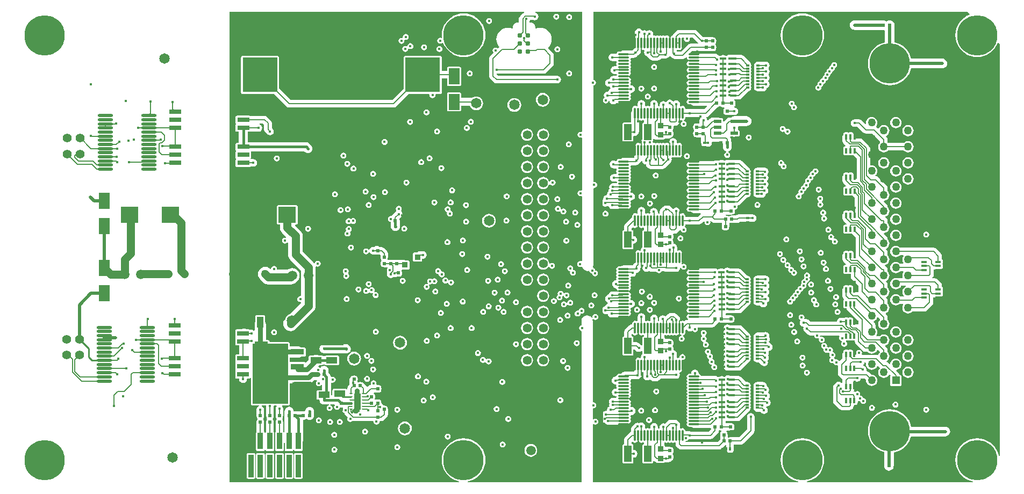
<source format=gbl>
G04 Layer_Physical_Order=6*
G04 Layer_Color=16711680*
%FSLAX25Y25*%
%MOIN*%
G70*
G01*
G75*
%ADD10C,0.00800*%
%ADD11R,0.06693X0.09842*%
%ADD12R,0.01968X0.02362*%
%ADD13R,0.02362X0.01968*%
%ADD15R,0.03937X0.07087*%
%ADD16R,0.03740X0.03740*%
%ADD25R,0.03543X0.01575*%
%ADD30C,0.03100*%
%ADD31C,0.00600*%
%ADD32C,0.02000*%
%ADD33C,0.05000*%
%ADD34C,0.01500*%
%ADD35C,0.01000*%
%ADD36C,0.25000*%
%ADD37C,0.05512*%
%ADD38C,0.05905*%
%ADD39C,0.05500*%
%ADD40C,0.05000*%
%ADD41C,0.06500*%
%ADD42R,0.05000X0.05000*%
%ADD43C,0.01600*%
%ADD45C,0.03000*%
%ADD59R,0.21654X0.21654*%
%ADD60R,0.15748X0.15748*%
%ADD61R,0.02362X0.01575*%
%ADD62R,0.01575X0.02362*%
%ADD63R,0.10906X0.10039*%
%ADD64R,0.07520X0.02992*%
%ADD65O,0.09449X0.01772*%
%ADD66R,0.01575X0.03543*%
%ADD67O,0.01181X0.07087*%
%ADD68O,0.07087X0.01181*%
%ADD69R,0.07087X0.03937*%
%ADD70R,0.03937X0.01575*%
%ADD71R,0.02362X0.01181*%
%ADD72R,0.04724X0.09842*%
%ADD73R,0.03347X0.13976*%
%ADD74R,0.03347X0.10433*%
%ADD75R,0.03000X0.12500*%
%ADD76R,0.19000X0.03000*%
%ADD77R,0.15900X0.03000*%
%ADD78R,0.03000X0.16000*%
%ADD79R,0.08268X0.03543*%
%ADD80R,0.08268X0.12598*%
%ADD81R,0.04921X0.01968*%
G04:AMPARAMS|DCode=82|XSize=19.68mil|YSize=9.84mil|CornerRadius=2.46mil|HoleSize=0mil|Usage=FLASHONLY|Rotation=180.000|XOffset=0mil|YOffset=0mil|HoleType=Round|Shape=RoundedRectangle|*
%AMROUNDEDRECTD82*
21,1,0.01968,0.00492,0,0,180.0*
21,1,0.01476,0.00984,0,0,180.0*
1,1,0.00492,-0.00738,0.00246*
1,1,0.00492,0.00738,0.00246*
1,1,0.00492,0.00738,-0.00246*
1,1,0.00492,-0.00738,-0.00246*
%
%ADD82ROUNDEDRECTD82*%
%ADD83R,0.03937X0.10433*%
%ADD84R,0.28200X0.10700*%
%ADD85R,0.21900X0.37200*%
%ADD86R,0.13000X0.15600*%
G36*
X589368Y292632D02*
X589270Y292142D01*
X587947Y291593D01*
X586135Y290483D01*
X584519Y289103D01*
X583139Y287487D01*
X582029Y285675D01*
X581215Y283712D01*
X580720Y281646D01*
X580553Y279528D01*
X580720Y277409D01*
X581215Y275343D01*
X582029Y273380D01*
X583139Y271568D01*
X584519Y269952D01*
X586135Y268572D01*
X587947Y267462D01*
X589910Y266649D01*
X591976Y266153D01*
X594095Y265986D01*
X596213Y266153D01*
X598279Y266649D01*
X600242Y267462D01*
X602054Y268572D01*
X603670Y269952D01*
X605050Y271568D01*
X606160Y273380D01*
X606709Y274704D01*
X607199Y274801D01*
X608000Y274000D01*
Y18458D01*
X607865Y18359D01*
X607302Y18564D01*
X606973Y19933D01*
X606160Y21896D01*
X605050Y23708D01*
X603670Y25324D01*
X602054Y26704D01*
X600242Y27814D01*
X598279Y28627D01*
X596213Y29123D01*
X594095Y29290D01*
X591976Y29123D01*
X589910Y28627D01*
X587947Y27814D01*
X586135Y26704D01*
X584519Y25324D01*
X583139Y23708D01*
X582029Y21896D01*
X581215Y19933D01*
X580720Y17866D01*
X580553Y15748D01*
X580720Y13630D01*
X581215Y11563D01*
X582029Y9600D01*
X583139Y7788D01*
X584519Y6173D01*
X586135Y4792D01*
X587947Y3682D01*
X589910Y2869D01*
X591447Y2500D01*
X591388Y2000D01*
X488435D01*
X488376Y2500D01*
X489913Y2869D01*
X491876Y3682D01*
X493688Y4792D01*
X495304Y6173D01*
X496684Y7788D01*
X497794Y9600D01*
X498607Y11563D01*
X499103Y13630D01*
X499270Y15748D01*
X499103Y17866D01*
X498607Y19933D01*
X497794Y21896D01*
X496684Y23708D01*
X495304Y25324D01*
X493688Y26704D01*
X491876Y27814D01*
X489913Y28627D01*
X487847Y29123D01*
X485728Y29290D01*
X483610Y29123D01*
X481544Y28627D01*
X479580Y27814D01*
X477769Y26704D01*
X476153Y25324D01*
X474773Y23708D01*
X473663Y21896D01*
X472849Y19933D01*
X472353Y17866D01*
X472187Y15748D01*
X472353Y13630D01*
X472849Y11563D01*
X473663Y9600D01*
X474773Y7788D01*
X476153Y6173D01*
X477769Y4792D01*
X479580Y3682D01*
X481544Y2869D01*
X483081Y2500D01*
X483022Y2000D01*
X355730D01*
Y37883D01*
X356230Y38150D01*
X356598Y37904D01*
X357300Y37765D01*
X358002Y37904D01*
X358598Y38302D01*
X358996Y38898D01*
X359135Y39600D01*
X358996Y40302D01*
X358598Y40898D01*
X358002Y41296D01*
X357300Y41435D01*
X356598Y41296D01*
X356230Y41050D01*
X355730Y41317D01*
Y47661D01*
X356100Y47965D01*
X356802Y48104D01*
X357398Y48502D01*
X357796Y49098D01*
X357935Y49800D01*
X357796Y50502D01*
X357398Y51098D01*
X356802Y51496D01*
X356100Y51635D01*
X355730Y51939D01*
Y102100D01*
X355610Y103014D01*
X355912Y103236D01*
X356043Y103275D01*
X356598Y102904D01*
X357300Y102765D01*
X358002Y102904D01*
X358598Y103302D01*
X358996Y103898D01*
X359135Y104600D01*
X358996Y105302D01*
X358598Y105898D01*
X358002Y106296D01*
X357300Y106435D01*
X356598Y106296D01*
X356002Y105898D01*
X355604Y105302D01*
X355465Y104600D01*
X355514Y104352D01*
X355047Y104140D01*
X354696Y104596D01*
X353965Y105157D01*
X353114Y105510D01*
X352200Y105630D01*
X351286Y105510D01*
X350435Y105157D01*
X349704Y104596D01*
X349143Y103865D01*
X348790Y103014D01*
X348670Y102100D01*
Y99370D01*
X348298Y99296D01*
X347702Y98898D01*
X347304Y98302D01*
X347165Y97600D01*
X347304Y96898D01*
X347702Y96302D01*
X348298Y95904D01*
X348670Y95830D01*
Y2000D01*
X278297D01*
X278238Y2500D01*
X279775Y2869D01*
X281738Y3682D01*
X283550Y4792D01*
X285166Y6173D01*
X286546Y7788D01*
X287656Y9600D01*
X288470Y11563D01*
X288966Y13630D01*
X289132Y15748D01*
X288966Y17866D01*
X288470Y19933D01*
X287656Y21896D01*
X286546Y23708D01*
X285166Y25324D01*
X283550Y26704D01*
X281738Y27814D01*
X279775Y28627D01*
X277709Y29123D01*
X275590Y29290D01*
X273472Y29123D01*
X271406Y28627D01*
X269443Y27814D01*
X267631Y26704D01*
X266015Y25324D01*
X264635Y23708D01*
X263525Y21896D01*
X262712Y19933D01*
X262215Y17866D01*
X262049Y15748D01*
X262215Y13630D01*
X262712Y11563D01*
X263525Y9600D01*
X264635Y7788D01*
X266015Y6173D01*
X267631Y4792D01*
X269443Y3682D01*
X271406Y2869D01*
X272943Y2500D01*
X272884Y2000D01*
X130500D01*
Y294000D01*
X313117D01*
X313167Y293500D01*
X312998Y293467D01*
X312238Y292958D01*
X310642Y291362D01*
X310133Y290602D01*
X309955Y289704D01*
Y287752D01*
X309568Y287435D01*
X309299Y287488D01*
X308901D01*
X308140Y287337D01*
X307773Y287185D01*
X307128Y286754D01*
X306846Y286472D01*
X306415Y285827D01*
X306263Y285460D01*
X306112Y284699D01*
Y284598D01*
X306092Y284500D01*
X306112Y284401D01*
Y284301D01*
X306165Y284036D01*
X306036Y283874D01*
X305727Y283675D01*
X304502Y284047D01*
X303100Y284185D01*
X301698Y284047D01*
X300351Y283638D01*
X299108Y282974D01*
X298020Y282080D01*
X297126Y280992D01*
X296462Y279749D01*
X296054Y278402D01*
X295915Y277000D01*
X296054Y275598D01*
X296462Y274251D01*
X297126Y273008D01*
X297742Y272258D01*
X297742Y272258D01*
X297742Y272258D01*
X296774Y271290D01*
X296698Y271298D01*
X296102Y271696D01*
X295400Y271835D01*
X294698Y271696D01*
X294102Y271298D01*
X293704Y270702D01*
X293565Y270000D01*
X293704Y269298D01*
X294102Y268702D01*
X294110Y268626D01*
X292242Y266758D01*
X291733Y265997D01*
X291555Y265100D01*
Y254000D01*
X291733Y253103D01*
X292242Y252342D01*
X294342Y250242D01*
X295103Y249733D01*
X296000Y249555D01*
X333700D01*
X334597Y249733D01*
X335358Y250242D01*
X335867Y251003D01*
X336045Y251900D01*
X335867Y252797D01*
X335358Y253558D01*
X334597Y254067D01*
X333700Y254245D01*
X296971D01*
X296245Y254971D01*
Y255655D01*
X325280D01*
X326178Y255833D01*
X326939Y256342D01*
X330903Y260306D01*
X331411Y261067D01*
X331590Y261964D01*
Y267036D01*
X331411Y267933D01*
X330903Y268694D01*
X328157Y271440D01*
X328180Y271920D01*
X329074Y273008D01*
X329738Y274251D01*
X330147Y275598D01*
X330285Y277000D01*
X330147Y278402D01*
X329738Y279749D01*
X329074Y280992D01*
X328180Y282080D01*
X327092Y282974D01*
X325849Y283638D01*
X324502Y284047D01*
X323100Y284185D01*
X321698Y284047D01*
X320474Y283675D01*
X320164Y283874D01*
X320036Y284036D01*
X320088Y284301D01*
Y284401D01*
X320108Y284500D01*
X320088Y284598D01*
Y284699D01*
X319937Y285460D01*
X319785Y285827D01*
X319354Y286472D01*
X319072Y286754D01*
X318427Y287185D01*
X318060Y287337D01*
X317299Y287488D01*
X316901D01*
X316595Y287836D01*
Y288446D01*
X316767Y288703D01*
X316817Y288955D01*
X318770D01*
X318803Y288933D01*
X319700Y288755D01*
X320597Y288933D01*
X321358Y289442D01*
X321867Y290203D01*
X322045Y291100D01*
X321867Y291997D01*
X321358Y292758D01*
X321158Y292958D01*
X320397Y293467D01*
X320229Y293500D01*
X320279Y294000D01*
X348970D01*
Y219772D01*
X348470Y219442D01*
X348000Y219535D01*
X347298Y219396D01*
X346702Y218998D01*
X346304Y218402D01*
X346165Y217700D01*
X346304Y216998D01*
X346702Y216402D01*
X347298Y216004D01*
X348000Y215865D01*
X348470Y215958D01*
X348970Y215628D01*
Y183472D01*
X348470Y183142D01*
X348000Y183235D01*
X347298Y183096D01*
X346702Y182698D01*
X346304Y182102D01*
X346165Y181400D01*
X346304Y180698D01*
X346702Y180102D01*
X347298Y179704D01*
X348000Y179565D01*
X348470Y179658D01*
X348970Y179328D01*
Y139506D01*
X348470Y139222D01*
X347900Y139335D01*
X347198Y139196D01*
X346602Y138798D01*
X346204Y138202D01*
X346065Y137500D01*
X346204Y136798D01*
X346602Y136202D01*
X347198Y135804D01*
X347900Y135665D01*
X348584Y135801D01*
X348660Y135808D01*
X349174Y135585D01*
X349443Y134935D01*
X350004Y134204D01*
X350735Y133643D01*
X351586Y133290D01*
X352500Y133170D01*
X353414Y133290D01*
X353518Y133235D01*
X353604Y132798D01*
X354002Y132202D01*
X354598Y131804D01*
X355165Y131692D01*
X355165Y131689D01*
X355304Y130986D01*
X355702Y130391D01*
X356298Y129993D01*
X357000Y129853D01*
X357702Y129993D01*
X358298Y130391D01*
X358696Y130986D01*
X358835Y131689D01*
X358696Y132391D01*
X358298Y132986D01*
X357702Y133384D01*
X357135Y133497D01*
X357135Y133500D01*
X356996Y134202D01*
X356598Y134798D01*
X356002Y135196D01*
X355812Y135551D01*
X355910Y135786D01*
X356030Y136700D01*
Y184484D01*
X356417Y184801D01*
X356600Y184765D01*
X357302Y184904D01*
X357898Y185302D01*
X358296Y185898D01*
X358435Y186600D01*
X358296Y187302D01*
X357898Y187898D01*
X357302Y188296D01*
X356600Y188435D01*
X356417Y188399D01*
X356030Y188716D01*
Y248211D01*
X356502Y248304D01*
X357098Y248702D01*
X357496Y249298D01*
X357635Y250000D01*
X357496Y250702D01*
X357098Y251298D01*
X356502Y251696D01*
X356030Y251789D01*
Y294000D01*
X588000D01*
X589368Y292632D01*
D02*
G37*
%LPC*%
G36*
X506000Y114235D02*
X505298Y114096D01*
X504702Y113698D01*
X504304Y113102D01*
X504165Y112400D01*
X504304Y111698D01*
X504702Y111102D01*
X505298Y110704D01*
X506000Y110565D01*
X506702Y110704D01*
X507298Y111102D01*
X507696Y111698D01*
X507835Y112400D01*
X507696Y113102D01*
X507298Y113698D01*
X506702Y114096D01*
X506000Y114235D01*
D02*
G37*
G36*
X492800Y116935D02*
X492098Y116796D01*
X491502Y116398D01*
X491104Y115802D01*
X490965Y115100D01*
X491104Y114398D01*
X491502Y113802D01*
X492098Y113404D01*
X492233Y113378D01*
X492545Y112806D01*
X492465Y112400D01*
X492604Y111698D01*
X493002Y111102D01*
X493598Y110704D01*
X494300Y110565D01*
X495002Y110704D01*
X495598Y111102D01*
X495996Y111698D01*
X496135Y112400D01*
X495996Y113102D01*
X495598Y113698D01*
X495002Y114096D01*
X494867Y114122D01*
X494555Y114694D01*
X494635Y115100D01*
X494496Y115802D01*
X494098Y116398D01*
X493502Y116796D01*
X492800Y116935D01*
D02*
G37*
G36*
X462900Y130345D02*
X462663Y130298D01*
X457677D01*
X456780Y130119D01*
X456019Y129611D01*
X455797Y129279D01*
X455775Y129264D01*
X455554Y128934D01*
X455549Y128908D01*
X455511Y128850D01*
X455332Y127953D01*
X455511Y127055D01*
X455549Y126998D01*
X455554Y126972D01*
X455556Y126969D01*
X455554Y126965D01*
X455549Y126939D01*
X455511Y126882D01*
X455332Y125984D01*
X455511Y125087D01*
X455549Y125030D01*
X455554Y125004D01*
X455556Y125000D01*
X455554Y124996D01*
X455549Y124970D01*
X455511Y124913D01*
X455332Y124016D01*
X455511Y123118D01*
X455549Y123061D01*
X455554Y123035D01*
X455556Y123031D01*
X455554Y123028D01*
X455549Y123002D01*
X455511Y122945D01*
X455332Y122047D01*
X455511Y121150D01*
X455549Y121092D01*
X455554Y121066D01*
X455556Y121063D01*
X455554Y121060D01*
X455549Y121034D01*
X455511Y120976D01*
X455332Y120079D01*
X455511Y119181D01*
X455549Y119124D01*
X455554Y119098D01*
X455556Y119095D01*
X455554Y119091D01*
X455549Y119065D01*
X455511Y119008D01*
X455332Y118110D01*
X455511Y117213D01*
X455549Y117156D01*
X455554Y117130D01*
X455556Y117126D01*
X455554Y117122D01*
X455549Y117096D01*
X455511Y117039D01*
X455332Y116142D01*
X455511Y115244D01*
X455549Y115187D01*
X455554Y115161D01*
X455556Y115157D01*
X455554Y115154D01*
X455549Y115128D01*
X455511Y115071D01*
X455332Y114173D01*
X455511Y113276D01*
X455549Y113218D01*
X455554Y113192D01*
X455775Y112862D01*
X455797Y112847D01*
X456019Y112515D01*
X456780Y112007D01*
X457677Y111828D01*
X459355D01*
X459842Y111342D01*
X460603Y110833D01*
X461500Y110655D01*
X462397Y110833D01*
X463158Y111342D01*
X463667Y112103D01*
X463845Y113000D01*
X463734Y113558D01*
X464458Y114042D01*
X464967Y114803D01*
X465145Y115700D01*
X464967Y116597D01*
X464458Y117358D01*
X464153Y117562D01*
Y118164D01*
X464537Y118421D01*
X464558Y118442D01*
X465067Y119203D01*
X465245Y120100D01*
X465067Y120997D01*
X464558Y121758D01*
X464446Y121833D01*
Y122333D01*
X464458Y122342D01*
X464967Y123103D01*
X465145Y124000D01*
X464967Y124897D01*
X464458Y125658D01*
X464393Y125742D01*
X464432Y126242D01*
X464511Y126295D01*
X464558Y126342D01*
X465067Y127103D01*
X465245Y128000D01*
X465067Y128897D01*
X464558Y129658D01*
X463797Y130167D01*
X462900Y130345D01*
D02*
G37*
G36*
X265135Y114609D02*
X264433Y114469D01*
X263838Y114071D01*
X263440Y113476D01*
X263300Y112773D01*
X263440Y112071D01*
X263838Y111476D01*
X264433Y111078D01*
X265135Y110938D01*
X265838Y111078D01*
X266433Y111476D01*
X266831Y112071D01*
X266971Y112773D01*
X266831Y113476D01*
X266433Y114071D01*
X265838Y114469D01*
X265135Y114609D01*
D02*
G37*
G36*
X348700Y110235D02*
X347998Y110096D01*
X347402Y109698D01*
X347004Y109102D01*
X346888Y108518D01*
X346300Y108635D01*
X345598Y108496D01*
X345002Y108098D01*
X344604Y107502D01*
X344465Y106800D01*
X344604Y106098D01*
X345002Y105502D01*
X345598Y105104D01*
X346300Y104965D01*
X347002Y105104D01*
X347598Y105502D01*
X347996Y106098D01*
X348112Y106682D01*
X348700Y106565D01*
X349402Y106704D01*
X349998Y107102D01*
X350396Y107698D01*
X350535Y108400D01*
X350396Y109102D01*
X349998Y109698D01*
X349402Y110096D01*
X348700Y110235D01*
D02*
G37*
G36*
X297200Y112135D02*
X296498Y111996D01*
X295902Y111598D01*
X295504Y111002D01*
X295365Y110300D01*
X295504Y109598D01*
X295902Y109002D01*
X296498Y108604D01*
X297200Y108465D01*
X297902Y108604D01*
X298498Y109002D01*
X298896Y109598D01*
X299035Y110300D01*
X298896Y111002D01*
X298498Y111598D01*
X297902Y111996D01*
X297200Y112135D01*
D02*
G37*
G36*
X354900Y113635D02*
X354198Y113496D01*
X353602Y113098D01*
X353204Y112502D01*
X353065Y111800D01*
X353204Y111098D01*
X353602Y110502D01*
X354198Y110104D01*
X354900Y109965D01*
X355602Y110104D01*
X356198Y110502D01*
X356596Y111098D01*
X356735Y111800D01*
X356596Y112502D01*
X356198Y113098D01*
X355602Y113496D01*
X354900Y113635D01*
D02*
G37*
G36*
X291200Y113035D02*
X290498Y112896D01*
X289902Y112498D01*
X289504Y111902D01*
X289365Y111200D01*
X289504Y110498D01*
X289902Y109902D01*
X290498Y109504D01*
X291200Y109365D01*
X291902Y109504D01*
X292498Y109902D01*
X292896Y110498D01*
X293035Y111200D01*
X292896Y111902D01*
X292498Y112498D01*
X291902Y112896D01*
X291200Y113035D01*
D02*
G37*
G36*
X331600Y116335D02*
X330898Y116196D01*
X330302Y115798D01*
X329904Y115202D01*
X329765Y114500D01*
X329904Y113798D01*
X330302Y113202D01*
X330898Y112804D01*
X331600Y112665D01*
X332302Y112804D01*
X332898Y113202D01*
X333296Y113798D01*
X333435Y114500D01*
X333296Y115202D01*
X332898Y115798D01*
X332302Y116196D01*
X331600Y116335D01*
D02*
G37*
G36*
X488600Y132235D02*
X487898Y132096D01*
X487302Y131698D01*
X486904Y131102D01*
X486765Y130400D01*
X486904Y129698D01*
X487187Y129275D01*
X486804Y128702D01*
X486666Y128009D01*
X486098Y127896D01*
X485502Y127498D01*
X485104Y126902D01*
X484965Y126200D01*
X485104Y125498D01*
X485196Y125360D01*
X485102Y125298D01*
X484704Y124702D01*
X484628Y124320D01*
X484500Y123835D01*
X483798Y123696D01*
X483202Y123298D01*
X482804Y122702D01*
X482665Y122000D01*
X482686Y121893D01*
X482198Y121796D01*
X481602Y121398D01*
X481204Y120802D01*
X481065Y120100D01*
X481109Y119877D01*
X480698Y119796D01*
X480102Y119398D01*
X479704Y118802D01*
X479565Y118100D01*
X479586Y117993D01*
X479098Y117896D01*
X478502Y117498D01*
X478104Y116902D01*
X477965Y116200D01*
X477998Y116035D01*
X477298Y115896D01*
X476702Y115498D01*
X476304Y114902D01*
X476165Y114200D01*
X476304Y113498D01*
X476702Y112902D01*
X477298Y112504D01*
X478000Y112365D01*
X478702Y112504D01*
X479298Y112902D01*
X479696Y113498D01*
X479835Y114200D01*
X479802Y114365D01*
X480502Y114504D01*
X481098Y114902D01*
X481496Y115498D01*
X481635Y116200D01*
X481614Y116307D01*
X482102Y116404D01*
X482698Y116802D01*
X483096Y117398D01*
X483235Y118100D01*
X483191Y118323D01*
X483602Y118404D01*
X484198Y118802D01*
X484596Y119398D01*
X484735Y120100D01*
X484714Y120207D01*
X485202Y120304D01*
X485798Y120702D01*
X486196Y121298D01*
X486272Y121680D01*
X486400Y122165D01*
X487102Y122304D01*
X487698Y122702D01*
X488096Y123298D01*
X488235Y124000D01*
X488096Y124702D01*
X488004Y124840D01*
X488098Y124902D01*
X488496Y125498D01*
X488633Y126191D01*
X489202Y126304D01*
X489798Y126702D01*
X490196Y127298D01*
X490335Y128000D01*
X490196Y128702D01*
X489913Y129125D01*
X490296Y129698D01*
X490435Y130400D01*
X490296Y131102D01*
X489898Y131698D01*
X489302Y132096D01*
X488600Y132235D01*
D02*
G37*
G36*
X247200Y116735D02*
X246498Y116596D01*
X245902Y116198D01*
X245504Y115602D01*
X245365Y114900D01*
X245504Y114198D01*
X245902Y113602D01*
X246498Y113204D01*
X247200Y113065D01*
X247902Y113204D01*
X248498Y113602D01*
X248896Y114198D01*
X249035Y114900D01*
X248896Y115602D01*
X248498Y116198D01*
X247902Y116596D01*
X247200Y116735D01*
D02*
G37*
G36*
X299400Y116635D02*
X298698Y116496D01*
X298102Y116098D01*
X297704Y115502D01*
X297565Y114800D01*
X297704Y114098D01*
X298102Y113502D01*
X298698Y113104D01*
X299400Y112965D01*
X300102Y113104D01*
X300698Y113502D01*
X301096Y114098D01*
X301235Y114800D01*
X301096Y115502D01*
X300698Y116098D01*
X300102Y116496D01*
X299400Y116635D01*
D02*
G37*
G36*
X393700Y115135D02*
X392998Y114996D01*
X392402Y114598D01*
X392004Y114002D01*
X391865Y113300D01*
X392004Y112598D01*
X392402Y112002D01*
X392998Y111604D01*
X393700Y111465D01*
X394402Y111604D01*
X394998Y112002D01*
X395396Y112598D01*
X395535Y113300D01*
X395396Y114002D01*
X394998Y114598D01*
X394402Y114996D01*
X393700Y115135D01*
D02*
G37*
G36*
X385900Y115035D02*
X385198Y114896D01*
X384602Y114498D01*
X384204Y113902D01*
X384065Y113200D01*
X384204Y112498D01*
X384602Y111902D01*
X385198Y111504D01*
X385900Y111365D01*
X386602Y111504D01*
X387198Y111902D01*
X387596Y112498D01*
X387735Y113200D01*
X387596Y113902D01*
X387198Y114498D01*
X386602Y114896D01*
X385900Y115035D01*
D02*
G37*
G36*
X275000Y116035D02*
X274298Y115896D01*
X273702Y115498D01*
X273304Y114902D01*
X273165Y114200D01*
X273304Y113498D01*
X273702Y112902D01*
X274298Y112504D01*
X275000Y112365D01*
X275702Y112504D01*
X276298Y112902D01*
X276696Y113498D01*
X276835Y114200D01*
X276696Y114902D01*
X276298Y115498D01*
X275702Y115896D01*
X275000Y116035D01*
D02*
G37*
G36*
X308100Y115535D02*
X307398Y115396D01*
X306802Y114998D01*
X306404Y114402D01*
X306265Y113700D01*
X306404Y112998D01*
X306802Y112402D01*
X307398Y112004D01*
X308100Y111865D01*
X308802Y112004D01*
X309398Y112402D01*
X309796Y112998D01*
X309935Y113700D01*
X309796Y114402D01*
X309398Y114998D01*
X308802Y115396D01*
X308100Y115535D01*
D02*
G37*
G36*
X383200Y110935D02*
X382498Y110796D01*
X381902Y110398D01*
X381504Y109802D01*
X381365Y109100D01*
X381504Y108398D01*
X381902Y107802D01*
X382498Y107404D01*
X383200Y107265D01*
X383902Y107404D01*
X384498Y107802D01*
X384896Y108398D01*
X385035Y109100D01*
X384896Y109802D01*
X384498Y110398D01*
X383902Y110796D01*
X383200Y110935D01*
D02*
G37*
G36*
X151363Y105863D02*
X147426D01*
X147036Y105785D01*
X146705Y105564D01*
X146484Y105234D01*
X146406Y104843D01*
Y101791D01*
X146085Y101014D01*
X145964Y100100D01*
Y96359D01*
X145757Y96214D01*
X145464Y96124D01*
X144788Y96576D01*
X143891Y96754D01*
X143029D01*
X142890Y96847D01*
X142500Y96925D01*
X140839D01*
X140328Y97267D01*
X139431Y97445D01*
X138533Y97267D01*
X138022Y96925D01*
X134980D01*
X134590Y96847D01*
X134259Y96627D01*
X134038Y96296D01*
X133961Y95906D01*
Y92913D01*
X134038Y92523D01*
X134259Y92192D01*
Y91627D01*
X134038Y91296D01*
X133961Y90905D01*
Y87913D01*
X134038Y87523D01*
X134259Y87192D01*
X134590Y86971D01*
X134980Y86894D01*
X136395D01*
Y81413D01*
X134980D01*
X134590Y81336D01*
X134259Y81115D01*
X134038Y80784D01*
X133961Y80394D01*
Y77402D01*
X134038Y77011D01*
X134259Y76681D01*
Y76115D01*
X134038Y75784D01*
X133961Y75394D01*
Y72402D01*
X134038Y72011D01*
X134259Y71681D01*
Y71115D01*
X134038Y70784D01*
X133961Y70394D01*
Y67402D01*
X134038Y67011D01*
X134259Y66681D01*
X134590Y66460D01*
X134980Y66382D01*
X136395D01*
Y66060D01*
X136574Y65162D01*
X137082Y64402D01*
X137242Y64242D01*
X138003Y63734D01*
X138900Y63555D01*
X139797Y63734D01*
X140558Y64242D01*
X141067Y65003D01*
X141245Y65900D01*
X141226Y65996D01*
X141543Y66382D01*
X142500D01*
X142890Y66460D01*
X143221Y66681D01*
X143280Y66770D01*
X143780Y66618D01*
Y50800D01*
X143858Y50410D01*
X144079Y50079D01*
X144410Y49858D01*
X144800Y49780D01*
X148723D01*
X148772Y49280D01*
X148703Y49267D01*
X147942Y48758D01*
X147433Y47997D01*
X147255Y47100D01*
X147261Y47068D01*
Y43307D01*
X147440Y42410D01*
X147602Y42166D01*
Y42126D01*
X147680Y41736D01*
X147685Y41729D01*
X147870Y41339D01*
X147685Y40948D01*
X147680Y40941D01*
X147602Y40551D01*
Y40511D01*
X147440Y40268D01*
X147261Y39370D01*
Y33529D01*
X147212Y33497D01*
X146991Y33166D01*
X146914Y32776D01*
Y22343D01*
X146991Y21952D01*
X147212Y21622D01*
X147543Y21401D01*
X147933Y21323D01*
X151279D01*
X151670Y21401D01*
X152000Y21622D01*
X152222Y21952D01*
X152299Y22343D01*
Y32776D01*
X152222Y33166D01*
X152000Y33497D01*
X151951Y33529D01*
Y39370D01*
X151773Y40268D01*
X151610Y40511D01*
Y40551D01*
X151532Y40941D01*
X151528Y40948D01*
X151343Y41339D01*
X151528Y41729D01*
X151532Y41736D01*
X151610Y42126D01*
Y42166D01*
X151773Y42410D01*
X151951Y43307D01*
Y47094D01*
X151773Y47991D01*
X151265Y48752D01*
X151258Y48758D01*
X150497Y49267D01*
X150428Y49280D01*
X150477Y49780D01*
X152976D01*
X153294Y49394D01*
X153255Y49200D01*
Y43750D01*
X153167Y43307D01*
X153345Y42410D01*
X153508Y42166D01*
Y42126D01*
X153586Y41736D01*
X153590Y41729D01*
X153775Y41339D01*
X153590Y40948D01*
X153586Y40941D01*
X153508Y40551D01*
Y40511D01*
X153345Y40268D01*
X153167Y39370D01*
Y33529D01*
X153118Y33497D01*
X152897Y33166D01*
X152819Y32776D01*
Y22343D01*
X152897Y21952D01*
X153118Y21622D01*
X153448Y21401D01*
X153839Y21323D01*
X157185D01*
X157575Y21401D01*
X157906Y21622D01*
X158127Y21952D01*
X158205Y22343D01*
Y32776D01*
X158127Y33166D01*
X157906Y33497D01*
X157857Y33529D01*
Y39370D01*
X157678Y40268D01*
X157516Y40511D01*
Y40551D01*
X157438Y40941D01*
X157433Y40948D01*
X157248Y41339D01*
X157433Y41729D01*
X157438Y41736D01*
X157515Y42121D01*
X157767Y42498D01*
X157945Y43395D01*
Y49200D01*
X157906Y49394D01*
X158224Y49780D01*
X159623D01*
X159775Y49280D01*
X159742Y49258D01*
X159233Y48497D01*
X159055Y47600D01*
Y43324D01*
X159233Y42427D01*
X159414Y42158D01*
Y42126D01*
X159491Y41736D01*
X159496Y41729D01*
X159681Y41339D01*
X159496Y40948D01*
X159491Y40941D01*
X159414Y40551D01*
Y40511D01*
X159251Y40268D01*
X159072Y39370D01*
Y33529D01*
X159023Y33497D01*
X158802Y33166D01*
X158724Y32776D01*
Y22343D01*
X158802Y21952D01*
X159023Y21622D01*
X159354Y21401D01*
X159744Y21323D01*
X163091D01*
X163481Y21401D01*
X163812Y21622D01*
X164032Y21952D01*
X164110Y22343D01*
Y26417D01*
X164610Y26616D01*
X164630Y26596D01*
Y22343D01*
X164708Y21952D01*
X164929Y21622D01*
X165259Y21401D01*
X165650Y21323D01*
X168996D01*
X169386Y21401D01*
X169717Y21622D01*
X169938Y21952D01*
X170016Y22343D01*
Y26327D01*
X170516Y26528D01*
X170536Y26507D01*
Y22343D01*
X170613Y21952D01*
X170834Y21622D01*
X171165Y21401D01*
X171555Y21323D01*
X174902D01*
X175292Y21401D01*
X175622Y21622D01*
X175844Y21952D01*
X175921Y22343D01*
Y26945D01*
X176002Y27559D01*
Y40533D01*
X176181D01*
X176899Y40628D01*
X177568Y40905D01*
X178142Y41346D01*
X178157D01*
X178731Y40905D01*
X179400Y40628D01*
X180118Y40533D01*
X180836Y40628D01*
X181505Y40905D01*
X182079Y41346D01*
X182520Y41920D01*
X182797Y42589D01*
X182892Y43307D01*
Y45982D01*
X182797Y46700D01*
X182520Y47369D01*
X182079Y47943D01*
X182061Y47961D01*
X181487Y48402D01*
X180818Y48679D01*
X180100Y48774D01*
X179382Y48679D01*
X178713Y48402D01*
X178139Y47961D01*
X177698Y47387D01*
X177421Y46718D01*
X177370Y46332D01*
X176910Y45994D01*
X176846Y45993D01*
X176181Y46081D01*
X171260D01*
X170674Y46004D01*
X170484Y46040D01*
X170139Y46361D01*
X170079Y46818D01*
X169802Y47487D01*
X169361Y48061D01*
X168787Y48502D01*
X168118Y48779D01*
X167400Y48874D01*
X166682Y48779D01*
X166013Y48502D01*
X165439Y48061D01*
X164998Y47487D01*
X164721Y46818D01*
X164626Y46100D01*
Y43893D01*
X164549Y43307D01*
Y33132D01*
X164049Y33083D01*
X164032Y33166D01*
X163812Y33497D01*
X163762Y33529D01*
Y39370D01*
X163584Y40268D01*
X163421Y40511D01*
Y40551D01*
X163344Y40941D01*
X163339Y40948D01*
X163154Y41339D01*
X163339Y41729D01*
X163344Y41736D01*
X163421Y42126D01*
Y42166D01*
X163584Y42410D01*
X163762Y43307D01*
X163745Y43394D01*
Y47600D01*
X163567Y48497D01*
X163058Y49258D01*
X163025Y49280D01*
X163177Y49780D01*
X166700D01*
X167090Y49858D01*
X167421Y50079D01*
X167642Y50410D01*
X167720Y50800D01*
Y63470D01*
X179500D01*
X180414Y63590D01*
X181265Y63943D01*
X181996Y64504D01*
X182860Y65367D01*
X184605D01*
X184756Y64867D01*
X184502Y64698D01*
X184104Y64102D01*
X183965Y63400D01*
X184104Y62698D01*
X184502Y62102D01*
X185098Y61704D01*
X185800Y61565D01*
X186502Y61704D01*
X187098Y62102D01*
X187276Y62370D01*
X187776Y62218D01*
Y59190D01*
X185433D01*
X185043Y59113D01*
X184712Y58892D01*
X184491Y58561D01*
X184414Y58171D01*
Y54234D01*
X184491Y53844D01*
X184712Y53513D01*
X185043Y53292D01*
X185433Y53214D01*
X186203D01*
Y53124D01*
X186297Y52406D01*
X186574Y51737D01*
X187015Y51162D01*
X187590Y50722D01*
X188259Y50444D01*
X188976Y50350D01*
X192022D01*
X192071Y49850D01*
X191798Y49796D01*
X191202Y49398D01*
X190804Y48802D01*
X190665Y48100D01*
X190804Y47398D01*
X191202Y46802D01*
X191798Y46404D01*
X192500Y46265D01*
X193202Y46404D01*
X193798Y46802D01*
X194196Y47398D01*
X194335Y48100D01*
X194196Y48802D01*
X193798Y49398D01*
X193202Y49796D01*
X192929Y49850D01*
X192978Y50350D01*
X195369D01*
X195637Y49850D01*
X195404Y49502D01*
X195265Y48800D01*
X195404Y48098D01*
X195802Y47502D01*
X196398Y47104D01*
X197100Y46965D01*
X197802Y47104D01*
X198398Y47502D01*
X198796Y48098D01*
X198851Y48377D01*
X199085Y48502D01*
X199803Y48407D01*
X200634D01*
X200875Y47907D01*
X200604Y47502D01*
X200465Y46800D01*
X200604Y46098D01*
X201002Y45502D01*
X201598Y45104D01*
X201715Y45081D01*
X201855Y44377D01*
X202363Y43617D01*
X203754Y42226D01*
X203604Y42002D01*
X203465Y41300D01*
X203604Y40598D01*
X204002Y40002D01*
X204598Y39604D01*
X205300Y39465D01*
X206002Y39604D01*
X206598Y40002D01*
X206627Y40047D01*
X206973Y39978D01*
X206973Y39978D01*
X219455D01*
X219765Y39600D01*
X219904Y38898D01*
X220302Y38302D01*
X220898Y37904D01*
X221600Y37765D01*
X222302Y37904D01*
X222898Y38302D01*
X223296Y38898D01*
X223435Y39600D01*
X223745Y39978D01*
X224623D01*
X225520Y40156D01*
X226281Y40665D01*
X228036Y42420D01*
X228036Y42420D01*
X228544Y43181D01*
X228723Y44078D01*
Y47244D01*
X228544Y48142D01*
X228382Y48385D01*
Y48425D01*
X228304Y48815D01*
X228083Y49146D01*
X227752Y49367D01*
X227362Y49445D01*
X227104D01*
X226378Y49589D01*
X226099Y49534D01*
X226067Y49697D01*
X225558Y50458D01*
X224797Y50967D01*
X224786Y50969D01*
Y51181D01*
X224607Y52078D01*
X224445Y52322D01*
Y52362D01*
X224367Y52752D01*
X224146Y53083D01*
X223815Y53304D01*
X223425Y53382D01*
X223167D01*
X222441Y53526D01*
X221715Y53382D01*
X221457D01*
X221066Y53304D01*
X220460Y53500D01*
X220441Y53530D01*
X220437Y53583D01*
X220508Y53937D01*
Y53977D01*
X220671Y54221D01*
X220849Y55118D01*
X220671Y56015D01*
X220508Y56259D01*
Y56299D01*
X220430Y56689D01*
X220209Y57020D01*
X219949Y57194D01*
X219960Y57482D01*
X220032Y57694D01*
X222441D01*
X223167Y57839D01*
X223425D01*
X223815Y57916D01*
X224146Y58137D01*
X224367Y58468D01*
X224445Y58858D01*
Y58898D01*
X224607Y59142D01*
X224786Y60039D01*
X224607Y60937D01*
X224445Y61180D01*
Y61221D01*
X224367Y61611D01*
X224146Y61941D01*
X223815Y62163D01*
X223425Y62240D01*
X223167D01*
X222441Y62384D01*
X221775D01*
X221513Y62884D01*
X221635Y63500D01*
X221496Y64202D01*
X221098Y64798D01*
X220502Y65196D01*
X219800Y65335D01*
X219098Y65196D01*
X218502Y64798D01*
X218104Y64202D01*
X217965Y63500D01*
X218104Y62798D01*
X217833Y62304D01*
X217342Y62206D01*
X216581Y61698D01*
X216022Y61139D01*
X215455Y61279D01*
X215044Y61895D01*
X215044Y61895D01*
X213782Y63156D01*
X213737Y63382D01*
X213516Y63713D01*
X213186Y63934D01*
X212795Y64012D01*
X212755D01*
X212512Y64174D01*
X211614Y64353D01*
X210717Y64174D01*
X210473Y64012D01*
X210433D01*
X210108Y63947D01*
X209671Y64224D01*
X209648Y64343D01*
X209800Y64570D01*
X209878Y64961D01*
Y65219D01*
X210022Y65945D01*
X209878Y66671D01*
Y66929D01*
X209800Y67319D01*
X209579Y67650D01*
X209248Y67871D01*
X208858Y67949D01*
X208818D01*
X208575Y68111D01*
X207677Y68290D01*
X206780Y68111D01*
X206536Y67949D01*
X206496D01*
X206106Y67871D01*
X205775Y67650D01*
X205554Y67319D01*
X205509Y67093D01*
X205342Y66926D01*
X204833Y66165D01*
X204655Y65268D01*
Y62685D01*
X204718Y62366D01*
X204247Y61894D01*
X203739Y61133D01*
X203560Y60236D01*
Y59862D01*
X203191Y59718D01*
X203060Y59691D01*
X202752Y59897D01*
X202362Y59975D01*
X195276D01*
X194885Y59897D01*
X194555Y59676D01*
X194334Y59345D01*
X194256Y58955D01*
Y55897D01*
X193539D01*
Y58171D01*
X193462Y58561D01*
X193324Y58767D01*
Y63647D01*
X193736Y63903D01*
X193824Y63899D01*
X194500Y63765D01*
X195202Y63904D01*
X195798Y64302D01*
X196196Y64898D01*
X196335Y65600D01*
X196196Y66302D01*
X195798Y66898D01*
X195202Y67296D01*
X194500Y67435D01*
X193824Y67301D01*
X193782Y67299D01*
X193293Y67559D01*
X193229Y68042D01*
X192952Y68711D01*
X192511Y69285D01*
X191750Y70047D01*
Y71321D01*
X191774Y71500D01*
X191679Y72218D01*
X191402Y72887D01*
X190961Y73461D01*
X190387Y73902D01*
X189718Y74179D01*
X189000Y74274D01*
X188282Y74179D01*
X187613Y73902D01*
X187039Y73461D01*
X187015Y73438D01*
X186750Y73093D01*
X186598Y73098D01*
X186002Y73496D01*
X185662Y73563D01*
X185497Y74106D01*
X186059Y74668D01*
X187598D01*
X187989Y74745D01*
X188193Y74882D01*
X189760D01*
X189964Y74745D01*
X190354Y74668D01*
X197441D01*
X197831Y74745D01*
X198162Y74966D01*
X198383Y75297D01*
X198460Y75687D01*
Y79624D01*
X198383Y80015D01*
X198162Y80345D01*
X197831Y80566D01*
X197441Y80644D01*
X190354D01*
X189964Y80566D01*
X189760Y80430D01*
X188193D01*
X187989Y80566D01*
X187598Y80644D01*
X185910D01*
X185820Y80713D01*
X184969Y81066D01*
X184055Y81186D01*
X183141Y81066D01*
X182290Y80713D01*
X182200Y80644D01*
X180512D01*
X180122Y80566D01*
X179791Y80345D01*
X179570Y80015D01*
X179492Y79624D01*
Y78086D01*
X177720Y76313D01*
X177475Y76337D01*
X177145Y76559D01*
X176754Y76636D01*
X168487D01*
X168220Y76583D01*
X167844Y76793D01*
X167720Y76908D01*
Y79370D01*
X172620D01*
X173534Y79490D01*
X174386Y79843D01*
X174732Y80109D01*
X176754D01*
X177145Y80186D01*
X177475Y80407D01*
X177696Y80738D01*
X177774Y81128D01*
Y84672D01*
X177696Y85062D01*
X177475Y85393D01*
X177145Y85614D01*
X176754Y85691D01*
X174732D01*
X174386Y85957D01*
X173534Y86310D01*
X172620Y86430D01*
X167720D01*
Y88000D01*
X167642Y88390D01*
X167421Y88721D01*
X167090Y88942D01*
X166700Y89020D01*
X155333D01*
Y89199D01*
X155255Y89589D01*
X155034Y89920D01*
X154704Y90141D01*
X154313Y90219D01*
X153025D01*
Y100100D01*
X152904Y101014D01*
X152552Y101865D01*
X152383Y102085D01*
Y104843D01*
X152305Y105234D01*
X152084Y105564D01*
X151753Y105785D01*
X151363Y105863D01*
D02*
G37*
G36*
X267600Y99635D02*
X266898Y99496D01*
X266302Y99098D01*
X265904Y98502D01*
X265765Y97800D01*
X265904Y97098D01*
X266302Y96502D01*
X266898Y96104D01*
X267600Y95965D01*
X268302Y96104D01*
X268898Y96502D01*
X269296Y97098D01*
X269435Y97800D01*
X269296Y98502D01*
X268898Y99098D01*
X268302Y99496D01*
X267600Y99635D01*
D02*
G37*
G36*
X335500Y104635D02*
X334798Y104496D01*
X334202Y104098D01*
X333804Y103502D01*
X333665Y102800D01*
X333804Y102098D01*
X334202Y101502D01*
X334798Y101104D01*
X335500Y100965D01*
X336202Y101104D01*
X336798Y101502D01*
X337196Y102098D01*
X337335Y102800D01*
X337196Y103502D01*
X336798Y104098D01*
X336202Y104496D01*
X335500Y104635D01*
D02*
G37*
G36*
X478900Y101635D02*
X478198Y101496D01*
X477602Y101098D01*
X477204Y100502D01*
X477065Y99800D01*
X477204Y99098D01*
X477602Y98502D01*
X478198Y98104D01*
X478900Y97965D01*
X479602Y98104D01*
X480198Y98502D01*
X480596Y99098D01*
X480735Y99800D01*
X480596Y100502D01*
X480198Y101098D01*
X479602Y101496D01*
X478900Y101635D01*
D02*
G37*
G36*
X314961Y101578D02*
X313982Y101449D01*
X313070Y101071D01*
X312286Y100470D01*
X311685Y99686D01*
X311307Y98774D01*
X311178Y97795D01*
X311307Y96816D01*
X311685Y95904D01*
X312286Y95121D01*
X313070Y94520D01*
X313982Y94142D01*
X314961Y94013D01*
X315940Y94142D01*
X316852Y94520D01*
X317635Y95121D01*
X318236Y95904D01*
X318614Y96816D01*
X318743Y97795D01*
X318614Y98774D01*
X318236Y99686D01*
X317635Y100470D01*
X316852Y101071D01*
X315940Y101449D01*
X314961Y101578D01*
D02*
G37*
G36*
X221200Y97235D02*
X220498Y97096D01*
X219902Y96698D01*
X219504Y96102D01*
X219365Y95400D01*
X219504Y94698D01*
X219902Y94102D01*
X220498Y93704D01*
X221200Y93565D01*
X221902Y93704D01*
X222498Y94102D01*
X222896Y94698D01*
X223035Y95400D01*
X222896Y96102D01*
X222498Y96698D01*
X221902Y97096D01*
X221200Y97235D01*
D02*
G37*
G36*
X280600Y99630D02*
X279898Y99491D01*
X279302Y99093D01*
X278904Y98498D01*
X278765Y97795D01*
X278904Y97093D01*
X279302Y96498D01*
X279898Y96100D01*
X280600Y95960D01*
X281302Y96100D01*
X281898Y96498D01*
X282296Y97093D01*
X282435Y97795D01*
X282296Y98498D01*
X281898Y99093D01*
X281302Y99491D01*
X280600Y99630D01*
D02*
G37*
G36*
X324961Y101578D02*
X323982Y101449D01*
X323070Y101071D01*
X322286Y100470D01*
X321685Y99686D01*
X321307Y98774D01*
X321178Y97795D01*
X321307Y96816D01*
X321685Y95904D01*
X322286Y95121D01*
X323070Y94520D01*
X323982Y94142D01*
X324961Y94013D01*
X325940Y94142D01*
X326852Y94520D01*
X327635Y95121D01*
X328236Y95904D01*
X328614Y96816D01*
X328743Y97795D01*
X328614Y98774D01*
X328236Y99686D01*
X327635Y100470D01*
X326852Y101071D01*
X325940Y101449D01*
X324961Y101578D01*
D02*
G37*
G36*
X340100Y107235D02*
X339398Y107096D01*
X338802Y106698D01*
X338404Y106102D01*
X338265Y105400D01*
X338404Y104698D01*
X338802Y104102D01*
X339398Y103704D01*
X340100Y103565D01*
X340802Y103704D01*
X341398Y104102D01*
X341796Y104698D01*
X341935Y105400D01*
X341796Y106102D01*
X341398Y106698D01*
X340802Y107096D01*
X340100Y107235D01*
D02*
G37*
G36*
X300400Y109535D02*
X299698Y109396D01*
X299102Y108998D01*
X298704Y108402D01*
X298565Y107700D01*
X298704Y106998D01*
X299102Y106402D01*
X299698Y106004D01*
X300400Y105865D01*
X301102Y106004D01*
X301698Y106402D01*
X302096Y106998D01*
X302235Y107700D01*
X302096Y108402D01*
X301698Y108998D01*
X301102Y109396D01*
X300400Y109535D01*
D02*
G37*
G36*
X287700D02*
X286998Y109396D01*
X286402Y108998D01*
X286004Y108402D01*
X285865Y107700D01*
X286004Y106998D01*
X286402Y106402D01*
X286998Y106004D01*
X287700Y105865D01*
X288402Y106004D01*
X288998Y106402D01*
X289396Y106998D01*
X289535Y107700D01*
X289396Y108402D01*
X288998Y108998D01*
X288402Y109396D01*
X287700Y109535D01*
D02*
G37*
G36*
X391000Y110735D02*
X390298Y110596D01*
X389702Y110198D01*
X389304Y109602D01*
X389165Y108900D01*
X389304Y108198D01*
X389702Y107602D01*
X390298Y107204D01*
X391000Y107065D01*
X391702Y107204D01*
X392298Y107602D01*
X392696Y108198D01*
X392835Y108900D01*
X392696Y109602D01*
X392298Y110198D01*
X391702Y110596D01*
X391000Y110735D01*
D02*
G37*
G36*
X507500Y109635D02*
X506798Y109496D01*
X506202Y109098D01*
X505804Y108502D01*
X505665Y107800D01*
X505804Y107098D01*
X506202Y106502D01*
X506798Y106104D01*
X507500Y105965D01*
X508202Y106104D01*
X508798Y106502D01*
X509196Y107098D01*
X509335Y107800D01*
X509196Y108502D01*
X508798Y109098D01*
X508202Y109496D01*
X507500Y109635D01*
D02*
G37*
G36*
X314961Y111578D02*
X313982Y111449D01*
X313070Y111071D01*
X312286Y110470D01*
X311685Y109687D01*
X311307Y108774D01*
X311178Y107795D01*
X311307Y106816D01*
X311685Y105904D01*
X312286Y105121D01*
X313070Y104520D01*
X313982Y104142D01*
X314961Y104013D01*
X315940Y104142D01*
X316852Y104520D01*
X317635Y105121D01*
X318236Y105904D01*
X318614Y106816D01*
X318743Y107795D01*
X318614Y108774D01*
X318236Y109687D01*
X317635Y110470D01*
X316852Y111071D01*
X315940Y111449D01*
X314961Y111578D01*
D02*
G37*
G36*
X478000Y107635D02*
X477298Y107496D01*
X476702Y107098D01*
X476304Y106502D01*
X476165Y105800D01*
X476304Y105098D01*
X476702Y104502D01*
X477298Y104104D01*
X478000Y103965D01*
X478702Y104104D01*
X479298Y104502D01*
X479696Y105098D01*
X479835Y105800D01*
X479696Y106502D01*
X479298Y107098D01*
X478702Y107496D01*
X478000Y107635D01*
D02*
G37*
G36*
X261500Y108935D02*
X260798Y108796D01*
X260202Y108398D01*
X259804Y107802D01*
X259665Y107100D01*
X259804Y106398D01*
X260202Y105802D01*
X260798Y105404D01*
X261500Y105265D01*
X262202Y105404D01*
X262798Y105802D01*
X263196Y106398D01*
X263335Y107100D01*
X263196Y107802D01*
X262798Y108398D01*
X262202Y108796D01*
X261500Y108935D01*
D02*
G37*
G36*
X324961Y111578D02*
X323982Y111449D01*
X323070Y111071D01*
X322286Y110470D01*
X321685Y109687D01*
X321307Y108774D01*
X321178Y107795D01*
X321307Y106816D01*
X321685Y105904D01*
X322286Y105121D01*
X323070Y104520D01*
X323982Y104142D01*
X324961Y104013D01*
X325940Y104142D01*
X326852Y104520D01*
X327635Y105121D01*
X328236Y105904D01*
X328614Y106816D01*
X328743Y107795D01*
X328614Y108774D01*
X328236Y109687D01*
X327635Y110470D01*
X326852Y111071D01*
X325940Y111449D01*
X324961Y111578D01*
D02*
G37*
G36*
X341700Y115235D02*
X340998Y115096D01*
X340402Y114698D01*
X340004Y114102D01*
X339895Y113554D01*
X339392Y113406D01*
X339198Y113698D01*
X338602Y114096D01*
X337900Y114235D01*
X337198Y114096D01*
X336602Y113698D01*
X336204Y113102D01*
X336065Y112400D01*
X336204Y111698D01*
X336602Y111102D01*
X337198Y110704D01*
X337900Y110565D01*
X338602Y110704D01*
X339198Y111102D01*
X339596Y111698D01*
X339705Y112246D01*
X340208Y112394D01*
X340402Y112102D01*
X340998Y111704D01*
X341700Y111565D01*
X342402Y111704D01*
X342998Y112102D01*
X343396Y112698D01*
X343535Y113400D01*
X343396Y114102D01*
X342998Y114698D01*
X342402Y115096D01*
X341700Y115235D01*
D02*
G37*
G36*
X290800Y128835D02*
X290098Y128696D01*
X289502Y128298D01*
X289104Y127702D01*
X288965Y127000D01*
X289104Y126298D01*
X289502Y125702D01*
X290098Y125304D01*
X290800Y125165D01*
X291502Y125304D01*
X292098Y125702D01*
X292496Y126298D01*
X292635Y127000D01*
X292496Y127702D01*
X292098Y128298D01*
X291502Y128696D01*
X290800Y128835D01*
D02*
G37*
G36*
X237800Y128735D02*
X237098Y128596D01*
X236502Y128198D01*
X236104Y127602D01*
X235965Y126900D01*
X236104Y126198D01*
X236502Y125602D01*
X237098Y125204D01*
X237800Y125065D01*
X238502Y125204D01*
X239098Y125602D01*
X239496Y126198D01*
X239635Y126900D01*
X239496Y127602D01*
X239098Y128198D01*
X238502Y128596D01*
X237800Y128735D01*
D02*
G37*
G36*
X296700Y129535D02*
X295998Y129396D01*
X295402Y128998D01*
X295004Y128402D01*
X294865Y127700D01*
X295004Y126998D01*
X295402Y126402D01*
X295998Y126004D01*
X296700Y125865D01*
X297402Y126004D01*
X297998Y126402D01*
X298396Y126998D01*
X298535Y127700D01*
X298396Y128402D01*
X297998Y128998D01*
X297402Y129396D01*
X296700Y129535D01*
D02*
G37*
G36*
X501600Y128935D02*
X500898Y128796D01*
X500302Y128398D01*
X499904Y127802D01*
X499765Y127100D01*
X499904Y126398D01*
X500302Y125802D01*
X500898Y125404D01*
X501600Y125265D01*
X502302Y125404D01*
X502898Y125802D01*
X503296Y126398D01*
X503435Y127100D01*
X503296Y127802D01*
X502898Y128398D01*
X502302Y128796D01*
X501600Y128935D01*
D02*
G37*
G36*
X314961Y131578D02*
X313982Y131449D01*
X313070Y131071D01*
X312286Y130470D01*
X311685Y129686D01*
X311307Y128774D01*
X311178Y127795D01*
X311307Y126816D01*
X311685Y125904D01*
X312286Y125121D01*
X313070Y124520D01*
X313982Y124142D01*
X314961Y124013D01*
X315940Y124142D01*
X316852Y124520D01*
X317635Y125121D01*
X318236Y125904D01*
X318614Y126816D01*
X318743Y127795D01*
X318614Y128774D01*
X318236Y129686D01*
X317635Y130470D01*
X316852Y131071D01*
X315940Y131449D01*
X314961Y131578D01*
D02*
G37*
G36*
X216700Y126735D02*
X215998Y126596D01*
X215402Y126198D01*
X215004Y125602D01*
X214865Y124900D01*
X215004Y124198D01*
X215402Y123602D01*
X215998Y123204D01*
X216700Y123065D01*
X217402Y123204D01*
X217998Y123602D01*
X218396Y124198D01*
X218535Y124900D01*
X218396Y125602D01*
X217998Y126198D01*
X217402Y126596D01*
X216700Y126735D01*
D02*
G37*
G36*
X264300Y129035D02*
X263598Y128896D01*
X263002Y128498D01*
X262604Y127902D01*
X262465Y127200D01*
X262604Y126498D01*
X263002Y125902D01*
X263598Y125504D01*
X264300Y125365D01*
X265002Y125504D01*
X265594Y125900D01*
X265630Y125892D01*
X266095Y125747D01*
X266204Y125198D01*
X266602Y124602D01*
X267198Y124204D01*
X267900Y124065D01*
X268602Y124204D01*
X269198Y124602D01*
X269596Y125198D01*
X269735Y125900D01*
X269596Y126602D01*
X269198Y127198D01*
X268602Y127596D01*
X267900Y127735D01*
X267198Y127596D01*
X266606Y127200D01*
X266570Y127208D01*
X266105Y127353D01*
X265996Y127902D01*
X265598Y128498D01*
X265002Y128896D01*
X264300Y129035D01*
D02*
G37*
G36*
X324961Y131578D02*
X323982Y131449D01*
X323070Y131071D01*
X322286Y130470D01*
X321685Y129686D01*
X321307Y128774D01*
X321178Y127795D01*
X321307Y126816D01*
X321685Y125904D01*
X322286Y125121D01*
X323070Y124520D01*
X323982Y124142D01*
X324961Y124013D01*
X325940Y124142D01*
X326852Y124520D01*
X327635Y125121D01*
X328236Y125904D01*
X328614Y126816D01*
X328743Y127795D01*
X328614Y128774D01*
X328236Y129686D01*
X327635Y130470D01*
X326852Y131071D01*
X325940Y131449D01*
X324961Y131578D01*
D02*
G37*
G36*
X257500Y128601D02*
X256798Y128462D01*
X256202Y128064D01*
X256124Y127947D01*
X255602Y128296D01*
X254900Y128435D01*
X254198Y128296D01*
X253602Y127898D01*
X253204Y127302D01*
X253065Y126600D01*
X253204Y125898D01*
X253546Y125387D01*
X253534Y125359D01*
X253266Y124971D01*
X252657Y125092D01*
X251955Y124953D01*
X251359Y124555D01*
X250962Y123960D01*
X250822Y123257D01*
X250962Y122555D01*
X251359Y121959D01*
X251955Y121562D01*
X252657Y121422D01*
X253360Y121562D01*
X253955Y121959D01*
X254353Y122555D01*
X254492Y123257D01*
X254353Y123960D01*
X254011Y124470D01*
X254023Y124498D01*
X254291Y124886D01*
X254900Y124765D01*
X255602Y124904D01*
X256198Y125302D01*
X256276Y125419D01*
X256798Y125070D01*
X257500Y124931D01*
X258202Y125070D01*
X258798Y125468D01*
X259196Y126064D01*
X259335Y126766D01*
X259196Y127468D01*
X258798Y128064D01*
X258202Y128462D01*
X257500Y128601D01*
D02*
G37*
G36*
X277800Y135535D02*
X277098Y135396D01*
X276502Y134998D01*
X276104Y134402D01*
X275965Y133700D01*
X276104Y132998D01*
X276502Y132402D01*
X277098Y132004D01*
X277800Y131865D01*
X278502Y132004D01*
X279098Y132402D01*
X279496Y132998D01*
X279635Y133700D01*
X279496Y134402D01*
X279098Y134998D01*
X278502Y135396D01*
X277800Y135535D01*
D02*
G37*
G36*
X301200Y134735D02*
X300498Y134596D01*
X299902Y134198D01*
X299504Y133602D01*
X299365Y132900D01*
X299504Y132198D01*
X299902Y131602D01*
X300498Y131204D01*
X301200Y131065D01*
X301902Y131204D01*
X302498Y131602D01*
X302896Y132198D01*
X303035Y132900D01*
X302896Y133602D01*
X302498Y134198D01*
X301902Y134596D01*
X301200Y134735D01*
D02*
G37*
G36*
X314961Y141578D02*
X313982Y141449D01*
X313070Y141071D01*
X312286Y140470D01*
X311685Y139687D01*
X311307Y138774D01*
X311178Y137795D01*
X311307Y136816D01*
X311685Y135904D01*
X312286Y135121D01*
X313070Y134520D01*
X313982Y134142D01*
X314961Y134013D01*
X315940Y134142D01*
X316852Y134520D01*
X317635Y135121D01*
X318236Y135904D01*
X318614Y136816D01*
X318743Y137795D01*
X318614Y138774D01*
X318236Y139687D01*
X317635Y140470D01*
X316852Y141071D01*
X315940Y141449D01*
X314961Y141578D01*
D02*
G37*
G36*
X498900Y140135D02*
X498198Y139996D01*
X497602Y139598D01*
X497204Y139002D01*
X497065Y138300D01*
X497204Y137598D01*
X497602Y137002D01*
X498198Y136604D01*
X498900Y136465D01*
X499496Y136583D01*
X499598Y136096D01*
X499002Y135698D01*
X498604Y135102D01*
X498465Y134400D01*
X498604Y133698D01*
X499002Y133102D01*
X499598Y132704D01*
X500300Y132565D01*
X501002Y132704D01*
X501598Y133102D01*
X501996Y133698D01*
X502135Y134400D01*
X501996Y135102D01*
X501598Y135698D01*
X501002Y136096D01*
X500300Y136235D01*
X499704Y136117D01*
X499602Y136604D01*
X500198Y137002D01*
X500596Y137598D01*
X500735Y138300D01*
X500596Y139002D01*
X500198Y139598D01*
X499602Y139996D01*
X498900Y140135D01*
D02*
G37*
G36*
X259900Y134935D02*
X259198Y134796D01*
X258602Y134398D01*
X258204Y133802D01*
X258065Y133100D01*
X258204Y132398D01*
X258602Y131802D01*
X259198Y131404D01*
X259900Y131265D01*
X260202Y130815D01*
X260304Y130298D01*
X260702Y129702D01*
X261298Y129304D01*
X262000Y129165D01*
X262702Y129304D01*
X263298Y129702D01*
X263696Y130298D01*
X263835Y131000D01*
X263696Y131702D01*
X263298Y132298D01*
X262702Y132696D01*
X262000Y132835D01*
X261699Y133285D01*
X261596Y133802D01*
X261198Y134398D01*
X260602Y134796D01*
X259900Y134935D01*
D02*
G37*
G36*
X202500Y134835D02*
X201798Y134696D01*
X201202Y134298D01*
X200804Y133702D01*
X200665Y133000D01*
X200804Y132298D01*
X201202Y131702D01*
X201289Y131644D01*
X201388Y130977D01*
X201204Y130702D01*
X201065Y130000D01*
X201204Y129298D01*
X201602Y128702D01*
X202198Y128304D01*
X202900Y128165D01*
X203602Y128304D01*
X204198Y128702D01*
X204596Y129298D01*
X204735Y130000D01*
X204596Y130702D01*
X204198Y131298D01*
X204111Y131356D01*
X204012Y132023D01*
X204196Y132298D01*
X204335Y133000D01*
X204196Y133702D01*
X203798Y134298D01*
X203202Y134696D01*
X202500Y134835D01*
D02*
G37*
G36*
X341700Y136535D02*
X340998Y136396D01*
X340402Y135998D01*
X340004Y135402D01*
X339865Y134700D01*
X340004Y133998D01*
X340402Y133402D01*
X340998Y133004D01*
X341263Y132952D01*
X341691Y132807D01*
X341626Y132408D01*
X341565Y132100D01*
X341704Y131398D01*
X342102Y130802D01*
X342698Y130404D01*
X343400Y130265D01*
X344102Y130404D01*
X344698Y130802D01*
X345096Y131398D01*
X345235Y132100D01*
X345096Y132802D01*
X344698Y133398D01*
X344102Y133796D01*
X343837Y133848D01*
X343409Y133993D01*
X343474Y134392D01*
X343535Y134700D01*
X343396Y135402D01*
X342998Y135998D01*
X342402Y136396D01*
X341700Y136535D01*
D02*
G37*
G36*
X473900Y141735D02*
X473198Y141596D01*
X472602Y141198D01*
X472204Y140602D01*
X472065Y139900D01*
X472204Y139198D01*
X472602Y138602D01*
X473198Y138204D01*
X473900Y138065D01*
X474602Y138204D01*
X474729Y138289D01*
X475089Y137928D01*
X474804Y137502D01*
X474665Y136800D01*
X474804Y136098D01*
X475202Y135502D01*
X475798Y135104D01*
X476500Y134965D01*
X476822Y135029D01*
X477122Y134579D01*
X477004Y134402D01*
X476865Y133700D01*
X477004Y132998D01*
X477402Y132402D01*
X477998Y132004D01*
X478671Y131871D01*
X478804Y131198D01*
X479202Y130602D01*
X479798Y130204D01*
X480500Y130065D01*
X481202Y130204D01*
X481798Y130602D01*
X482196Y131198D01*
X482335Y131900D01*
X482196Y132602D01*
X481798Y133198D01*
X481202Y133596D01*
X480529Y133729D01*
X480396Y134402D01*
X479998Y134998D01*
X479402Y135396D01*
X478700Y135535D01*
X478378Y135471D01*
X478078Y135921D01*
X478196Y136098D01*
X478335Y136800D01*
X478196Y137502D01*
X477798Y138098D01*
X477202Y138496D01*
X476500Y138635D01*
X475798Y138496D01*
X475671Y138411D01*
X475311Y138772D01*
X475596Y139198D01*
X475735Y139900D01*
X475596Y140602D01*
X475198Y141198D01*
X474602Y141596D01*
X473900Y141735D01*
D02*
G37*
G36*
X335700Y120735D02*
X334998Y120596D01*
X334402Y120198D01*
X334004Y119602D01*
X333865Y118900D01*
X334004Y118198D01*
X334034Y118153D01*
X333802Y117998D01*
X333404Y117402D01*
X333265Y116700D01*
X333404Y115998D01*
X333802Y115402D01*
X334398Y115004D01*
X335100Y114865D01*
X335802Y115004D01*
X336398Y115402D01*
X336796Y115998D01*
X336935Y116700D01*
X336796Y117402D01*
X336998Y117602D01*
X337022Y117638D01*
X337141Y117752D01*
X337634Y117654D01*
X337704Y117298D01*
X338102Y116702D01*
X338698Y116304D01*
X339400Y116165D01*
X340102Y116304D01*
X340698Y116702D01*
X341096Y117298D01*
X341235Y118000D01*
X341096Y118702D01*
X340698Y119298D01*
X340102Y119696D01*
X339400Y119835D01*
X338698Y119696D01*
X338102Y119298D01*
X337997Y119141D01*
X337466Y119246D01*
X337396Y119602D01*
X336998Y120198D01*
X336402Y120596D01*
X335700Y120735D01*
D02*
G37*
G36*
X391100Y119035D02*
X390398Y118896D01*
X389802Y118498D01*
X389404Y117902D01*
X389265Y117200D01*
X389404Y116498D01*
X389802Y115902D01*
X390398Y115504D01*
X391100Y115365D01*
X391802Y115504D01*
X392398Y115902D01*
X392796Y116498D01*
X392935Y117200D01*
X392796Y117902D01*
X392398Y118498D01*
X391802Y118896D01*
X391100Y119035D01*
D02*
G37*
G36*
X294900Y121435D02*
X294198Y121296D01*
X293602Y120898D01*
X293204Y120302D01*
X293065Y119600D01*
X293204Y118898D01*
X293602Y118302D01*
X294198Y117904D01*
X294900Y117765D01*
X295602Y117904D01*
X296198Y118302D01*
X296596Y118898D01*
X296735Y119600D01*
X296596Y120302D01*
X296198Y120898D01*
X295602Y121296D01*
X294900Y121435D01*
D02*
G37*
G36*
X356800Y119935D02*
X356098Y119796D01*
X355502Y119398D01*
X355104Y118802D01*
X354965Y118100D01*
X355104Y117398D01*
X355502Y116802D01*
X356098Y116404D01*
X356800Y116265D01*
X357502Y116404D01*
X358098Y116802D01*
X358496Y117398D01*
X358635Y118100D01*
X358496Y118802D01*
X358098Y119398D01*
X357502Y119796D01*
X356800Y119935D01*
D02*
G37*
G36*
X324961Y121578D02*
X323982Y121449D01*
X323070Y121071D01*
X322286Y120470D01*
X321685Y119686D01*
X321307Y118774D01*
X321178Y117795D01*
X321307Y116816D01*
X321685Y115904D01*
X322286Y115121D01*
X323070Y114520D01*
X323982Y114142D01*
X324961Y114013D01*
X325940Y114142D01*
X326852Y114520D01*
X327635Y115121D01*
X328236Y115904D01*
X328614Y116816D01*
X328743Y117795D01*
X328614Y118774D01*
X328236Y119686D01*
X327635Y120470D01*
X326852Y121071D01*
X325940Y121449D01*
X324961Y121578D01*
D02*
G37*
G36*
X203100Y117535D02*
X202398Y117396D01*
X201802Y116998D01*
X201404Y116402D01*
X201265Y115700D01*
X201404Y114998D01*
X201802Y114402D01*
X202398Y114004D01*
X203100Y113865D01*
X203802Y114004D01*
X204398Y114402D01*
X204796Y114998D01*
X204935Y115700D01*
X204796Y116402D01*
X204398Y116998D01*
X203802Y117396D01*
X203100Y117535D01*
D02*
G37*
G36*
X506600Y118835D02*
X505898Y118696D01*
X505302Y118298D01*
X504904Y117702D01*
X504765Y117000D01*
X504904Y116298D01*
X505302Y115702D01*
X505898Y115304D01*
X506600Y115165D01*
X507302Y115304D01*
X507898Y115702D01*
X508296Y116298D01*
X508435Y117000D01*
X508296Y117702D01*
X507898Y118298D01*
X507302Y118696D01*
X506600Y118835D01*
D02*
G37*
G36*
X409000Y117835D02*
X408298Y117696D01*
X407702Y117298D01*
X407304Y116702D01*
X407165Y116000D01*
X407304Y115298D01*
X407702Y114702D01*
X408298Y114304D01*
X409000Y114165D01*
X409702Y114304D01*
X410298Y114702D01*
X410696Y115298D01*
X410835Y116000D01*
X410696Y116702D01*
X410298Y117298D01*
X409702Y117696D01*
X409000Y117835D01*
D02*
G37*
G36*
X302900Y121535D02*
X302198Y121396D01*
X301602Y120998D01*
X301204Y120402D01*
X301065Y119700D01*
X301204Y118998D01*
X301602Y118402D01*
X302198Y118004D01*
X302900Y117865D01*
X303602Y118004D01*
X304198Y118402D01*
X304596Y118998D01*
X304735Y119700D01*
X304596Y120402D01*
X304198Y120998D01*
X303602Y121396D01*
X302900Y121535D01*
D02*
G37*
G36*
X218600Y123035D02*
X217898Y122896D01*
X217302Y122498D01*
X217067Y122146D01*
X216502Y122098D01*
X216485Y122106D01*
X215902Y122496D01*
X215200Y122635D01*
X214498Y122496D01*
X213902Y122098D01*
X213504Y121502D01*
X213365Y120800D01*
X213504Y120098D01*
X213902Y119502D01*
X214498Y119104D01*
X215200Y118965D01*
X215902Y119104D01*
X216498Y119502D01*
X216733Y119854D01*
X217298Y119902D01*
X217315Y119894D01*
X217898Y119504D01*
X218600Y119365D01*
X219191Y119482D01*
X219459Y119199D01*
X219521Y119077D01*
X219404Y118902D01*
X219265Y118200D01*
X219404Y117498D01*
X219802Y116902D01*
X220398Y116504D01*
X221100Y116365D01*
X221802Y116504D01*
X222398Y116902D01*
X222796Y117498D01*
X222935Y118200D01*
X222796Y118902D01*
X222398Y119498D01*
X221802Y119896D01*
X221100Y120035D01*
X220509Y119918D01*
X220241Y120201D01*
X220179Y120323D01*
X220296Y120498D01*
X220435Y121200D01*
X220296Y121902D01*
X219898Y122498D01*
X219302Y122896D01*
X218600Y123035D01*
D02*
G37*
G36*
X503000Y123835D02*
X502298Y123696D01*
X501702Y123298D01*
X501304Y122702D01*
X501165Y122000D01*
X501304Y121298D01*
X501702Y120702D01*
X502298Y120304D01*
X503000Y120165D01*
X503702Y120304D01*
X504298Y120702D01*
X504696Y121298D01*
X504835Y122000D01*
X504696Y122702D01*
X504298Y123298D01*
X503702Y123696D01*
X503000Y123835D01*
D02*
G37*
G36*
X491000Y126535D02*
X490298Y126396D01*
X489702Y125998D01*
X489304Y125402D01*
X489165Y124700D01*
X489304Y123998D01*
X489702Y123402D01*
X490298Y123004D01*
X491000Y122865D01*
X491702Y123004D01*
X492298Y123402D01*
X492696Y123998D01*
X492835Y124700D01*
X492696Y125402D01*
X492298Y125998D01*
X491702Y126396D01*
X491000Y126535D01*
D02*
G37*
G36*
X340500Y125935D02*
X339798Y125796D01*
X339202Y125398D01*
X338804Y124802D01*
X338665Y124100D01*
X338804Y123398D01*
X339202Y122802D01*
X339798Y122404D01*
X340500Y122265D01*
X341202Y122404D01*
X341798Y122802D01*
X342196Y123398D01*
X342335Y124100D01*
X342196Y124802D01*
X341798Y125398D01*
X341202Y125796D01*
X340500Y125935D01*
D02*
G37*
G36*
X386200Y122135D02*
X385498Y121996D01*
X384902Y121598D01*
X384504Y121002D01*
X384365Y120300D01*
X384504Y119598D01*
X384902Y119002D01*
X385498Y118604D01*
X386200Y118465D01*
X386902Y118604D01*
X387498Y119002D01*
X387896Y119598D01*
X388035Y120300D01*
X387896Y121002D01*
X387498Y121598D01*
X386902Y121996D01*
X386200Y122135D01*
D02*
G37*
G36*
X491200Y121635D02*
X490498Y121496D01*
X489902Y121098D01*
X489504Y120502D01*
X489365Y119800D01*
X489504Y119098D01*
X489902Y118502D01*
X490498Y118104D01*
X491200Y117965D01*
X491902Y118104D01*
X492498Y118502D01*
X492896Y119098D01*
X493035Y119800D01*
X492896Y120502D01*
X492498Y121098D01*
X491902Y121496D01*
X491200Y121635D01*
D02*
G37*
G36*
X210400Y123435D02*
X209698Y123296D01*
X209102Y122898D01*
X208704Y122302D01*
X208565Y121600D01*
X208704Y120898D01*
X209102Y120302D01*
X209698Y119904D01*
X210400Y119765D01*
X211102Y119904D01*
X211698Y120302D01*
X212096Y120898D01*
X212235Y121600D01*
X212096Y122302D01*
X211698Y122898D01*
X211102Y123296D01*
X210400Y123435D01*
D02*
G37*
G36*
X258000Y122235D02*
X257298Y122096D01*
X256702Y121698D01*
X256304Y121102D01*
X256165Y120400D01*
X256304Y119698D01*
X256702Y119102D01*
X257298Y118704D01*
X258000Y118565D01*
X258702Y118704D01*
X259298Y119102D01*
X259696Y119698D01*
X259835Y120400D01*
X259696Y121102D01*
X259298Y121698D01*
X258702Y122096D01*
X258000Y122235D01*
D02*
G37*
G36*
X480600Y97135D02*
X479898Y96996D01*
X479302Y96598D01*
X478904Y96002D01*
X478765Y95300D01*
X478904Y94598D01*
X479302Y94002D01*
X479898Y93604D01*
X480600Y93465D01*
X481302Y93604D01*
X481898Y94002D01*
X482296Y94598D01*
X482435Y95300D01*
X482296Y96002D01*
X481898Y96598D01*
X481302Y96996D01*
X480600Y97135D01*
D02*
G37*
G36*
X394300Y48535D02*
X393598Y48396D01*
X393002Y47998D01*
X392604Y47402D01*
X392465Y46700D01*
X392604Y45998D01*
X393002Y45402D01*
X393598Y45004D01*
X394300Y44865D01*
X395002Y45004D01*
X395598Y45402D01*
X395996Y45998D01*
X396135Y46700D01*
X395996Y47402D01*
X395598Y47998D01*
X395002Y48396D01*
X394300Y48535D01*
D02*
G37*
G36*
X385700Y48235D02*
X384998Y48096D01*
X384402Y47698D01*
X384004Y47102D01*
X383865Y46400D01*
X384004Y45698D01*
X384402Y45102D01*
X384998Y44704D01*
X385700Y44565D01*
X386402Y44704D01*
X386998Y45102D01*
X387396Y45698D01*
X387535Y46400D01*
X387396Y47102D01*
X386998Y47698D01*
X386402Y48096D01*
X385700Y48235D01*
D02*
G37*
G36*
X562500Y48835D02*
X561798Y48696D01*
X561202Y48298D01*
X560804Y47702D01*
X560665Y47000D01*
X560804Y46298D01*
X561202Y45702D01*
X561798Y45304D01*
X562500Y45165D01*
X563202Y45304D01*
X563798Y45702D01*
X564196Y46298D01*
X564335Y47000D01*
X564196Y47702D01*
X563798Y48298D01*
X563202Y48696D01*
X562500Y48835D01*
D02*
G37*
G36*
X234500D02*
X233798Y48696D01*
X233202Y48298D01*
X232804Y47702D01*
X232665Y47000D01*
X232804Y46298D01*
X233202Y45702D01*
X233798Y45304D01*
X234500Y45165D01*
X235202Y45304D01*
X235798Y45702D01*
X236196Y46298D01*
X236335Y47000D01*
X236196Y47702D01*
X235798Y48298D01*
X235202Y48696D01*
X234500Y48835D01*
D02*
G37*
G36*
X185900Y42335D02*
X185198Y42196D01*
X184602Y41798D01*
X184204Y41202D01*
X184065Y40500D01*
X184204Y39798D01*
X184602Y39202D01*
X185198Y38804D01*
X185900Y38665D01*
X186602Y38804D01*
X187198Y39202D01*
X187596Y39798D01*
X187735Y40500D01*
X187596Y41202D01*
X187198Y41798D01*
X186602Y42196D01*
X185900Y42335D01*
D02*
G37*
G36*
X198800Y41235D02*
X198098Y41096D01*
X197502Y40698D01*
X197104Y40102D01*
X196965Y39400D01*
X197104Y38698D01*
X197502Y38102D01*
X198098Y37704D01*
X198800Y37565D01*
X199502Y37704D01*
X200098Y38102D01*
X200496Y38698D01*
X200635Y39400D01*
X200496Y40102D01*
X200098Y40698D01*
X199502Y41096D01*
X198800Y41235D01*
D02*
G37*
G36*
X303300Y43135D02*
X302598Y42996D01*
X302002Y42598D01*
X301604Y42002D01*
X301465Y41300D01*
X301604Y40598D01*
X302002Y40002D01*
X302598Y39604D01*
X303300Y39465D01*
X304002Y39604D01*
X304598Y40002D01*
X304996Y40598D01*
X305135Y41300D01*
X304996Y42002D01*
X304598Y42598D01*
X304002Y42996D01*
X303300Y43135D01*
D02*
G37*
G36*
X390600Y42435D02*
X389898Y42296D01*
X389302Y41898D01*
X388904Y41302D01*
X388765Y40600D01*
X388904Y39898D01*
X389302Y39302D01*
X389898Y38904D01*
X390600Y38765D01*
X391302Y38904D01*
X391898Y39302D01*
X392296Y39898D01*
X392435Y40600D01*
X392296Y41302D01*
X391898Y41898D01*
X391302Y42296D01*
X390600Y42435D01*
D02*
G37*
G36*
X296000Y49335D02*
X295298Y49196D01*
X294702Y48798D01*
X294304Y48202D01*
X294165Y47500D01*
X294304Y46798D01*
X294702Y46202D01*
X295298Y45804D01*
X296000Y45665D01*
X296702Y45804D01*
X297298Y46202D01*
X297696Y46798D01*
X297835Y47500D01*
X297696Y48202D01*
X297298Y48798D01*
X296702Y49196D01*
X296000Y49335D01*
D02*
G37*
G36*
X256500Y56535D02*
X255798Y56396D01*
X255202Y55998D01*
X254804Y55402D01*
X254665Y54700D01*
X254804Y53998D01*
X255202Y53402D01*
X255798Y53004D01*
X256500Y52865D01*
X257202Y53004D01*
X257798Y53402D01*
X258196Y53998D01*
X258335Y54700D01*
X258196Y55402D01*
X257798Y55998D01*
X257202Y56396D01*
X256500Y56535D01*
D02*
G37*
G36*
X335600Y54735D02*
X334898Y54596D01*
X334302Y54198D01*
X333904Y53602D01*
X333765Y52900D01*
X333904Y52198D01*
X334302Y51602D01*
X334898Y51204D01*
X335600Y51065D01*
X336302Y51204D01*
X336898Y51602D01*
X337296Y52198D01*
X337435Y52900D01*
X337296Y53602D01*
X336898Y54198D01*
X336302Y54596D01*
X335600Y54735D01*
D02*
G37*
G36*
X299600Y66135D02*
X298898Y65996D01*
X298302Y65598D01*
X297904Y65002D01*
X297765Y64300D01*
X297904Y63598D01*
X298302Y63002D01*
X298898Y62604D01*
X299600Y62465D01*
X300302Y62604D01*
X300898Y63002D01*
X301296Y63598D01*
X301435Y64300D01*
X301296Y65002D01*
X300898Y65598D01*
X300302Y65996D01*
X299600Y66135D01*
D02*
G37*
G36*
X395100Y60135D02*
X394398Y59996D01*
X393802Y59598D01*
X393404Y59002D01*
X393265Y58300D01*
X393404Y57598D01*
X393802Y57002D01*
X394398Y56604D01*
X395100Y56465D01*
X395802Y56604D01*
X396398Y57002D01*
X396796Y57598D01*
X396935Y58300D01*
X396796Y59002D01*
X396398Y59598D01*
X395802Y59996D01*
X395100Y60135D01*
D02*
G37*
G36*
X543400Y52035D02*
X542698Y51896D01*
X542102Y51498D01*
X541704Y50902D01*
X541565Y50200D01*
X541704Y49498D01*
X542102Y48902D01*
X542698Y48504D01*
X543400Y48365D01*
X544102Y48504D01*
X544698Y48902D01*
X545096Y49498D01*
X545235Y50200D01*
X545096Y50902D01*
X544698Y51498D01*
X544102Y51896D01*
X543400Y52035D01*
D02*
G37*
G36*
X528800Y50035D02*
X528098Y49896D01*
X527502Y49498D01*
X527104Y48902D01*
X526965Y48200D01*
X527104Y47498D01*
X527502Y46902D01*
X528098Y46504D01*
X528800Y46365D01*
X529502Y46504D01*
X530098Y46902D01*
X530496Y47498D01*
X530635Y48200D01*
X530496Y48902D01*
X530098Y49498D01*
X529502Y49896D01*
X528800Y50035D01*
D02*
G37*
G36*
X250900Y54535D02*
X250198Y54396D01*
X249602Y53998D01*
X249204Y53402D01*
X249065Y52700D01*
X249204Y51998D01*
X249602Y51402D01*
X250198Y51004D01*
X250900Y50865D01*
X251602Y51004D01*
X252198Y51402D01*
X252596Y51998D01*
X252735Y52700D01*
X252596Y53402D01*
X252198Y53998D01*
X251602Y54396D01*
X250900Y54535D01*
D02*
G37*
G36*
X461092Y64353D02*
X457677D01*
X456780Y64174D01*
X456019Y63666D01*
X455797Y63334D01*
X455775Y63319D01*
X455554Y62989D01*
X455549Y62963D01*
X455511Y62905D01*
X455332Y62008D01*
X455511Y61111D01*
X455549Y61053D01*
X455554Y61027D01*
X455556Y61024D01*
X455554Y61020D01*
X455549Y60994D01*
X455511Y60937D01*
X455332Y60039D01*
X455511Y59142D01*
X455549Y59085D01*
X455554Y59059D01*
X455556Y59055D01*
X455554Y59052D01*
X455549Y59026D01*
X455511Y58968D01*
X455332Y58071D01*
X455511Y57173D01*
X455549Y57116D01*
X455554Y57090D01*
X455556Y57087D01*
X455554Y57083D01*
X455549Y57057D01*
X455511Y57000D01*
X455332Y56102D01*
X455511Y55205D01*
X455549Y55148D01*
X455554Y55122D01*
X455556Y55118D01*
X455554Y55115D01*
X455549Y55089D01*
X455511Y55031D01*
X455332Y54134D01*
X455511Y53236D01*
X455549Y53179D01*
X455554Y53153D01*
X455556Y53150D01*
X455554Y53146D01*
X455549Y53120D01*
X455511Y53063D01*
X455332Y52165D01*
X455511Y51268D01*
X455549Y51211D01*
X455554Y51185D01*
X455556Y51181D01*
X455554Y51178D01*
X455549Y51152D01*
X455511Y51094D01*
X455332Y50197D01*
X455511Y49299D01*
X455549Y49242D01*
X455554Y49216D01*
X455556Y49213D01*
X455554Y49209D01*
X455549Y49183D01*
X455511Y49126D01*
X455332Y48228D01*
X455511Y47331D01*
X455549Y47274D01*
X455554Y47248D01*
X455775Y46917D01*
X455797Y46902D01*
X456019Y46570D01*
X456347Y46242D01*
X457108Y45733D01*
X458006Y45555D01*
X459729D01*
X460242Y45042D01*
X461003Y44533D01*
X461900Y44355D01*
X462797Y44533D01*
X463558Y45042D01*
X464067Y45803D01*
X464245Y46700D01*
X464067Y47597D01*
X463558Y48358D01*
X463290Y48627D01*
X463536Y49088D01*
X463700Y49055D01*
X464597Y49233D01*
X465358Y49742D01*
X465867Y50503D01*
X466045Y51400D01*
X465867Y52297D01*
X465358Y53058D01*
X464929Y53488D01*
X464878Y53888D01*
X464913Y54123D01*
X465367Y54803D01*
X465545Y55700D01*
X465367Y56597D01*
X464858Y57358D01*
X464558Y57658D01*
X464381Y57776D01*
X464867Y58503D01*
X465045Y59400D01*
X464867Y60297D01*
X464358Y61058D01*
X463758Y61658D01*
X463739Y61671D01*
X463745Y61700D01*
X463567Y62597D01*
X463058Y63358D01*
X462750Y63666D01*
X461989Y64174D01*
X461092Y64353D01*
D02*
G37*
G36*
X174902Y20167D02*
X171555D01*
X171165Y20089D01*
X170834Y19868D01*
X170613Y19537D01*
X170536Y19147D01*
Y5171D01*
X170613Y4781D01*
X170834Y4450D01*
X171165Y4229D01*
X171555Y4151D01*
X174902D01*
X175292Y4229D01*
X175622Y4450D01*
X175844Y4781D01*
X175921Y5171D01*
Y19147D01*
X175844Y19537D01*
X175622Y19868D01*
X175292Y20089D01*
X174902Y20167D01*
D02*
G37*
G36*
X168996D02*
X165650D01*
X165259Y20089D01*
X164929Y19868D01*
X164708Y19537D01*
X164630Y19147D01*
Y5171D01*
X164708Y4781D01*
X164929Y4450D01*
X165259Y4229D01*
X165650Y4151D01*
X168996D01*
X169386Y4229D01*
X169717Y4450D01*
X169938Y4781D01*
X170016Y5171D01*
Y19147D01*
X169938Y19537D01*
X169717Y19868D01*
X169386Y20089D01*
X168996Y20167D01*
D02*
G37*
G36*
X317300Y25787D02*
X316268Y25651D01*
X315307Y25253D01*
X314481Y24619D01*
X313847Y23793D01*
X313449Y22832D01*
X313313Y21800D01*
X313449Y20768D01*
X313847Y19807D01*
X314481Y18981D01*
X315307Y18347D01*
X316268Y17949D01*
X317300Y17813D01*
X318332Y17949D01*
X319293Y18347D01*
X320119Y18981D01*
X320753Y19807D01*
X321151Y20768D01*
X321287Y21800D01*
X321151Y22832D01*
X320753Y23793D01*
X320119Y24619D01*
X319293Y25253D01*
X318332Y25651D01*
X317300Y25787D01*
D02*
G37*
G36*
X539901Y47317D02*
X537782Y47151D01*
X535716Y46655D01*
X533753Y45841D01*
X531941Y44731D01*
X530325Y43351D01*
X528945Y41735D01*
X527835Y39923D01*
X527022Y37960D01*
X526526Y35894D01*
X526359Y33776D01*
X526526Y31657D01*
X527022Y29591D01*
X527835Y27628D01*
X528945Y25816D01*
X530325Y24200D01*
X531941Y22820D01*
X533753Y21710D01*
X535716Y20897D01*
X536344Y20746D01*
Y12205D01*
X536447Y11422D01*
X536750Y10692D01*
X537230Y10065D01*
X537857Y9584D01*
X538587Y9282D01*
X539370Y9179D01*
X540153Y9282D01*
X540883Y9584D01*
X541510Y10065D01*
X541991Y10692D01*
X542293Y11422D01*
X542396Y12205D01*
Y20491D01*
X544085Y20897D01*
X546049Y21710D01*
X547860Y22820D01*
X549476Y24200D01*
X550856Y25816D01*
X551967Y27628D01*
X552780Y29591D01*
X552992Y30474D01*
X574300D01*
X575083Y30577D01*
X575813Y30880D01*
X576440Y31360D01*
X576921Y31987D01*
X577223Y32717D01*
X577326Y33500D01*
X577223Y34283D01*
X576921Y35013D01*
X576440Y35640D01*
X575813Y36121D01*
X575083Y36423D01*
X574300Y36526D01*
X553124D01*
X552780Y37960D01*
X551967Y39923D01*
X550856Y41735D01*
X549476Y43351D01*
X547860Y44731D01*
X546049Y45841D01*
X544085Y46655D01*
X542019Y47151D01*
X539901Y47317D01*
D02*
G37*
G36*
X151279Y20167D02*
X147933D01*
X147543Y20089D01*
X147212Y19868D01*
X146991Y19537D01*
X146914Y19147D01*
Y5171D01*
X146991Y4781D01*
X147212Y4450D01*
X147543Y4229D01*
X147933Y4151D01*
X151279D01*
X151670Y4229D01*
X152000Y4450D01*
X152222Y4781D01*
X152299Y5171D01*
Y19147D01*
X152222Y19537D01*
X152000Y19868D01*
X151670Y20089D01*
X151279Y20167D01*
D02*
G37*
G36*
X145374D02*
X142027D01*
X141637Y20089D01*
X141307Y19868D01*
X141086Y19537D01*
X141008Y19147D01*
Y5171D01*
X141086Y4781D01*
X141307Y4450D01*
X141637Y4229D01*
X142027Y4151D01*
X145374D01*
X145764Y4229D01*
X146095Y4450D01*
X146316Y4781D01*
X146394Y5171D01*
Y19147D01*
X146316Y19537D01*
X146095Y19868D01*
X145764Y20089D01*
X145374Y20167D01*
D02*
G37*
G36*
X163091D02*
X159744D01*
X159354Y20089D01*
X159023Y19868D01*
X158802Y19537D01*
X158724Y19147D01*
Y5171D01*
X158802Y4781D01*
X159023Y4450D01*
X159354Y4229D01*
X159744Y4151D01*
X163091D01*
X163481Y4229D01*
X163812Y4450D01*
X164032Y4781D01*
X164110Y5171D01*
Y19147D01*
X164032Y19537D01*
X163812Y19868D01*
X163481Y20089D01*
X163091Y20167D01*
D02*
G37*
G36*
X157185D02*
X153839D01*
X153448Y20089D01*
X153118Y19868D01*
X152897Y19537D01*
X152819Y19147D01*
Y5171D01*
X152897Y4781D01*
X153118Y4450D01*
X153448Y4229D01*
X153839Y4151D01*
X157185D01*
X157575Y4229D01*
X157906Y4450D01*
X158127Y4781D01*
X158205Y5171D01*
Y19147D01*
X158127Y19537D01*
X157906Y19868D01*
X157575Y20089D01*
X157185Y20167D01*
D02*
G37*
G36*
X195500Y24035D02*
X194798Y23896D01*
X194202Y23498D01*
X193804Y22902D01*
X193665Y22200D01*
X193804Y21498D01*
X194202Y20902D01*
X194798Y20504D01*
X195500Y20365D01*
X196202Y20504D01*
X196798Y20902D01*
X197196Y21498D01*
X197335Y22200D01*
X197196Y22902D01*
X196798Y23498D01*
X196202Y23896D01*
X195500Y24035D01*
D02*
G37*
G36*
X214500Y35335D02*
X213798Y35196D01*
X213202Y34798D01*
X212804Y34202D01*
X212665Y33500D01*
X212804Y32798D01*
X213202Y32202D01*
X213798Y31804D01*
X214500Y31665D01*
X215202Y31804D01*
X215798Y32202D01*
X216196Y32798D01*
X216335Y33500D01*
X216196Y34202D01*
X215798Y34798D01*
X215202Y35196D01*
X214500Y35335D01*
D02*
G37*
G36*
X239173Y39720D02*
X238064Y39574D01*
X237030Y39145D01*
X236142Y38464D01*
X235461Y37576D01*
X235033Y36542D01*
X234887Y35433D01*
X235033Y34324D01*
X235461Y33290D01*
X236142Y32402D01*
X237030Y31721D01*
X238064Y31293D01*
X239173Y31146D01*
X240283Y31293D01*
X241317Y31721D01*
X242204Y32402D01*
X242886Y33290D01*
X243314Y34324D01*
X243460Y35433D01*
X243314Y36542D01*
X242886Y37576D01*
X242204Y38464D01*
X241317Y39145D01*
X240283Y39574D01*
X239173Y39720D01*
D02*
G37*
G36*
X192800Y41235D02*
X192098Y41096D01*
X191502Y40698D01*
X191104Y40102D01*
X190965Y39400D01*
X191104Y38698D01*
X191502Y38102D01*
X192098Y37704D01*
X192800Y37565D01*
X193502Y37704D01*
X194098Y38102D01*
X194496Y38698D01*
X194635Y39400D01*
X194496Y40102D01*
X194098Y40698D01*
X193502Y41096D01*
X192800Y41235D01*
D02*
G37*
G36*
X419000Y71945D02*
X418103Y71767D01*
X417342Y71258D01*
X416833Y70497D01*
X416655Y69600D01*
Y69291D01*
X415551D01*
X414931Y69168D01*
X414404Y68816D01*
X414053Y68290D01*
X413930Y67669D01*
X414053Y67049D01*
X414296Y66685D01*
X414053Y66321D01*
X413930Y65701D01*
X414053Y65080D01*
X414296Y64717D01*
X414053Y64353D01*
X413930Y63732D01*
X414053Y63112D01*
X414296Y62748D01*
X414053Y62384D01*
X413930Y61764D01*
X414053Y61143D01*
X414296Y60780D01*
X414053Y60416D01*
X413930Y59795D01*
X414053Y59175D01*
X414296Y58811D01*
X414053Y58447D01*
X413930Y57827D01*
X414053Y57206D01*
X414296Y56842D01*
X414053Y56479D01*
X413930Y55858D01*
X414053Y55238D01*
X414296Y54874D01*
X414053Y54510D01*
X413930Y53890D01*
X414053Y53269D01*
X414296Y52905D01*
X414053Y52542D01*
X413930Y51921D01*
X414053Y51301D01*
X414296Y50937D01*
X414053Y50573D01*
X413930Y49953D01*
X414053Y49332D01*
X414296Y48968D01*
X414053Y48605D01*
X413930Y47984D01*
X414053Y47364D01*
X414296Y47000D01*
X414053Y46636D01*
X413930Y46016D01*
X414053Y45395D01*
X414296Y45031D01*
X414053Y44668D01*
X413930Y44047D01*
X414053Y43427D01*
X414296Y43063D01*
X414053Y42699D01*
X413930Y42079D01*
X414053Y41458D01*
X414296Y41094D01*
X414053Y40731D01*
X413930Y40110D01*
X414053Y39490D01*
X414296Y39126D01*
X414053Y38762D01*
X413930Y38142D01*
X414053Y37521D01*
X414404Y36995D01*
X414931Y36643D01*
X415551Y36520D01*
X416821D01*
X416846Y36483D01*
X417606Y35975D01*
X418504Y35797D01*
X428846D01*
X429218Y35491D01*
Y34934D01*
X427684Y33400D01*
X416483D01*
X415755Y33545D01*
X413039D01*
Y34008D01*
X412916Y34628D01*
X412564Y35155D01*
X412038Y35506D01*
X411417Y35630D01*
X410797Y35506D01*
X410433Y35263D01*
X410069Y35506D01*
X409825Y35555D01*
Y37600D01*
X409813Y37660D01*
X409825Y37720D01*
X409647Y38617D01*
X409138Y39378D01*
X408458Y40058D01*
X407697Y40567D01*
X406800Y40745D01*
X403900D01*
X403003Y40567D01*
X402242Y40058D01*
X400449Y38265D01*
X400297Y38367D01*
X399400Y38545D01*
X398503Y38367D01*
X397742Y37858D01*
X397233Y37097D01*
X397055Y36200D01*
X397186Y35540D01*
X397017Y35506D01*
X396654Y35263D01*
X396290Y35506D01*
X396045Y35555D01*
Y36400D01*
X395867Y37297D01*
X395358Y38058D01*
X394597Y38567D01*
X393700Y38745D01*
X392803Y38567D01*
X392042Y38058D01*
X391533Y37297D01*
X391355Y36400D01*
Y35555D01*
X391112Y35506D01*
X390748Y35263D01*
X390384Y35506D01*
X389764Y35630D01*
X389143Y35506D01*
X388779Y35263D01*
X388416Y35506D01*
X388172Y35555D01*
Y36673D01*
X387993Y37571D01*
X387485Y38331D01*
X387485Y38331D01*
X387458Y38358D01*
X386697Y38867D01*
X385800Y39045D01*
X384903Y38867D01*
X384475Y38581D01*
X384197Y38767D01*
X383300Y38945D01*
X382403Y38767D01*
X381642Y38258D01*
X380232Y36848D01*
X379723Y36087D01*
X379545Y35190D01*
Y33279D01*
X379258Y33222D01*
X378497Y32713D01*
X375901Y30117D01*
X375393Y29357D01*
X375214Y28459D01*
Y25626D01*
X375197D01*
X374807Y25548D01*
X374476Y25327D01*
X374255Y24996D01*
X374177Y24606D01*
Y14764D01*
X374255Y14374D01*
X374476Y14043D01*
X374807Y13822D01*
X375197Y13744D01*
X379921D01*
X380311Y13822D01*
X380642Y14043D01*
X380863Y14374D01*
X380941Y14764D01*
Y17340D01*
X381085D01*
X381982Y17518D01*
X382743Y18027D01*
X382758Y18042D01*
X383267Y18803D01*
X383445Y19700D01*
X383267Y20597D01*
X382758Y21358D01*
X381997Y21867D01*
X381100Y22045D01*
X380941Y22523D01*
Y24606D01*
X380863Y24996D01*
X380642Y25327D01*
X380311Y25548D01*
X379921Y25626D01*
X379904D01*
Y27055D01*
X380404Y27373D01*
X380477Y27354D01*
X380743Y26956D01*
X381269Y26604D01*
X381890Y26481D01*
X382510Y26604D01*
X383036Y26956D01*
X383388Y27482D01*
X383511Y28102D01*
Y29019D01*
X384001Y29220D01*
X384024Y29211D01*
X384205Y29027D01*
Y28102D01*
X384329Y27482D01*
X384680Y26956D01*
X385206Y26604D01*
X385827Y26481D01*
X386447Y26604D01*
X386811Y26847D01*
X387175Y26604D01*
X387419Y26556D01*
Y25626D01*
X387402D01*
X387011Y25548D01*
X386681Y25327D01*
X386460Y24996D01*
X386382Y24606D01*
Y14764D01*
X386460Y14374D01*
X386681Y14043D01*
X387011Y13822D01*
X387402Y13744D01*
X392126D01*
X392516Y13822D01*
X392847Y14043D01*
X393068Y14374D01*
X393146Y14764D01*
Y15085D01*
X393607Y15276D01*
X393711Y15172D01*
X393711Y15172D01*
X394472Y14664D01*
X394821Y14595D01*
X394826Y14570D01*
X395047Y14240D01*
X395377Y14019D01*
X395768Y13941D01*
X399508D01*
X399898Y14019D01*
X400229Y14240D01*
X400393Y14486D01*
X402658D01*
X403555Y14664D01*
X404316Y15172D01*
X404692Y15549D01*
X404918Y15594D01*
X405248Y15814D01*
X405470Y16145D01*
X405547Y16535D01*
Y16576D01*
X405710Y16819D01*
X405888Y17717D01*
X405710Y18614D01*
X405547Y18857D01*
Y18898D01*
X405470Y19288D01*
X405465Y19295D01*
X405280Y19685D01*
X405465Y20075D01*
X405470Y20082D01*
X405547Y20472D01*
Y20513D01*
X405710Y20756D01*
X405888Y21654D01*
X405710Y22551D01*
X405547Y22794D01*
Y22835D01*
X405470Y23225D01*
X405248Y23556D01*
X404918Y23777D01*
X404528Y23854D01*
X404269D01*
X403543Y23999D01*
X400527D01*
Y24409D01*
X400450Y24800D01*
X400229Y25130D01*
X399983Y25295D01*
Y26556D01*
X400227Y26604D01*
X400591Y26847D01*
X400954Y26604D01*
X401575Y26481D01*
X402195Y26604D01*
X402559Y26847D01*
X402923Y26604D01*
X403543Y26481D01*
X404164Y26604D01*
X404528Y26847D01*
X404891Y26604D01*
X405512Y26481D01*
X406132Y26604D01*
X406496Y26847D01*
X406860Y26604D01*
X407104Y26556D01*
Y25751D01*
X407282Y24854D01*
X407791Y24093D01*
X408942Y22942D01*
X409703Y22433D01*
X410600Y22255D01*
X434049D01*
X434946Y22433D01*
X435707Y22942D01*
X438100Y25335D01*
X438600Y25128D01*
X438600Y25127D01*
Y22638D01*
X438778Y21740D01*
X439210Y21094D01*
X439216Y21067D01*
X439436Y20736D01*
X439767Y20515D01*
X440158Y20437D01*
X440219D01*
X440945Y20293D01*
X441671Y20437D01*
X441732D01*
X442123Y20515D01*
X442453Y20736D01*
X442674Y21067D01*
X442680Y21094D01*
X443111Y21740D01*
X443290Y22638D01*
Y25214D01*
X447359D01*
X448256Y25392D01*
X449017Y25901D01*
X455358Y32242D01*
X455867Y33003D01*
X456045Y33900D01*
Y42600D01*
X455867Y43497D01*
X455358Y44258D01*
X454597Y44767D01*
X453700Y44945D01*
X452803Y44767D01*
X452042Y44258D01*
X451533Y43497D01*
X451355Y42600D01*
Y34871D01*
X446388Y29904D01*
X440945D01*
X440048Y29726D01*
X439853Y29596D01*
X439695Y29635D01*
X439353Y29991D01*
Y31496D01*
X439209Y32222D01*
Y32480D01*
X439131Y32871D01*
X438910Y33201D01*
X438579Y33422D01*
X438550Y33428D01*
X438467Y33555D01*
X438736Y34055D01*
X441263D01*
X442160Y34233D01*
X442404Y34396D01*
X442444D01*
X442834Y34474D01*
X443165Y34695D01*
X443386Y35026D01*
X443464Y35416D01*
Y35674D01*
X443608Y36400D01*
X443464Y37126D01*
Y37384D01*
X443386Y37774D01*
X443165Y38105D01*
X442834Y38326D01*
X442444Y38404D01*
X442404D01*
X442160Y38567D01*
X441263Y38745D01*
X437975D01*
Y39994D01*
X438416Y40229D01*
X438525Y40156D01*
X439423Y39978D01*
X439423Y39978D01*
X445472D01*
X446370Y40156D01*
X447131Y40665D01*
X453036Y46570D01*
X453258Y46902D01*
X453280Y46917D01*
X453501Y47248D01*
X453506Y47274D01*
X453545Y47331D01*
X453723Y48228D01*
X453545Y49126D01*
X453506Y49183D01*
X453501Y49209D01*
X453499Y49213D01*
X453501Y49216D01*
X453506Y49242D01*
X453545Y49299D01*
X453723Y50197D01*
X453545Y51094D01*
X453506Y51152D01*
X453501Y51178D01*
X453499Y51181D01*
X453501Y51185D01*
X453506Y51211D01*
X453545Y51268D01*
X453723Y52165D01*
X453545Y53063D01*
X453506Y53120D01*
X453501Y53146D01*
X453499Y53150D01*
X453501Y53153D01*
X453506Y53179D01*
X453545Y53236D01*
X453723Y54134D01*
X453545Y55031D01*
X453506Y55089D01*
X453501Y55115D01*
X453499Y55118D01*
X453501Y55122D01*
X453506Y55148D01*
X453545Y55205D01*
X453723Y56102D01*
X453545Y57000D01*
X453506Y57057D01*
X453501Y57083D01*
X453499Y57087D01*
X453501Y57090D01*
X453506Y57116D01*
X453545Y57173D01*
X453723Y58071D01*
X453545Y58968D01*
X453506Y59026D01*
X453501Y59052D01*
X453499Y59055D01*
X453501Y59059D01*
X453506Y59085D01*
X453545Y59142D01*
X453723Y60039D01*
X453545Y60937D01*
X453506Y60994D01*
X453501Y61020D01*
X453499Y61024D01*
X453501Y61027D01*
X453506Y61053D01*
X453545Y61111D01*
X453723Y62008D01*
X453545Y62905D01*
X453506Y62963D01*
X453501Y62989D01*
X453280Y63319D01*
X453258Y63334D01*
X453036Y63666D01*
X452275Y64174D01*
X451378Y64353D01*
X450563D01*
X447707Y67209D01*
X446946Y67718D01*
X446049Y67896D01*
X440752D01*
X440197Y68266D01*
X439300Y68445D01*
X438403Y68266D01*
X437642Y67758D01*
X437374Y67358D01*
X437065D01*
X436527Y67718D01*
X435630Y67896D01*
X434732Y67718D01*
X434194Y67358D01*
X433661D01*
X433271Y67281D01*
X433190Y67226D01*
X433057Y67359D01*
X432297Y67867D01*
X431399Y68046D01*
X423003D01*
X422955Y68290D01*
X422603Y68816D01*
X422077Y69168D01*
X421457Y69291D01*
X421345D01*
Y69600D01*
X421167Y70497D01*
X420658Y71258D01*
X419897Y71767D01*
X419000Y71945D01*
D02*
G37*
G36*
X299800Y27335D02*
X299098Y27196D01*
X298502Y26798D01*
X298104Y26202D01*
X297965Y25500D01*
X298104Y24798D01*
X298502Y24202D01*
X299098Y23804D01*
X299800Y23665D01*
X300502Y23804D01*
X301098Y24202D01*
X301496Y24798D01*
X301635Y25500D01*
X301496Y26202D01*
X301098Y26798D01*
X300502Y27196D01*
X299800Y27335D01*
D02*
G37*
G36*
X234500Y25535D02*
X233798Y25396D01*
X233202Y24998D01*
X232804Y24402D01*
X232665Y23700D01*
X232804Y22998D01*
X233202Y22402D01*
X233798Y22004D01*
X234500Y21865D01*
X235202Y22004D01*
X235798Y22402D01*
X236196Y22998D01*
X236335Y23700D01*
X236196Y24402D01*
X235798Y24998D01*
X235202Y25396D01*
X234500Y25535D01*
D02*
G37*
G36*
X195400Y33335D02*
X194698Y33196D01*
X194102Y32798D01*
X193704Y32202D01*
X193565Y31500D01*
X193704Y30798D01*
X194102Y30202D01*
X194698Y29804D01*
X195400Y29665D01*
X196102Y29804D01*
X196698Y30202D01*
X197096Y30798D01*
X197235Y31500D01*
X197096Y32202D01*
X196698Y32798D01*
X196102Y33196D01*
X195400Y33335D01*
D02*
G37*
G36*
X265700Y32135D02*
X264998Y31996D01*
X264402Y31598D01*
X264004Y31002D01*
X263865Y30300D01*
X264004Y29598D01*
X264402Y29002D01*
X264998Y28604D01*
X265700Y28465D01*
X266402Y28604D01*
X266998Y29002D01*
X267396Y29598D01*
X267535Y30300D01*
X267396Y31002D01*
X266998Y31598D01*
X266402Y31996D01*
X265700Y32135D01*
D02*
G37*
G36*
X252500Y66235D02*
X251798Y66096D01*
X251202Y65698D01*
X250804Y65102D01*
X250665Y64400D01*
X250804Y63698D01*
X251202Y63102D01*
X251798Y62704D01*
X252500Y62565D01*
X253202Y62704D01*
X253798Y63102D01*
X254196Y63698D01*
X254335Y64400D01*
X254196Y65102D01*
X253798Y65698D01*
X253202Y66096D01*
X252500Y66235D01*
D02*
G37*
G36*
X314961Y91578D02*
X313982Y91449D01*
X313070Y91071D01*
X312286Y90470D01*
X311685Y89687D01*
X311307Y88774D01*
X311178Y87795D01*
X311307Y86816D01*
X311685Y85904D01*
X312286Y85121D01*
X313070Y84520D01*
X313982Y84142D01*
X314961Y84013D01*
X315940Y84142D01*
X316852Y84520D01*
X317635Y85121D01*
X318236Y85904D01*
X318614Y86816D01*
X318743Y87795D01*
X318614Y88774D01*
X318236Y89687D01*
X317635Y90470D01*
X316852Y91071D01*
X315940Y91449D01*
X314961Y91578D01*
D02*
G37*
G36*
X202800Y87674D02*
X189000D01*
X188282Y87579D01*
X187613Y87302D01*
X187039Y86861D01*
X186598Y86287D01*
X186321Y85618D01*
X186226Y84900D01*
X186321Y84182D01*
X186598Y83513D01*
X187039Y82939D01*
X187613Y82498D01*
X188282Y82221D01*
X189000Y82126D01*
X202169D01*
X202182Y82121D01*
X202900Y82026D01*
X203618Y82121D01*
X204287Y82398D01*
X204861Y82839D01*
X205302Y83413D01*
X205579Y84082D01*
X205674Y84800D01*
X205579Y85518D01*
X205302Y86187D01*
X204861Y86761D01*
X204761Y86861D01*
X204187Y87302D01*
X203518Y87579D01*
X202800Y87674D01*
D02*
G37*
G36*
X236221Y92869D02*
X235111Y92723D01*
X234077Y92295D01*
X233189Y91614D01*
X232508Y90726D01*
X232080Y89692D01*
X231934Y88583D01*
X232080Y87473D01*
X232508Y86439D01*
X233189Y85552D01*
X234077Y84870D01*
X235111Y84442D01*
X236221Y84296D01*
X237330Y84442D01*
X238364Y84870D01*
X239252Y85552D01*
X239933Y86439D01*
X240361Y87473D01*
X240507Y88583D01*
X240361Y89692D01*
X239933Y90726D01*
X239252Y91614D01*
X238364Y92295D01*
X237330Y92723D01*
X236221Y92869D01*
D02*
G37*
G36*
X324961Y91578D02*
X323982Y91449D01*
X323070Y91071D01*
X322286Y90470D01*
X321685Y89687D01*
X321307Y88774D01*
X321178Y87795D01*
X321307Y86816D01*
X321685Y85904D01*
X322286Y85121D01*
X323070Y84520D01*
X323982Y84142D01*
X324961Y84013D01*
X325940Y84142D01*
X326852Y84520D01*
X327635Y85121D01*
X328236Y85904D01*
X328614Y86816D01*
X328743Y87795D01*
X328614Y88774D01*
X328236Y89687D01*
X327635Y90470D01*
X326852Y91071D01*
X325940Y91449D01*
X324961Y91578D01*
D02*
G37*
G36*
X215700Y82335D02*
X214998Y82196D01*
X214402Y81798D01*
X214004Y81202D01*
X213865Y80500D01*
X214004Y79798D01*
X214402Y79202D01*
X214998Y78804D01*
X215700Y78665D01*
X216402Y78804D01*
X216998Y79202D01*
X217396Y79798D01*
X217535Y80500D01*
X217396Y81202D01*
X216998Y81798D01*
X216402Y82196D01*
X215700Y82335D01*
D02*
G37*
G36*
X485700Y81135D02*
X484998Y80996D01*
X484402Y80598D01*
X484004Y80002D01*
X483865Y79300D01*
X484004Y78598D01*
X484402Y78002D01*
X484998Y77604D01*
X485700Y77465D01*
X486402Y77604D01*
X486998Y78002D01*
X487396Y78598D01*
X487535Y79300D01*
X487396Y80002D01*
X486998Y80598D01*
X486402Y80996D01*
X485700Y81135D01*
D02*
G37*
G36*
X543701Y88806D02*
X542787Y88686D01*
X541936Y88333D01*
X541205Y87772D01*
X540644Y87041D01*
X540291Y86189D01*
X540171Y85276D01*
X540291Y84362D01*
X540644Y83511D01*
X541205Y82779D01*
X541936Y82218D01*
X542787Y81866D01*
X543701Y81745D01*
X544615Y81866D01*
X545466Y82218D01*
X546197Y82779D01*
X546758Y83511D01*
X547111Y84362D01*
X547231Y85276D01*
X547111Y86189D01*
X546758Y87041D01*
X546197Y87772D01*
X545466Y88333D01*
X544615Y88686D01*
X543701Y88806D01*
D02*
G37*
G36*
X284500Y84035D02*
X283798Y83896D01*
X283202Y83498D01*
X282804Y82902D01*
X282665Y82200D01*
X282804Y81498D01*
X283202Y80902D01*
X283798Y80504D01*
X284500Y80365D01*
X285202Y80504D01*
X285798Y80902D01*
X286196Y81498D01*
X286335Y82200D01*
X286196Y82902D01*
X285798Y83498D01*
X285202Y83896D01*
X284500Y84035D01*
D02*
G37*
G36*
X424500Y96435D02*
X423798Y96296D01*
X423202Y95898D01*
X422804Y95302D01*
X422665Y94600D01*
X422804Y93898D01*
X423202Y93302D01*
X423611Y93029D01*
Y92471D01*
X423202Y92198D01*
X422804Y91602D01*
X422665Y90900D01*
X422804Y90198D01*
X423202Y89602D01*
X423798Y89204D01*
X424169Y89131D01*
X424359Y88583D01*
X424104Y88202D01*
X423965Y87500D01*
X424104Y86798D01*
X424502Y86202D01*
X425098Y85804D01*
X425800Y85665D01*
X426502Y85804D01*
X427098Y86202D01*
X427496Y86798D01*
X427635Y87500D01*
X427496Y88202D01*
X427098Y88798D01*
X426502Y89196D01*
X426131Y89269D01*
X425941Y89817D01*
X426196Y90198D01*
X426335Y90900D01*
X426196Y91602D01*
X425798Y92198D01*
X425389Y92471D01*
Y93029D01*
X425798Y93302D01*
X426196Y93898D01*
X426335Y94600D01*
X426196Y95302D01*
X425798Y95898D01*
X425202Y96296D01*
X424500Y96435D01*
D02*
G37*
G36*
X259200Y94935D02*
X258498Y94796D01*
X257902Y94398D01*
X257504Y93802D01*
X257365Y93100D01*
X257504Y92398D01*
X257902Y91802D01*
X258498Y91404D01*
X259200Y91265D01*
X259902Y91404D01*
X260498Y91802D01*
X260896Y92398D01*
X261035Y93100D01*
X260896Y93802D01*
X260498Y94398D01*
X259902Y94796D01*
X259200Y94935D01*
D02*
G37*
G36*
X252700Y91635D02*
X251998Y91496D01*
X251402Y91098D01*
X251004Y90502D01*
X250865Y89800D01*
X251004Y89098D01*
X251402Y88502D01*
X251998Y88104D01*
X252700Y87965D01*
X253402Y88104D01*
X253998Y88502D01*
X254396Y89098D01*
X254535Y89800D01*
X254396Y90502D01*
X253998Y91098D01*
X253402Y91496D01*
X252700Y91635D01*
D02*
G37*
G36*
X158100Y96935D02*
X157398Y96796D01*
X156802Y96398D01*
X156404Y95802D01*
X156265Y95100D01*
X156404Y94398D01*
X156802Y93802D01*
X157398Y93404D01*
X158100Y93265D01*
X158802Y93404D01*
X159398Y93802D01*
X159796Y94398D01*
X159935Y95100D01*
X159796Y95802D01*
X159398Y96398D01*
X158802Y96796D01*
X158100Y96935D01*
D02*
G37*
G36*
X543701Y98806D02*
X542787Y98685D01*
X541936Y98333D01*
X541205Y97772D01*
X540644Y97041D01*
X540291Y96189D01*
X540171Y95276D01*
X540291Y94362D01*
X540644Y93511D01*
X541205Y92779D01*
X541936Y92218D01*
X542787Y91866D01*
X543701Y91745D01*
X544615Y91866D01*
X545466Y92218D01*
X546197Y92779D01*
X546758Y93511D01*
X547111Y94362D01*
X547231Y95276D01*
X547111Y96189D01*
X546758Y97041D01*
X546197Y97772D01*
X545466Y98333D01*
X544615Y98685D01*
X543701Y98806D01*
D02*
G37*
G36*
X345700Y90135D02*
X344998Y89996D01*
X344402Y89598D01*
X344004Y89002D01*
X343865Y88300D01*
X344004Y87598D01*
X344402Y87002D01*
X344998Y86604D01*
X345700Y86465D01*
X346402Y86604D01*
X346998Y87002D01*
X347396Y87598D01*
X347535Y88300D01*
X347396Y89002D01*
X346998Y89598D01*
X346402Y89996D01*
X345700Y90135D01*
D02*
G37*
G36*
X308100Y89435D02*
X307398Y89296D01*
X306802Y88898D01*
X306404Y88302D01*
X306265Y87600D01*
X306404Y86898D01*
X306802Y86302D01*
X307398Y85904D01*
X308100Y85765D01*
X308802Y85904D01*
X309398Y86302D01*
X309796Y86898D01*
X309935Y87600D01*
X309796Y88302D01*
X309398Y88898D01*
X308802Y89296D01*
X308100Y89435D01*
D02*
G37*
G36*
X482500Y91235D02*
X481798Y91096D01*
X481202Y90698D01*
X480804Y90102D01*
X480665Y89400D01*
X480804Y88698D01*
X481202Y88102D01*
X481798Y87704D01*
X482500Y87565D01*
X483202Y87704D01*
X483798Y88102D01*
X484196Y88698D01*
X484335Y89400D01*
X484196Y90102D01*
X483798Y90698D01*
X483202Y91096D01*
X482500Y91235D01*
D02*
G37*
G36*
X551201Y93806D02*
X550287Y93686D01*
X549436Y93333D01*
X548705Y92772D01*
X548143Y92041D01*
X547791Y91189D01*
X547671Y90276D01*
X547791Y89362D01*
X548143Y88511D01*
X548705Y87779D01*
X549436Y87218D01*
X550287Y86866D01*
X551201Y86745D01*
X552114Y86866D01*
X552966Y87218D01*
X553697Y87779D01*
X554258Y88511D01*
X554611Y89362D01*
X554731Y90276D01*
X554611Y91189D01*
X554258Y92041D01*
X553697Y92772D01*
X552966Y93333D01*
X552114Y93686D01*
X551201Y93806D01*
D02*
G37*
G36*
X340100Y74735D02*
X339398Y74596D01*
X338802Y74198D01*
X338404Y73602D01*
X338265Y72900D01*
X338404Y72198D01*
X338802Y71602D01*
X339398Y71204D01*
X340100Y71065D01*
X340802Y71204D01*
X341398Y71602D01*
X341796Y72198D01*
X341935Y72900D01*
X341796Y73602D01*
X341398Y74198D01*
X340802Y74596D01*
X340100Y74735D01*
D02*
G37*
G36*
X219488Y73735D02*
X218786Y73596D01*
X218191Y73198D01*
X217793Y72602D01*
X217653Y71900D01*
X217793Y71198D01*
X218191Y70602D01*
X218786Y70204D01*
X219488Y70065D01*
X220191Y70204D01*
X220786Y70602D01*
X221184Y71198D01*
X221323Y71900D01*
X221184Y72602D01*
X220786Y73198D01*
X220191Y73596D01*
X219488Y73735D01*
D02*
G37*
G36*
X427100Y84735D02*
X426398Y84596D01*
X425802Y84198D01*
X425404Y83602D01*
X425265Y82900D01*
X425404Y82198D01*
X425802Y81602D01*
X426398Y81204D01*
X426523Y81179D01*
X426668Y80829D01*
X426691Y80636D01*
X426565Y80000D01*
X426704Y79298D01*
X427102Y78702D01*
X427698Y78304D01*
X427876Y77759D01*
X427704Y77502D01*
X427565Y76800D01*
X427704Y76098D01*
X428102Y75502D01*
X428698Y75104D01*
X429323Y74980D01*
X429504Y74720D01*
X429600Y74495D01*
X429404Y74202D01*
X429265Y73500D01*
X429404Y72798D01*
X429802Y72202D01*
X430398Y71804D01*
X431100Y71665D01*
X431802Y71804D01*
X432398Y72202D01*
X432796Y72798D01*
X432935Y73500D01*
X432796Y74202D01*
X432398Y74798D01*
X431802Y75196D01*
X431177Y75320D01*
X430996Y75580D01*
X430900Y75805D01*
X431096Y76098D01*
X431235Y76800D01*
X431096Y77502D01*
X430698Y78098D01*
X430102Y78496D01*
X429924Y79041D01*
X430096Y79298D01*
X430235Y80000D01*
X430096Y80702D01*
X429698Y81298D01*
X429102Y81696D01*
X428977Y81721D01*
X428832Y82071D01*
X428809Y82264D01*
X428935Y82900D01*
X428796Y83602D01*
X428398Y84198D01*
X427802Y84596D01*
X427100Y84735D01*
D02*
G37*
G36*
X439200Y99945D02*
X438303Y99766D01*
X437542Y99258D01*
X437033Y98497D01*
X436855Y97600D01*
Y97047D01*
X437033Y96150D01*
X437168Y95948D01*
X436933Y95597D01*
X436755Y94700D01*
Y93900D01*
X436933Y93003D01*
X437186Y92625D01*
X437033Y92397D01*
X436855Y91500D01*
Y90748D01*
X437033Y89851D01*
X437252Y89524D01*
X437033Y89197D01*
X436855Y88300D01*
Y87598D01*
X437033Y86701D01*
X437542Y85940D01*
X437653Y85866D01*
Y85366D01*
X437342Y85158D01*
X436833Y84397D01*
X436655Y83500D01*
X436833Y82603D01*
X437236Y82000D01*
X437033Y81697D01*
X436855Y80800D01*
Y79921D01*
X437033Y79024D01*
X437326Y78586D01*
X437133Y78297D01*
X436955Y77400D01*
Y76772D01*
X437133Y75874D01*
X437360Y75536D01*
X437133Y75197D01*
X436955Y74300D01*
Y73622D01*
X437133Y72725D01*
X437642Y71964D01*
X438403Y71456D01*
X439300Y71277D01*
X446260D01*
X447157Y71456D01*
X447918Y71964D01*
X453036Y77082D01*
X453258Y77414D01*
X453280Y77429D01*
X453501Y77759D01*
X453506Y77785D01*
X453545Y77843D01*
X453723Y78740D01*
X453545Y79638D01*
X453506Y79695D01*
X453501Y79721D01*
X453499Y79724D01*
X453501Y79728D01*
X453506Y79754D01*
X453545Y79811D01*
X453723Y80709D01*
X453545Y81606D01*
X453506Y81663D01*
X453501Y81689D01*
X453499Y81693D01*
X453501Y81696D01*
X453506Y81722D01*
X453545Y81780D01*
X453723Y82677D01*
X453545Y83575D01*
X453506Y83632D01*
X453501Y83658D01*
X453499Y83661D01*
X453501Y83665D01*
X453506Y83691D01*
X453545Y83748D01*
X453723Y84646D01*
X453545Y85543D01*
X453506Y85600D01*
X453501Y85626D01*
X453499Y85630D01*
X453501Y85633D01*
X453506Y85659D01*
X453545Y85717D01*
X453723Y86614D01*
X453545Y87512D01*
X453506Y87569D01*
X453501Y87595D01*
X453499Y87598D01*
X453501Y87602D01*
X453506Y87628D01*
X453545Y87685D01*
X453723Y88583D01*
X453545Y89480D01*
X453506Y89537D01*
X453501Y89563D01*
X453499Y89567D01*
X453501Y89570D01*
X453506Y89596D01*
X453545Y89654D01*
X453723Y90551D01*
X453545Y91449D01*
X453506Y91506D01*
X453501Y91532D01*
X453499Y91535D01*
X453501Y91539D01*
X453506Y91565D01*
X453545Y91622D01*
X453723Y92520D01*
X453545Y93417D01*
X453506Y93474D01*
X453501Y93500D01*
X453280Y93831D01*
X453258Y93846D01*
X453036Y94178D01*
X448509Y98706D01*
X447748Y99214D01*
X446850Y99392D01*
X440658D01*
X440097Y99766D01*
X439200Y99945D01*
D02*
G37*
G36*
X247300Y69535D02*
X246598Y69396D01*
X246002Y68998D01*
X245604Y68402D01*
X245465Y67700D01*
X245604Y66998D01*
X246002Y66402D01*
X246598Y66004D01*
X247300Y65865D01*
X248002Y66004D01*
X248598Y66402D01*
X248996Y66998D01*
X249135Y67700D01*
X248996Y68402D01*
X248598Y68998D01*
X248002Y69396D01*
X247300Y69535D01*
D02*
G37*
G36*
X215700Y68035D02*
X214998Y67896D01*
X214402Y67498D01*
X214004Y66902D01*
X213865Y66200D01*
X214004Y65498D01*
X214402Y64902D01*
X214998Y64504D01*
X215700Y64365D01*
X216402Y64504D01*
X216998Y64902D01*
X217396Y65498D01*
X217535Y66200D01*
X217396Y66902D01*
X216998Y67498D01*
X216402Y67896D01*
X215700Y68035D01*
D02*
G37*
G36*
X488500Y71835D02*
X487798Y71696D01*
X487202Y71298D01*
X486804Y70702D01*
X486665Y70000D01*
X486804Y69298D01*
X487202Y68702D01*
X487798Y68304D01*
X488500Y68165D01*
X489202Y68304D01*
X489798Y68702D01*
X490196Y69298D01*
X490335Y70000D01*
X490196Y70702D01*
X489798Y71298D01*
X489202Y71696D01*
X488500Y71835D01*
D02*
G37*
G36*
X551201Y73806D02*
X550287Y73685D01*
X549436Y73333D01*
X548705Y72772D01*
X548143Y72041D01*
X547791Y71189D01*
X547671Y70276D01*
X547791Y69362D01*
X548143Y68511D01*
X548705Y67779D01*
X549436Y67218D01*
X550287Y66866D01*
X551201Y66745D01*
X552114Y66866D01*
X552966Y67218D01*
X553697Y67779D01*
X554258Y68511D01*
X554611Y69362D01*
X554731Y70276D01*
X554611Y71189D01*
X554258Y72041D01*
X553697Y72772D01*
X552966Y73333D01*
X552114Y73685D01*
X551201Y73806D01*
D02*
G37*
G36*
X485900Y76335D02*
X485198Y76196D01*
X484602Y75798D01*
X484204Y75202D01*
X484065Y74500D01*
X484204Y73798D01*
X484602Y73202D01*
X485198Y72804D01*
X485900Y72665D01*
X486602Y72804D01*
X487198Y73202D01*
X487596Y73798D01*
X487735Y74500D01*
X487596Y75202D01*
X487198Y75798D01*
X486602Y76196D01*
X485900Y76335D01*
D02*
G37*
G36*
X337300Y79035D02*
X336598Y78896D01*
X336002Y78498D01*
X335604Y77902D01*
X335465Y77200D01*
X335604Y76498D01*
X336002Y75902D01*
X336598Y75504D01*
X337300Y75365D01*
X338002Y75504D01*
X338598Y75902D01*
X338996Y76498D01*
X339135Y77200D01*
X338996Y77902D01*
X338598Y78498D01*
X338002Y78896D01*
X337300Y79035D01*
D02*
G37*
G36*
X287600Y79735D02*
X286898Y79596D01*
X286302Y79198D01*
X285904Y78602D01*
X285765Y77900D01*
X285904Y77198D01*
X286302Y76602D01*
X286898Y76204D01*
X287600Y76065D01*
X288302Y76204D01*
X288898Y76602D01*
X288910Y76621D01*
X289441Y76516D01*
X289504Y76198D01*
X289902Y75602D01*
X290498Y75204D01*
X291200Y75065D01*
X291902Y75204D01*
X292498Y75602D01*
X292896Y76198D01*
X293035Y76900D01*
X292896Y77602D01*
X292498Y78198D01*
X291902Y78596D01*
X291200Y78735D01*
X290498Y78596D01*
X289902Y78198D01*
X289890Y78179D01*
X289359Y78284D01*
X289296Y78602D01*
X288898Y79198D01*
X288302Y79596D01*
X287600Y79735D01*
D02*
G37*
G36*
X551201Y83806D02*
X550287Y83685D01*
X549436Y83333D01*
X548705Y82772D01*
X548143Y82041D01*
X547791Y81189D01*
X547671Y80276D01*
X547791Y79362D01*
X548143Y78510D01*
X548705Y77779D01*
X549436Y77218D01*
X550287Y76866D01*
X551201Y76745D01*
X552114Y76866D01*
X552966Y77218D01*
X553697Y77779D01*
X554258Y78510D01*
X554611Y79362D01*
X554731Y80276D01*
X554611Y81189D01*
X554258Y82041D01*
X553697Y82772D01*
X552966Y83333D01*
X552114Y83685D01*
X551201Y83806D01*
D02*
G37*
G36*
X218400Y79135D02*
X217698Y78996D01*
X217102Y78598D01*
X216704Y78002D01*
X216565Y77300D01*
X216704Y76598D01*
X217102Y76002D01*
X217698Y75604D01*
X218400Y75465D01*
X219102Y75604D01*
X219698Y76002D01*
X220096Y76598D01*
X220235Y77300D01*
X220096Y78002D01*
X219698Y78598D01*
X219102Y78996D01*
X218400Y79135D01*
D02*
G37*
G36*
X324961Y81578D02*
X323982Y81449D01*
X323070Y81071D01*
X322286Y80470D01*
X321685Y79686D01*
X321307Y78774D01*
X321178Y77795D01*
X321307Y76816D01*
X321685Y75904D01*
X322286Y75121D01*
X323070Y74520D01*
X323982Y74142D01*
X324961Y74013D01*
X325940Y74142D01*
X326852Y74520D01*
X327635Y75121D01*
X328236Y75904D01*
X328614Y76816D01*
X328743Y77795D01*
X328614Y78774D01*
X328236Y79686D01*
X327635Y80470D01*
X326852Y81071D01*
X325940Y81449D01*
X324961Y81578D01*
D02*
G37*
G36*
X314961D02*
X313982Y81449D01*
X313070Y81071D01*
X312286Y80470D01*
X311685Y79686D01*
X311307Y78774D01*
X311178Y77795D01*
X311307Y76816D01*
X311685Y75904D01*
X312286Y75121D01*
X313070Y74520D01*
X313982Y74142D01*
X314961Y74013D01*
X315940Y74142D01*
X316852Y74520D01*
X317635Y75121D01*
X318236Y75904D01*
X318614Y76816D01*
X318743Y77795D01*
X318614Y78774D01*
X318236Y79686D01*
X317635Y80470D01*
X316852Y81071D01*
X315940Y81449D01*
X314961Y81578D01*
D02*
G37*
G36*
X207677Y83027D02*
X206568Y82881D01*
X205534Y82452D01*
X204646Y81771D01*
X203965Y80884D01*
X203537Y79850D01*
X203391Y78740D01*
X203537Y77631D01*
X203965Y76597D01*
X204646Y75709D01*
X205534Y75028D01*
X206568Y74599D01*
X207677Y74454D01*
X208787Y74599D01*
X209821Y75028D01*
X210708Y75709D01*
X211389Y76597D01*
X211818Y77631D01*
X211964Y78740D01*
X211818Y79850D01*
X211389Y80884D01*
X210708Y81771D01*
X209821Y82452D01*
X208787Y82881D01*
X207677Y83027D01*
D02*
G37*
G36*
X462900Y95345D02*
X462003Y95167D01*
X461551Y94865D01*
X457677D01*
X456780Y94686D01*
X456019Y94178D01*
X455797Y93846D01*
X455775Y93831D01*
X455554Y93500D01*
X455549Y93474D01*
X455511Y93417D01*
X455332Y92520D01*
X455511Y91622D01*
X455549Y91565D01*
X455554Y91539D01*
X455556Y91535D01*
X455554Y91532D01*
X455549Y91506D01*
X455511Y91449D01*
X455332Y90551D01*
X455511Y89654D01*
X455549Y89596D01*
X455554Y89570D01*
X455556Y89567D01*
X455554Y89563D01*
X455549Y89537D01*
X455511Y89480D01*
X455332Y88583D01*
X455511Y87685D01*
X455549Y87628D01*
X455554Y87602D01*
X455556Y87598D01*
X455554Y87595D01*
X455549Y87569D01*
X455511Y87512D01*
X455332Y86614D01*
X455511Y85717D01*
X455549Y85659D01*
X455554Y85633D01*
X455556Y85630D01*
X455554Y85626D01*
X455549Y85600D01*
X455511Y85543D01*
X455332Y84646D01*
X455511Y83748D01*
X455549Y83691D01*
X455554Y83665D01*
X455556Y83661D01*
X455554Y83658D01*
X455549Y83632D01*
X455511Y83575D01*
X455332Y82677D01*
X455511Y81780D01*
X455549Y81722D01*
X455554Y81696D01*
X455556Y81693D01*
X455554Y81689D01*
X455549Y81663D01*
X455511Y81606D01*
X455332Y80709D01*
X455511Y79811D01*
X455549Y79754D01*
X455554Y79728D01*
X455556Y79724D01*
X455554Y79721D01*
X455549Y79695D01*
X455511Y79638D01*
X455332Y78740D01*
X455511Y77843D01*
X455549Y77785D01*
X455554Y77759D01*
X455775Y77429D01*
X455797Y77414D01*
X456019Y77082D01*
X456780Y76574D01*
X457677Y76395D01*
X458788D01*
X460442Y74742D01*
X461203Y74234D01*
X462100Y74055D01*
X462997Y74234D01*
X463758Y74742D01*
X464267Y75503D01*
X464445Y76400D01*
X464267Y77297D01*
X464074Y77586D01*
X464158Y77642D01*
X464667Y78403D01*
X464845Y79300D01*
X464667Y80197D01*
X464314Y80725D01*
X464767Y81403D01*
X464945Y82300D01*
X464770Y83178D01*
X464772Y83208D01*
X465031Y83701D01*
X465697Y83833D01*
X466458Y84342D01*
X466967Y85103D01*
X467145Y86000D01*
X466967Y86897D01*
X466458Y87658D01*
X465844Y88272D01*
X465083Y88781D01*
X465076Y88782D01*
X464932Y89252D01*
X465367Y89903D01*
X465545Y90800D01*
X465367Y91697D01*
X465073Y92136D01*
X465245Y93000D01*
X465067Y93897D01*
X464558Y94658D01*
X463797Y95167D01*
X462900Y95345D01*
D02*
G37*
G36*
X254500Y204935D02*
X253798Y204796D01*
X253202Y204398D01*
X252804Y203802D01*
X252665Y203100D01*
X252804Y202398D01*
X253202Y201802D01*
X253798Y201404D01*
X254500Y201265D01*
X255202Y201404D01*
X255798Y201802D01*
X256196Y202398D01*
X256335Y203100D01*
X256196Y203802D01*
X255798Y204398D01*
X255202Y204796D01*
X254500Y204935D01*
D02*
G37*
G36*
X159700Y204835D02*
X158998Y204696D01*
X158402Y204298D01*
X158004Y203702D01*
X157865Y203000D01*
X158004Y202298D01*
X158402Y201702D01*
X158998Y201304D01*
X159700Y201165D01*
X160402Y201304D01*
X160998Y201702D01*
X161396Y202298D01*
X161535Y203000D01*
X161396Y203702D01*
X160998Y204298D01*
X160402Y204696D01*
X159700Y204835D01*
D02*
G37*
G36*
X414000Y206235D02*
X413298Y206096D01*
X412702Y205698D01*
X412304Y205102D01*
X412165Y204400D01*
X412304Y203698D01*
X412702Y203102D01*
X413298Y202704D01*
X414000Y202565D01*
X414702Y202704D01*
X415298Y203102D01*
X415696Y203698D01*
X415835Y204400D01*
X415696Y205102D01*
X415298Y205698D01*
X414702Y206096D01*
X414000Y206235D01*
D02*
G37*
G36*
X446457Y202148D02*
X439200D01*
X438303Y201970D01*
X437726Y201585D01*
X437598Y201610D01*
X437065D01*
X436527Y201970D01*
X435630Y202148D01*
X434732Y201970D01*
X434194Y201610D01*
X433661D01*
X433271Y201533D01*
X433110Y201425D01*
X432897Y201567D01*
X432000Y201745D01*
X431103Y201567D01*
X430869Y201411D01*
X418504D01*
X417606Y201232D01*
X416846Y200724D01*
X416821Y200687D01*
X415551D01*
X414931Y200564D01*
X414404Y200212D01*
X414053Y199686D01*
X413930Y199066D01*
X414053Y198445D01*
X414404Y197919D01*
X414931Y197567D01*
X415551Y197444D01*
X416468D01*
X416669Y196954D01*
X416660Y196931D01*
X416476Y196750D01*
X415551D01*
X414931Y196627D01*
X414404Y196275D01*
X414053Y195749D01*
X413930Y195129D01*
X414053Y194508D01*
X414404Y193982D01*
X414931Y193630D01*
X415551Y193507D01*
X416468D01*
X416669Y193017D01*
X416660Y192994D01*
X416476Y192813D01*
X415551D01*
X414931Y192690D01*
X414404Y192338D01*
X414053Y191812D01*
X413930Y191192D01*
X414053Y190571D01*
X414404Y190045D01*
X414931Y189693D01*
X415551Y189570D01*
X416468D01*
X416669Y189080D01*
X416660Y189057D01*
X416476Y188876D01*
X415551D01*
X414931Y188753D01*
X414404Y188401D01*
X414053Y187875D01*
X413930Y187255D01*
X414053Y186634D01*
X414404Y186108D01*
X414931Y185756D01*
X415551Y185633D01*
X416468D01*
X416669Y185143D01*
X416660Y185120D01*
X416476Y184939D01*
X415551D01*
X414931Y184816D01*
X414404Y184464D01*
X414053Y183938D01*
X413930Y183318D01*
X414053Y182697D01*
X414404Y182171D01*
X414931Y181819D01*
X415551Y181696D01*
X416468D01*
X416669Y181206D01*
X416660Y181183D01*
X416476Y181002D01*
X415551D01*
X414931Y180879D01*
X414404Y180527D01*
X414053Y180001D01*
X413930Y179381D01*
X414053Y178760D01*
X414404Y178234D01*
X414931Y177882D01*
X415551Y177759D01*
X416468D01*
X416669Y177269D01*
X416660Y177246D01*
X416476Y177065D01*
X415551D01*
X414931Y176942D01*
X414404Y176590D01*
X414053Y176064D01*
X413930Y175444D01*
X414053Y174823D01*
X414404Y174297D01*
X414931Y173945D01*
X415551Y173822D01*
X416468D01*
X416669Y173332D01*
X416660Y173309D01*
X416476Y173128D01*
X415551D01*
X414931Y173005D01*
X414404Y172653D01*
X414053Y172127D01*
X413930Y171507D01*
X414053Y170886D01*
X414404Y170360D01*
X414931Y170008D01*
X415551Y169885D01*
X416821D01*
X416846Y169848D01*
X417606Y169340D01*
X418504Y169161D01*
X422494D01*
X422646Y168661D01*
X422342Y168458D01*
X420649Y166765D01*
X413039D01*
Y167373D01*
X412916Y167993D01*
X412564Y168519D01*
X412038Y168871D01*
X411417Y168994D01*
X410797Y168871D01*
X410325Y168556D01*
X410081Y168619D01*
X409825Y168753D01*
Y170120D01*
X409825Y170120D01*
X409647Y171017D01*
X409138Y171778D01*
X409138Y171778D01*
X409058Y171858D01*
X408297Y172367D01*
X407400Y172545D01*
X406503Y172367D01*
X405742Y171858D01*
X405575Y171842D01*
X404258Y173158D01*
X403497Y173667D01*
X402600Y173845D01*
X401200D01*
X401200Y173845D01*
X400303Y173667D01*
X399542Y173158D01*
X397948Y171564D01*
X397440Y170804D01*
X397261Y169906D01*
Y168920D01*
X397017Y168871D01*
X396654Y168628D01*
X396290Y168871D01*
X396046Y168920D01*
Y169799D01*
X395867Y170697D01*
X395359Y171457D01*
X395359Y171457D01*
X395258Y171558D01*
X394497Y172067D01*
X393600Y172245D01*
X392703Y172067D01*
X391942Y171558D01*
X391433Y170797D01*
X391255Y169900D01*
X391356Y169393D01*
Y168920D01*
X391112Y168871D01*
X390748Y168628D01*
X390384Y168871D01*
X389764Y168994D01*
X389143Y168871D01*
X388779Y168628D01*
X388416Y168871D01*
X388172Y168920D01*
Y170232D01*
X388245Y170600D01*
X388067Y171497D01*
X387558Y172258D01*
X386797Y172767D01*
X385900Y172945D01*
X385003Y172767D01*
X384242Y172258D01*
X384169Y172185D01*
X383660Y171424D01*
X383482Y170527D01*
Y168753D01*
X383226Y168619D01*
X382982Y168556D01*
X382510Y168871D01*
X381890Y168994D01*
X381269Y168871D01*
X380743Y168519D01*
X380392Y167993D01*
X380268Y167373D01*
Y166550D01*
X379562Y166078D01*
X375901Y162417D01*
X375393Y161656D01*
X375214Y160759D01*
Y158500D01*
X375197D01*
X374807Y158422D01*
X374476Y158201D01*
X374255Y157870D01*
X374177Y157480D01*
Y147638D01*
X374255Y147248D01*
X374476Y146917D01*
X374807Y146696D01*
X375197Y146618D01*
X379921D01*
X380311Y146696D01*
X380642Y146917D01*
X380863Y147248D01*
X380941Y147638D01*
Y150183D01*
X381697Y150333D01*
X382458Y150842D01*
X382967Y151603D01*
X383145Y152500D01*
X382967Y153397D01*
X382458Y154158D01*
X382399Y154217D01*
X381638Y154726D01*
X380941Y154864D01*
Y157480D01*
X380863Y157870D01*
X380642Y158201D01*
X380311Y158422D01*
X379921Y158500D01*
X379904D01*
Y159788D01*
X380464Y160348D01*
X380743Y160320D01*
X381269Y159969D01*
X381890Y159845D01*
X382510Y159969D01*
X383036Y160320D01*
X383388Y160847D01*
X383511Y161467D01*
Y162384D01*
X384001Y162585D01*
X384024Y162576D01*
X384205Y162392D01*
Y161467D01*
X384329Y160847D01*
X384680Y160320D01*
X385206Y159969D01*
X385827Y159845D01*
X386447Y159969D01*
X386811Y160212D01*
X387175Y159969D01*
X387419Y159920D01*
Y158500D01*
X387402D01*
X387011Y158422D01*
X386681Y158201D01*
X386460Y157870D01*
X386382Y157480D01*
Y147819D01*
X386142Y147658D01*
X386137Y147653D01*
X385629Y146893D01*
X385450Y145995D01*
Y145772D01*
X385194Y145637D01*
X384950Y145574D01*
X384479Y145889D01*
X383858Y146013D01*
X383238Y145889D01*
X382712Y145538D01*
X382360Y145012D01*
X382237Y144391D01*
Y143121D01*
X382200Y143097D01*
X381692Y142336D01*
X381513Y141438D01*
Y138030D01*
X381242Y137758D01*
X380733Y136997D01*
X380674Y136697D01*
X374803D01*
X373906Y136518D01*
X373145Y136010D01*
X373120Y135973D01*
X371850D01*
X371230Y135850D01*
X370704Y135498D01*
X370352Y134972D01*
X370229Y134352D01*
X370352Y133731D01*
X370595Y133368D01*
X370352Y133004D01*
X370229Y132383D01*
X370352Y131763D01*
X370595Y131399D01*
X370352Y131035D01*
X370229Y130415D01*
X370352Y129794D01*
X370595Y129430D01*
X370352Y129067D01*
X370229Y128446D01*
X370340Y127887D01*
X370193Y127650D01*
X370006Y127444D01*
X370000Y127445D01*
X369103Y127267D01*
X368342Y126758D01*
X367833Y125997D01*
X367655Y125100D01*
X367833Y124203D01*
X368342Y123442D01*
X369042Y122742D01*
X369803Y122233D01*
X370310Y122133D01*
X370352Y121920D01*
X370704Y121394D01*
X371230Y121042D01*
X371590Y120971D01*
X371541Y120471D01*
X367926D01*
X367028Y120292D01*
X366267Y119784D01*
X366242Y119758D01*
X365733Y118997D01*
X365666Y118659D01*
X365203Y118567D01*
X364442Y118058D01*
X364442Y118058D01*
X364042Y117658D01*
X363533Y116897D01*
X363355Y116000D01*
X363533Y115103D01*
X364042Y114342D01*
X364803Y113833D01*
X364829Y113828D01*
X364933Y113303D01*
X364996Y113208D01*
X364805Y112747D01*
X364403Y112667D01*
X363642Y112158D01*
X363133Y111397D01*
X363054Y110996D01*
X362403Y110867D01*
X361642Y110358D01*
X361133Y109597D01*
X360955Y108700D01*
X361133Y107803D01*
X361642Y107042D01*
X362403Y106534D01*
X363300Y106355D01*
X365104D01*
X365233Y105703D01*
X365742Y104942D01*
X366503Y104433D01*
X367400Y104255D01*
X374610D01*
X375508Y104433D01*
X376269Y104942D01*
X376461Y105134D01*
X376486Y105171D01*
X377756D01*
X378377Y105294D01*
X378903Y105646D01*
X379254Y106172D01*
X379378Y106793D01*
X379254Y107413D01*
X379011Y107777D01*
X379254Y108141D01*
X379378Y108761D01*
X379254Y109382D01*
X379011Y109745D01*
X379254Y110109D01*
X379303Y110353D01*
X379498D01*
X380396Y110532D01*
X381156Y111040D01*
X381258Y111142D01*
X381767Y111903D01*
X381945Y112800D01*
X381767Y113697D01*
X381258Y114458D01*
X380497Y114967D01*
X379600Y115145D01*
X379294Y115084D01*
X379254Y115287D01*
X379011Y115651D01*
X379254Y116015D01*
X379378Y116635D01*
X379254Y117256D01*
X379011Y117619D01*
X379254Y117983D01*
X379378Y118604D01*
X379254Y119224D01*
X378903Y119750D01*
X378377Y120102D01*
X377756Y120225D01*
X376705D01*
X376545Y120419D01*
X376781Y120919D01*
X377756D01*
X378377Y121042D01*
X378903Y121394D01*
X379254Y121920D01*
X379378Y122541D01*
X379254Y123161D01*
X379011Y123525D01*
X379254Y123889D01*
X379378Y124509D01*
X379254Y125130D01*
X379011Y125494D01*
X379254Y125857D01*
X379378Y126478D01*
X379254Y127098D01*
X379011Y127462D01*
X379254Y127826D01*
X379378Y128446D01*
X379254Y129067D01*
X379011Y129430D01*
X379071Y129520D01*
X379503Y129833D01*
X380400Y129655D01*
X381297Y129833D01*
X382058Y130342D01*
X382567Y131103D01*
X382745Y132000D01*
X382740Y132024D01*
X383549Y132185D01*
X384310Y132694D01*
X384558Y132942D01*
X385067Y133703D01*
X385245Y134600D01*
X385245Y134600D01*
Y135129D01*
X385516Y135400D01*
X385517Y135400D01*
X386025Y136161D01*
X386203Y137058D01*
Y137105D01*
X386459Y137240D01*
X386703Y137302D01*
X387128Y137019D01*
X387182Y136798D01*
X387195Y136488D01*
X386733Y135797D01*
X386555Y134900D01*
X386733Y134003D01*
X387242Y133242D01*
X388003Y132733D01*
X388900Y132555D01*
X389797Y132733D01*
X390558Y133242D01*
X390700Y133384D01*
X390742Y133342D01*
X391503Y132833D01*
X392400Y132655D01*
X395167D01*
X395402Y132302D01*
X395998Y131904D01*
X396700Y131765D01*
X397402Y131904D01*
X397998Y132302D01*
X398396Y132898D01*
X398407Y132955D01*
X400121D01*
X400303Y132833D01*
X401200Y132655D01*
X407400D01*
X408297Y132833D01*
X409058Y133342D01*
X409158Y133442D01*
X409667Y134203D01*
X409823Y134987D01*
X410189Y135071D01*
X410322Y135072D01*
X410702Y134502D01*
X411298Y134104D01*
X412000Y133965D01*
X412702Y134104D01*
X413298Y134502D01*
X413696Y135098D01*
X413835Y135800D01*
X413696Y136502D01*
X413298Y137098D01*
X412702Y137496D01*
X412000Y137635D01*
X411302Y137496D01*
X411286Y137507D01*
X410944Y137861D01*
X410947Y137865D01*
X411070Y138486D01*
Y144391D01*
X410947Y145012D01*
X410596Y145538D01*
X410069Y145889D01*
X409449Y146013D01*
X408828Y145889D01*
X408465Y145646D01*
X408101Y145889D01*
X408045Y145900D01*
Y147700D01*
X407867Y148597D01*
X407358Y149358D01*
X406597Y149867D01*
X405777Y150030D01*
X405888Y150591D01*
X405710Y151488D01*
X405547Y151732D01*
Y151772D01*
X405470Y152162D01*
X405465Y152169D01*
X405280Y152559D01*
X405465Y152949D01*
X405470Y152956D01*
X405547Y153347D01*
Y153387D01*
X405710Y153630D01*
X405888Y154528D01*
X405710Y155425D01*
X405547Y155668D01*
Y155709D01*
X405538Y155755D01*
X405921Y156255D01*
X406500D01*
X407397Y156433D01*
X408158Y156942D01*
X409138Y157922D01*
X409647Y158683D01*
X409682Y158859D01*
X410165Y158800D01*
X410304Y158098D01*
X410702Y157502D01*
X411298Y157104D01*
X412000Y156965D01*
X412702Y157104D01*
X413298Y157502D01*
X413696Y158098D01*
X413835Y158800D01*
X413696Y159502D01*
X413298Y160098D01*
X412702Y160496D01*
X412702Y160496D01*
X412804Y160679D01*
X412916Y160847D01*
X412926Y160901D01*
X413039Y161467D01*
Y162075D01*
X421620D01*
X422517Y162253D01*
X423278Y162762D01*
X424564Y164047D01*
X425025Y163801D01*
X424965Y163500D01*
X425104Y162798D01*
X425502Y162202D01*
X426098Y161804D01*
X426800Y161665D01*
X427502Y161804D01*
X428098Y162202D01*
X428496Y162798D01*
X428635Y163500D01*
X428545Y163955D01*
X428593Y164040D01*
X429106Y164178D01*
X429588Y163696D01*
X430348Y163188D01*
X431246Y163009D01*
X431246Y163009D01*
X435647D01*
Y160608D01*
X435799Y159843D01*
Y159616D01*
X435877Y159226D01*
X436098Y158895D01*
X436429Y158674D01*
X436819Y158596D01*
X436859D01*
X437103Y158433D01*
X438000Y158255D01*
X438897Y158433D01*
X439141Y158596D01*
X439181D01*
X439571Y158674D01*
X439902Y158895D01*
X440123Y159226D01*
X440201Y159616D01*
Y159874D01*
X440345Y160600D01*
X440337Y160640D01*
Y162922D01*
X440679Y163279D01*
X440837Y163318D01*
X441032Y163188D01*
X441929Y163009D01*
X445354D01*
X446252Y163188D01*
X446951Y163655D01*
X451495D01*
X451772Y163600D01*
X454574D01*
X454800Y163555D01*
X455697Y163733D01*
X456458Y164242D01*
X456967Y165003D01*
X457145Y165900D01*
X456967Y166797D01*
X456458Y167558D01*
X456413Y167603D01*
X455653Y168111D01*
X454755Y168290D01*
X451994D01*
X451717Y168345D01*
X446000D01*
X446000Y168345D01*
X445103Y168167D01*
X444403Y167699D01*
X441929D01*
X441032Y167521D01*
X440788Y167358D01*
X440748D01*
X440358Y167281D01*
X440351Y167276D01*
X439961Y167091D01*
X439570Y167276D01*
X439563Y167281D01*
X439173Y167358D01*
X439133D01*
X438890Y167521D01*
X438216Y167655D01*
X438265Y168155D01*
X441563D01*
X442460Y168333D01*
X442704Y168496D01*
X442744D01*
X443134Y168574D01*
X443465Y168795D01*
X443686Y169126D01*
X443764Y169516D01*
Y169774D01*
X443908Y170500D01*
X443851Y170789D01*
X444224Y171369D01*
X444402Y171404D01*
X444998Y171802D01*
X445396Y172398D01*
X445535Y173100D01*
X445396Y173802D01*
X445842Y173928D01*
X446278Y174015D01*
X447039Y174523D01*
X451274Y178757D01*
X451378D01*
X452275Y178936D01*
X453036Y179444D01*
X453258Y179776D01*
X453280Y179791D01*
X453501Y180122D01*
X453506Y180148D01*
X453545Y180205D01*
X453723Y181102D01*
X453545Y182000D01*
X453506Y182057D01*
X453501Y182083D01*
X453499Y182087D01*
X453501Y182090D01*
X453506Y182116D01*
X453545Y182174D01*
X453723Y183071D01*
X453545Y183968D01*
X453506Y184026D01*
X453501Y184052D01*
X453499Y184055D01*
X453501Y184059D01*
X453506Y184085D01*
X453545Y184142D01*
X453723Y185039D01*
X453545Y185937D01*
X453506Y185994D01*
X453501Y186020D01*
X453499Y186024D01*
X453501Y186027D01*
X453506Y186053D01*
X453545Y186110D01*
X453723Y187008D01*
X453545Y187905D01*
X453506Y187963D01*
X453501Y187989D01*
X453499Y187992D01*
X453501Y187996D01*
X453506Y188022D01*
X453545Y188079D01*
X453723Y188976D01*
X453545Y189874D01*
X453506Y189931D01*
X453501Y189957D01*
X453499Y189961D01*
X453501Y189964D01*
X453506Y189990D01*
X453545Y190048D01*
X453723Y190945D01*
X453545Y191842D01*
X453506Y191900D01*
X453501Y191926D01*
X453499Y191929D01*
X453501Y191933D01*
X453506Y191959D01*
X453545Y192016D01*
X453723Y192913D01*
X453545Y193811D01*
X453506Y193868D01*
X453501Y193894D01*
X453499Y193898D01*
X453501Y193901D01*
X453506Y193927D01*
X453545Y193984D01*
X453723Y194882D01*
X453545Y195779D01*
X453506Y195837D01*
X453501Y195863D01*
X453280Y196193D01*
X453258Y196208D01*
X453036Y196540D01*
X448115Y201461D01*
X447354Y201970D01*
X446457Y202148D01*
D02*
G37*
G36*
X551201Y203806D02*
X550287Y203685D01*
X549436Y203333D01*
X548705Y202772D01*
X548143Y202041D01*
X547791Y201189D01*
X547671Y200276D01*
X547791Y199362D01*
X548143Y198511D01*
X548705Y197779D01*
X549436Y197218D01*
X550287Y196866D01*
X551201Y196745D01*
X552114Y196866D01*
X552966Y197218D01*
X553697Y197779D01*
X554258Y198511D01*
X554611Y199362D01*
X554731Y200276D01*
X554611Y201189D01*
X554258Y202041D01*
X553697Y202772D01*
X552966Y203333D01*
X552114Y203685D01*
X551201Y203806D01*
D02*
G37*
G36*
X536201D02*
X535287Y203685D01*
X534436Y203333D01*
X533705Y202772D01*
X533144Y202041D01*
X532791Y201189D01*
X532671Y200276D01*
X532791Y199362D01*
X533144Y198511D01*
X533705Y197779D01*
X534436Y197218D01*
X535287Y196866D01*
X536201Y196745D01*
X537114Y196866D01*
X537966Y197218D01*
X538697Y197779D01*
X539258Y198511D01*
X539611Y199362D01*
X539731Y200276D01*
X539611Y201189D01*
X539258Y202041D01*
X538697Y202772D01*
X537966Y203333D01*
X537114Y203685D01*
X536201Y203806D01*
D02*
G37*
G36*
X249300Y202635D02*
X248598Y202496D01*
X248002Y202098D01*
X247604Y201502D01*
X247465Y200800D01*
X247604Y200098D01*
X248002Y199502D01*
X248598Y199104D01*
X249300Y198965D01*
X250002Y199104D01*
X250598Y199502D01*
X250996Y200098D01*
X251135Y200800D01*
X250996Y201502D01*
X250598Y202098D01*
X250002Y202496D01*
X249300Y202635D01*
D02*
G37*
G36*
X203500Y201435D02*
X202798Y201296D01*
X202202Y200898D01*
X201804Y200302D01*
X201665Y199600D01*
X201804Y198898D01*
X202202Y198302D01*
X202798Y197904D01*
X203500Y197765D01*
X204202Y197904D01*
X204798Y198302D01*
X205196Y198898D01*
X205335Y199600D01*
X205196Y200302D01*
X204798Y200898D01*
X204202Y201296D01*
X203500Y201435D01*
D02*
G37*
G36*
X201100Y206635D02*
X200398Y206496D01*
X199802Y206098D01*
X199404Y205502D01*
X199265Y204800D01*
X199404Y204098D01*
X199802Y203502D01*
X200398Y203104D01*
X201100Y202965D01*
X201802Y203104D01*
X202398Y203502D01*
X202796Y204098D01*
X202935Y204800D01*
X202796Y205502D01*
X202398Y206098D01*
X201802Y206496D01*
X201100Y206635D01*
D02*
G37*
G36*
X324961Y221578D02*
X323982Y221449D01*
X323070Y221071D01*
X322286Y220470D01*
X321685Y219687D01*
X321307Y218774D01*
X321178Y217795D01*
X321307Y216816D01*
X321685Y215904D01*
X322286Y215121D01*
X323070Y214520D01*
X323982Y214142D01*
X324961Y214013D01*
X325940Y214142D01*
X326852Y214520D01*
X327635Y215121D01*
X328236Y215904D01*
X328614Y216816D01*
X328743Y217795D01*
X328614Y218774D01*
X328236Y219687D01*
X327635Y220470D01*
X326852Y221071D01*
X325940Y221449D01*
X324961Y221578D01*
D02*
G37*
G36*
X314961D02*
X313982Y221449D01*
X313070Y221071D01*
X312286Y220470D01*
X311685Y219687D01*
X311307Y218774D01*
X311178Y217795D01*
X311307Y216816D01*
X311685Y215904D01*
X312286Y215121D01*
X313070Y214520D01*
X313982Y214142D01*
X314961Y214013D01*
X315940Y214142D01*
X316852Y214520D01*
X317635Y215121D01*
X318236Y215904D01*
X318614Y216816D01*
X318743Y217795D01*
X318614Y218774D01*
X318236Y219687D01*
X317635Y220470D01*
X316852Y221071D01*
X315940Y221449D01*
X314961Y221578D01*
D02*
G37*
G36*
X551201Y223806D02*
X550287Y223686D01*
X549436Y223333D01*
X548705Y222772D01*
X548143Y222041D01*
X547791Y221189D01*
X547671Y220276D01*
X547791Y219362D01*
X548143Y218511D01*
X548705Y217779D01*
X549436Y217218D01*
X550287Y216866D01*
X551201Y216745D01*
X552114Y216866D01*
X552966Y217218D01*
X553697Y217779D01*
X554258Y218511D01*
X554611Y219362D01*
X554731Y220276D01*
X554611Y221189D01*
X554258Y222041D01*
X553697Y222772D01*
X552966Y223333D01*
X552114Y223686D01*
X551201Y223806D01*
D02*
G37*
G36*
X452400Y217835D02*
X451698Y217696D01*
X451102Y217298D01*
X450704Y216702D01*
X450565Y216000D01*
X450704Y215298D01*
X451102Y214702D01*
X451698Y214304D01*
X452400Y214165D01*
X453102Y214304D01*
X453698Y214702D01*
X454096Y215298D01*
X454235Y216000D01*
X454096Y216702D01*
X453698Y217298D01*
X453102Y217696D01*
X452400Y217835D01*
D02*
G37*
G36*
X324961Y211578D02*
X323982Y211449D01*
X323070Y211071D01*
X322286Y210470D01*
X321685Y209686D01*
X321307Y208774D01*
X321178Y207795D01*
X321307Y206816D01*
X321685Y205904D01*
X322286Y205121D01*
X323070Y204520D01*
X323982Y204142D01*
X324961Y204013D01*
X325940Y204142D01*
X326852Y204520D01*
X327635Y205121D01*
X328236Y205904D01*
X328614Y206816D01*
X328743Y207795D01*
X328614Y208774D01*
X328236Y209686D01*
X327635Y210470D01*
X326852Y211071D01*
X325940Y211449D01*
X324961Y211578D01*
D02*
G37*
G36*
X314961D02*
X313982Y211449D01*
X313070Y211071D01*
X312286Y210470D01*
X311685Y209686D01*
X311307Y208774D01*
X311178Y207795D01*
X311307Y206816D01*
X311685Y205904D01*
X312286Y205121D01*
X313070Y204520D01*
X313982Y204142D01*
X314961Y204013D01*
X315940Y204142D01*
X316852Y204520D01*
X317635Y205121D01*
X318236Y205904D01*
X318614Y206816D01*
X318743Y207795D01*
X318614Y208774D01*
X318236Y209686D01*
X317635Y210470D01*
X316852Y211071D01*
X315940Y211449D01*
X314961Y211578D01*
D02*
G37*
G36*
X226600Y215035D02*
X225898Y214896D01*
X225302Y214498D01*
X224904Y213902D01*
X224765Y213200D01*
X224904Y212498D01*
X225302Y211902D01*
X225898Y211504D01*
X226600Y211365D01*
X227302Y211504D01*
X227898Y211902D01*
X228296Y212498D01*
X228435Y213200D01*
X228296Y213902D01*
X227898Y214498D01*
X227302Y214896D01*
X226600Y215035D01*
D02*
G37*
G36*
X340900Y213635D02*
X340198Y213496D01*
X339602Y213098D01*
X339204Y212502D01*
X339065Y211800D01*
X339204Y211098D01*
X339602Y210502D01*
X340198Y210104D01*
X340900Y209965D01*
X341602Y210104D01*
X342198Y210502D01*
X342596Y211098D01*
X342735Y211800D01*
X342596Y212502D01*
X342198Y213098D01*
X341602Y213496D01*
X340900Y213635D01*
D02*
G37*
G36*
X551201Y193806D02*
X550287Y193685D01*
X549436Y193333D01*
X548705Y192772D01*
X548143Y192041D01*
X547791Y191189D01*
X547671Y190276D01*
X547791Y189362D01*
X548143Y188511D01*
X548705Y187779D01*
X549436Y187218D01*
X550287Y186866D01*
X551201Y186745D01*
X552114Y186866D01*
X552966Y187218D01*
X553697Y187779D01*
X554258Y188511D01*
X554611Y189362D01*
X554731Y190276D01*
X554611Y191189D01*
X554258Y192041D01*
X553697Y192772D01*
X552966Y193333D01*
X552114Y193685D01*
X551201Y193806D01*
D02*
G37*
G36*
X324961Y191578D02*
X323982Y191449D01*
X323070Y191071D01*
X322286Y190470D01*
X321685Y189687D01*
X321307Y188774D01*
X321178Y187795D01*
X321307Y186816D01*
X321685Y185904D01*
X322286Y185121D01*
X323070Y184520D01*
X323982Y184142D01*
X324961Y184013D01*
X325940Y184142D01*
X326852Y184520D01*
X327635Y185121D01*
X328236Y185904D01*
X328614Y186816D01*
X328645Y187053D01*
X328821Y187109D01*
X329158Y187117D01*
X329502Y186602D01*
X330098Y186204D01*
X330800Y186065D01*
X331502Y186204D01*
X332098Y186602D01*
X332496Y187198D01*
X332635Y187900D01*
X332496Y188602D01*
X332098Y189198D01*
X331502Y189596D01*
X330800Y189735D01*
X330098Y189596D01*
X329502Y189198D01*
X329135Y188648D01*
X328959Y188636D01*
X328622Y188712D01*
X328614Y188774D01*
X328236Y189687D01*
X327635Y190470D01*
X326852Y191071D01*
X325940Y191449D01*
X324961Y191578D01*
D02*
G37*
G36*
X394700Y194335D02*
X393998Y194196D01*
X393402Y193798D01*
X393004Y193202D01*
X392865Y192500D01*
X393004Y191798D01*
X393402Y191202D01*
X393998Y190804D01*
X394700Y190665D01*
X395402Y190804D01*
X395998Y191202D01*
X396396Y191798D01*
X396535Y192500D01*
X396396Y193202D01*
X395998Y193798D01*
X395402Y194196D01*
X394700Y194335D01*
D02*
G37*
G36*
X342900Y193435D02*
X342198Y193296D01*
X341602Y192898D01*
X341204Y192302D01*
X341065Y191600D01*
X341204Y190898D01*
X341602Y190302D01*
X342198Y189904D01*
X342900Y189765D01*
X343602Y189904D01*
X344198Y190302D01*
X344596Y190898D01*
X344735Y191600D01*
X344596Y192302D01*
X344198Y192898D01*
X343602Y193296D01*
X342900Y193435D01*
D02*
G37*
G36*
X495800Y185435D02*
X495098Y185296D01*
X494502Y184898D01*
X494104Y184302D01*
X493965Y183600D01*
X494104Y182898D01*
X494502Y182302D01*
X495098Y181904D01*
X495800Y181765D01*
X496502Y181904D01*
X497098Y182302D01*
X497496Y182898D01*
X497635Y183600D01*
X497496Y184302D01*
X497098Y184898D01*
X496502Y185296D01*
X495800Y185435D01*
D02*
G37*
G36*
X543701Y188806D02*
X542787Y188686D01*
X541936Y188333D01*
X541205Y187772D01*
X540644Y187041D01*
X540291Y186189D01*
X540171Y185276D01*
X540291Y184362D01*
X540644Y183510D01*
X541205Y182779D01*
X541936Y182218D01*
X542787Y181866D01*
X543701Y181745D01*
X544615Y181866D01*
X545466Y182218D01*
X546197Y182779D01*
X546758Y183510D01*
X547111Y184362D01*
X547231Y185276D01*
X547111Y186189D01*
X546758Y187041D01*
X546197Y187772D01*
X545466Y188333D01*
X544615Y188686D01*
X543701Y188806D01*
D02*
G37*
G36*
X240200Y189735D02*
X239498Y189596D01*
X238902Y189198D01*
X238504Y188602D01*
X238365Y187900D01*
X238504Y187198D01*
X238902Y186602D01*
X239498Y186204D01*
X240200Y186065D01*
X240902Y186204D01*
X241498Y186602D01*
X241896Y187198D01*
X242035Y187900D01*
X241896Y188602D01*
X241498Y189198D01*
X240902Y189596D01*
X240200Y189735D01*
D02*
G37*
G36*
X314961Y191578D02*
X313982Y191449D01*
X313070Y191071D01*
X312286Y190470D01*
X311685Y189687D01*
X311307Y188774D01*
X311178Y187795D01*
X311307Y186816D01*
X311685Y185904D01*
X312286Y185121D01*
X313070Y184520D01*
X313982Y184142D01*
X314961Y184013D01*
X315940Y184142D01*
X316852Y184520D01*
X317635Y185121D01*
X318236Y185904D01*
X318614Y186816D01*
X318743Y187795D01*
X318614Y188774D01*
X318236Y189687D01*
X317635Y190470D01*
X316852Y191071D01*
X315940Y191449D01*
X314961Y191578D01*
D02*
G37*
G36*
X219500Y195335D02*
X218798Y195196D01*
X218202Y194798D01*
X217804Y194202D01*
X217665Y193500D01*
X217804Y192798D01*
X218202Y192202D01*
X218798Y191804D01*
X219500Y191665D01*
X220202Y191804D01*
X220798Y192202D01*
X221196Y192798D01*
X221335Y193500D01*
X221196Y194202D01*
X220798Y194798D01*
X220202Y195196D01*
X219500Y195335D01*
D02*
G37*
G36*
X493900Y196835D02*
X493198Y196696D01*
X492602Y196298D01*
X492204Y195702D01*
X492111Y195233D01*
X492100Y195235D01*
X491398Y195096D01*
X490802Y194698D01*
X490404Y194102D01*
X490265Y193400D01*
X490370Y192870D01*
X489998Y192796D01*
X489402Y192398D01*
X489004Y191802D01*
X488865Y191100D01*
X488947Y190685D01*
X488498Y190596D01*
X487902Y190198D01*
X487504Y189602D01*
X487365Y188900D01*
X487419Y188629D01*
X487298Y188096D01*
X486702Y187698D01*
X486304Y187102D01*
X486165Y186400D01*
X486190Y186274D01*
X485798Y186196D01*
X485202Y185798D01*
X484804Y185202D01*
X484665Y184500D01*
X484747Y184085D01*
X484298Y183996D01*
X483702Y183598D01*
X483304Y183002D01*
X483165Y182300D01*
X483304Y181598D01*
X482940Y181244D01*
X482698Y181196D01*
X482102Y180798D01*
X481704Y180202D01*
X481565Y179500D01*
X481704Y178798D01*
X482102Y178202D01*
X482698Y177804D01*
X483400Y177665D01*
X484102Y177804D01*
X484698Y178202D01*
X485096Y178798D01*
X485235Y179500D01*
X485096Y180202D01*
X485460Y180556D01*
X485702Y180604D01*
X486298Y181002D01*
X486696Y181598D01*
X486835Y182300D01*
X486753Y182715D01*
X487202Y182804D01*
X487798Y183202D01*
X488196Y183798D01*
X488335Y184500D01*
X488310Y184626D01*
X488702Y184704D01*
X489298Y185102D01*
X489696Y185698D01*
X489835Y186400D01*
X489781Y186671D01*
X489902Y187204D01*
X490498Y187602D01*
X490896Y188198D01*
X491035Y188900D01*
X490953Y189315D01*
X491402Y189404D01*
X491998Y189802D01*
X492396Y190398D01*
X492535Y191100D01*
X492430Y191630D01*
X492802Y191704D01*
X493398Y192102D01*
X493796Y192698D01*
X493889Y193167D01*
X493900Y193165D01*
X494602Y193304D01*
X495198Y193702D01*
X495596Y194298D01*
X495735Y195000D01*
X495596Y195702D01*
X495198Y196298D01*
X494602Y196696D01*
X493900Y196835D01*
D02*
G37*
G36*
X261800Y198735D02*
X261098Y198596D01*
X260502Y198198D01*
X260104Y197602D01*
X259965Y196900D01*
X260104Y196198D01*
X260502Y195602D01*
X261098Y195204D01*
X261800Y195065D01*
X262502Y195204D01*
X263098Y195602D01*
X263496Y196198D01*
X263635Y196900D01*
X263496Y197602D01*
X263098Y198198D01*
X262502Y198596D01*
X261800Y198735D01*
D02*
G37*
G36*
X472500Y202035D02*
X471798Y201896D01*
X471202Y201498D01*
X470804Y200902D01*
X470665Y200200D01*
X470804Y199498D01*
X471202Y198902D01*
X471798Y198504D01*
X472324Y198400D01*
X472265Y198100D01*
X472404Y197398D01*
X472802Y196802D01*
X473398Y196404D01*
X474100Y196265D01*
X474802Y196404D01*
X475398Y196802D01*
X475796Y197398D01*
X475935Y198100D01*
X475796Y198802D01*
X475398Y199398D01*
X474802Y199796D01*
X474276Y199900D01*
X474335Y200200D01*
X474196Y200902D01*
X473798Y201498D01*
X473202Y201896D01*
X472500Y202035D01*
D02*
G37*
G36*
X335900Y199535D02*
X335198Y199396D01*
X334602Y198998D01*
X334204Y198402D01*
X334065Y197700D01*
X334204Y196998D01*
X334602Y196402D01*
X335198Y196004D01*
X335900Y195865D01*
X336602Y196004D01*
X337198Y196402D01*
X337596Y196998D01*
X337735Y197700D01*
X337596Y198402D01*
X337198Y198998D01*
X336602Y199396D01*
X335900Y199535D01*
D02*
G37*
G36*
X314961Y201578D02*
X313982Y201449D01*
X313070Y201071D01*
X312286Y200470D01*
X311685Y199687D01*
X311307Y198774D01*
X311178Y197795D01*
X311307Y196816D01*
X311685Y195904D01*
X312286Y195121D01*
X313070Y194520D01*
X313982Y194142D01*
X314961Y194013D01*
X315940Y194142D01*
X316852Y194520D01*
X317635Y195121D01*
X318236Y195904D01*
X318614Y196816D01*
X318743Y197795D01*
X318614Y198774D01*
X318236Y199687D01*
X317635Y200470D01*
X316852Y201071D01*
X315940Y201449D01*
X314961Y201578D01*
D02*
G37*
G36*
X543701Y198806D02*
X542787Y198686D01*
X541936Y198333D01*
X541205Y197772D01*
X540644Y197041D01*
X540291Y196189D01*
X540171Y195276D01*
X540291Y194362D01*
X540644Y193510D01*
X541205Y192779D01*
X541936Y192218D01*
X542787Y191866D01*
X543701Y191745D01*
X544615Y191866D01*
X545466Y192218D01*
X546197Y192779D01*
X546758Y193510D01*
X547111Y194362D01*
X547231Y195276D01*
X547111Y196189D01*
X546758Y197041D01*
X546197Y197772D01*
X545466Y198333D01*
X544615Y198686D01*
X543701Y198806D01*
D02*
G37*
G36*
X207300Y198635D02*
X206598Y198496D01*
X206002Y198098D01*
X205604Y197502D01*
X205465Y196800D01*
X205604Y196098D01*
X206002Y195502D01*
X206598Y195104D01*
X207300Y194965D01*
X208002Y195104D01*
X208598Y195502D01*
X208996Y196098D01*
X209135Y196800D01*
X208996Y197502D01*
X208598Y198098D01*
X208002Y198496D01*
X207300Y198635D01*
D02*
G37*
G36*
X324961Y201578D02*
X323982Y201449D01*
X323070Y201071D01*
X322286Y200470D01*
X321685Y199687D01*
X321307Y198774D01*
X321178Y197795D01*
X321307Y196816D01*
X321685Y195904D01*
X322286Y195121D01*
X323070Y194520D01*
X323982Y194142D01*
X324961Y194013D01*
X325940Y194142D01*
X326852Y194520D01*
X327635Y195121D01*
X328236Y195904D01*
X328614Y196816D01*
X328743Y197795D01*
X328614Y198774D01*
X328236Y199687D01*
X327635Y200470D01*
X326852Y201071D01*
X325940Y201449D01*
X324961Y201578D01*
D02*
G37*
G36*
X142736Y229563D02*
X135216D01*
X134826Y229485D01*
X134496Y229264D01*
X134275Y228934D01*
X134197Y228543D01*
Y225551D01*
X134275Y225161D01*
X134496Y224830D01*
Y224264D01*
X134275Y223934D01*
X134197Y223543D01*
Y220551D01*
X134275Y220161D01*
X134496Y219830D01*
X134826Y219609D01*
X135216Y219532D01*
X136203D01*
Y212752D01*
X135216D01*
X134826Y212674D01*
X134496Y212453D01*
X134275Y212123D01*
X134197Y211732D01*
Y208740D01*
X134275Y208350D01*
X134496Y208019D01*
Y207453D01*
X134275Y207122D01*
X134197Y206732D01*
Y203740D01*
X134275Y203350D01*
X134496Y203019D01*
Y202453D01*
X134275Y202122D01*
X134197Y201732D01*
Y198740D01*
X134275Y198350D01*
X134496Y198019D01*
X134826Y197798D01*
X135216Y197721D01*
X142736D01*
X143126Y197798D01*
X143361Y197955D01*
X145200D01*
X146097Y198133D01*
X146858Y198642D01*
X147367Y199403D01*
X147545Y200300D01*
X147367Y201197D01*
X146858Y201958D01*
X146097Y202467D01*
X145200Y202645D01*
X143763D01*
X143700Y202722D01*
X143541Y203145D01*
X143678Y203350D01*
X143756Y203740D01*
Y206732D01*
X143710Y206962D01*
X143953Y207372D01*
X144052Y207463D01*
X176815D01*
X177139Y207139D01*
X177713Y206698D01*
X178382Y206421D01*
X179100Y206326D01*
X179818Y206421D01*
X180487Y206698D01*
X181061Y207139D01*
X181502Y207713D01*
X181779Y208382D01*
X181874Y209100D01*
X181779Y209818D01*
X181502Y210487D01*
X181061Y211061D01*
X179925Y212197D01*
X179351Y212638D01*
X178682Y212915D01*
X177964Y213010D01*
X141750D01*
Y219532D01*
X142736D01*
X143126Y219609D01*
X143266Y219702D01*
X147660D01*
X148400Y219555D01*
X149297Y219733D01*
X150058Y220242D01*
X150567Y221003D01*
X150745Y221900D01*
X150567Y222797D01*
X150058Y223558D01*
X149911Y223706D01*
X149168Y224202D01*
X149160Y224240D01*
X149251Y224702D01*
X151281D01*
X151955Y224029D01*
Y221000D01*
X152133Y220103D01*
X152642Y219342D01*
X153942Y218042D01*
X154703Y217533D01*
X155600Y217355D01*
X156497Y217533D01*
X157258Y218042D01*
X157767Y218803D01*
X157945Y219700D01*
X157767Y220597D01*
X157258Y221358D01*
X156645Y221971D01*
Y225000D01*
X156467Y225897D01*
X155958Y226658D01*
X155958Y226658D01*
X153911Y228706D01*
X153150Y229214D01*
X152253Y229392D01*
X143266D01*
X143126Y229485D01*
X142736Y229563D01*
D02*
G37*
G36*
X485728Y293069D02*
X483610Y292903D01*
X481544Y292407D01*
X479580Y291593D01*
X477769Y290483D01*
X476153Y289103D01*
X474773Y287487D01*
X473663Y285675D01*
X472849Y283712D01*
X472353Y281646D01*
X472187Y279528D01*
X472353Y277409D01*
X472849Y275343D01*
X473663Y273380D01*
X474773Y271568D01*
X476153Y269952D01*
X477769Y268572D01*
X479580Y267462D01*
X481544Y266649D01*
X483610Y266153D01*
X485728Y265986D01*
X487847Y266153D01*
X489913Y266649D01*
X491876Y267462D01*
X493688Y268572D01*
X495304Y269952D01*
X496684Y271568D01*
X497794Y273380D01*
X498607Y275343D01*
X499103Y277409D01*
X499270Y279528D01*
X499103Y281646D01*
X498607Y283712D01*
X497794Y285675D01*
X496684Y287487D01*
X495304Y289103D01*
X493688Y290483D01*
X491876Y291593D01*
X489913Y292407D01*
X487847Y292903D01*
X485728Y293069D01*
D02*
G37*
G36*
X393700Y261535D02*
X392998Y261396D01*
X392402Y260998D01*
X392004Y260402D01*
X391865Y259700D01*
X392004Y258998D01*
X392402Y258402D01*
X392998Y258004D01*
X393700Y257865D01*
X394402Y258004D01*
X394998Y258402D01*
X395396Y258998D01*
X395535Y259700D01*
X395396Y260402D01*
X394998Y260998D01*
X394402Y261396D01*
X393700Y261535D01*
D02*
G37*
G36*
X260600Y272835D02*
X259898Y272696D01*
X259302Y272298D01*
X258904Y271702D01*
X258765Y271000D01*
X258904Y270298D01*
X259302Y269702D01*
X259898Y269304D01*
X260600Y269165D01*
X261302Y269304D01*
X261898Y269702D01*
X262296Y270298D01*
X262435Y271000D01*
X262296Y271702D01*
X261898Y272298D01*
X261302Y272696D01*
X260600Y272835D01*
D02*
G37*
G36*
X333700Y272535D02*
X332998Y272396D01*
X332402Y271998D01*
X332004Y271402D01*
X331865Y270700D01*
X332004Y269998D01*
X332402Y269402D01*
X332998Y269004D01*
X333700Y268865D01*
X334402Y269004D01*
X334998Y269402D01*
X335396Y269998D01*
X335535Y270700D01*
X335396Y271402D01*
X334998Y271998D01*
X334402Y272396D01*
X333700Y272535D01*
D02*
G37*
G36*
X505400Y262735D02*
X504698Y262596D01*
X504102Y262198D01*
X503704Y261602D01*
X503565Y260900D01*
X503617Y260639D01*
X503398Y260596D01*
X502802Y260198D01*
X502404Y259602D01*
X502265Y258900D01*
X502305Y258697D01*
X501798Y258596D01*
X501202Y258198D01*
X500804Y257602D01*
X500665Y256900D01*
X500698Y256735D01*
X500498Y256696D01*
X499902Y256298D01*
X499504Y255702D01*
X499365Y255000D01*
X499420Y254720D01*
X499298Y254696D01*
X498702Y254298D01*
X498304Y253702D01*
X498165Y253000D01*
X498201Y252816D01*
X497598Y252696D01*
X497002Y252298D01*
X496604Y251702D01*
X496465Y251000D01*
X496513Y250758D01*
X496198Y250696D01*
X495602Y250298D01*
X495204Y249702D01*
X495065Y249000D01*
X495117Y248739D01*
X494898Y248696D01*
X494302Y248298D01*
X493904Y247702D01*
X493765Y247000D01*
X493904Y246298D01*
X494302Y245702D01*
X494898Y245304D01*
X495600Y245165D01*
X496302Y245304D01*
X496898Y245702D01*
X497296Y246298D01*
X497435Y247000D01*
X497383Y247261D01*
X497602Y247304D01*
X498198Y247702D01*
X498596Y248298D01*
X498735Y249000D01*
X498687Y249242D01*
X499002Y249304D01*
X499598Y249702D01*
X499996Y250298D01*
X500135Y251000D01*
X500099Y251184D01*
X500702Y251304D01*
X501298Y251702D01*
X501696Y252298D01*
X501835Y253000D01*
X501780Y253280D01*
X501902Y253304D01*
X502498Y253702D01*
X502896Y254298D01*
X503035Y255000D01*
X503003Y255165D01*
X503202Y255204D01*
X503798Y255602D01*
X504196Y256198D01*
X504335Y256900D01*
X504295Y257103D01*
X504802Y257204D01*
X505398Y257602D01*
X505796Y258198D01*
X505935Y258900D01*
X505883Y259161D01*
X506102Y259204D01*
X506698Y259602D01*
X507096Y260198D01*
X507235Y260900D01*
X507096Y261602D01*
X506698Y262198D01*
X506102Y262596D01*
X505400Y262735D01*
D02*
G37*
G36*
X393700Y248235D02*
X392998Y248096D01*
X392402Y247698D01*
X392004Y247102D01*
X391865Y246400D01*
X392004Y245698D01*
X392402Y245102D01*
X392998Y244704D01*
X393700Y244565D01*
X394402Y244704D01*
X394998Y245102D01*
X395396Y245698D01*
X395535Y246400D01*
X395396Y247102D01*
X394998Y247698D01*
X394402Y248096D01*
X393700Y248235D01*
D02*
G37*
G36*
X341100Y257535D02*
X340398Y257396D01*
X339802Y256998D01*
X339404Y256402D01*
X339265Y255700D01*
X339404Y254998D01*
X339802Y254402D01*
X340398Y254004D01*
X341100Y253865D01*
X341802Y254004D01*
X342398Y254402D01*
X342796Y254998D01*
X342935Y255700D01*
X342796Y256402D01*
X342398Y256998D01*
X341802Y257396D01*
X341100Y257535D01*
D02*
G37*
G36*
X279400D02*
X278698Y257396D01*
X278102Y256998D01*
X277704Y256402D01*
X277565Y255700D01*
X277704Y254998D01*
X278102Y254402D01*
X278698Y254004D01*
X279400Y253865D01*
X280102Y254004D01*
X280698Y254402D01*
X281096Y254998D01*
X281235Y255700D01*
X281096Y256402D01*
X280698Y256998D01*
X280102Y257396D01*
X279400Y257535D01*
D02*
G37*
G36*
X384300Y283745D02*
X383403Y283567D01*
X382642Y283058D01*
X382342Y282758D01*
X381833Y281997D01*
X381655Y281100D01*
Y275516D01*
X381513Y274803D01*
Y271230D01*
X381162Y270878D01*
X381103Y270867D01*
X380342Y270358D01*
X380045Y270062D01*
X374803D01*
X373906Y269883D01*
X373145Y269375D01*
X373120Y269338D01*
X371850D01*
X371230Y269215D01*
X370704Y268863D01*
X370352Y268337D01*
X370304Y268093D01*
X367948D01*
X367948Y268093D01*
X367051Y267915D01*
X366290Y267406D01*
X366242Y267358D01*
X365733Y266597D01*
X365555Y265700D01*
X365733Y264803D01*
X366242Y264042D01*
X367003Y263533D01*
X367900Y263355D01*
X368142Y263403D01*
X370304D01*
X370352Y263159D01*
X370595Y262795D01*
X370352Y262432D01*
X370229Y261811D01*
X370352Y261191D01*
X370595Y260827D01*
X370352Y260463D01*
X370304Y260219D01*
X369174D01*
X368277Y260041D01*
X367516Y259532D01*
X367442Y259458D01*
X366933Y258697D01*
X366755Y257800D01*
X366933Y256903D01*
X367442Y256142D01*
X368203Y255633D01*
X369100Y255455D01*
X369472Y255529D01*
X370304D01*
X370352Y255285D01*
X370667Y254814D01*
X370604Y254570D01*
X370470Y254314D01*
X368658D01*
X368500Y254345D01*
X367603Y254167D01*
X366842Y253658D01*
X366333Y252897D01*
X366224Y252345D01*
X365700D01*
X364803Y252167D01*
X364042Y251658D01*
X364042Y251658D01*
X363533Y250897D01*
X363355Y250000D01*
X363533Y249103D01*
X364042Y248342D01*
X364803Y247833D01*
X365700Y247655D01*
X365700Y247655D01*
X366284D01*
X366433Y246903D01*
X366760Y246413D01*
X366697Y246261D01*
X365936Y245753D01*
X365936Y245753D01*
X365642Y245458D01*
X365133Y244697D01*
X365083Y244445D01*
X364800D01*
X363903Y244267D01*
X363142Y243758D01*
X362633Y242997D01*
X362455Y242100D01*
X362633Y241203D01*
X363057Y240568D01*
X362502Y240198D01*
X362104Y239602D01*
X361965Y238900D01*
X362104Y238198D01*
X362502Y237602D01*
X363098Y237204D01*
X363800Y237065D01*
X364502Y237204D01*
X365098Y237602D01*
X365496Y238198D01*
X365600Y238723D01*
X366110Y238723D01*
X366233Y238103D01*
X366742Y237342D01*
X367503Y236833D01*
X368400Y236655D01*
X369297Y236833D01*
X370047Y237334D01*
X374325D01*
X375223Y237513D01*
X375983Y238021D01*
X376461Y238499D01*
X376486Y238536D01*
X377756D01*
X378377Y238659D01*
X378903Y239011D01*
X379254Y239537D01*
X379378Y240158D01*
X379254Y240778D01*
X379011Y241142D01*
X379254Y241505D01*
X379378Y242126D01*
X379254Y242747D01*
X379011Y243110D01*
X379254Y243474D01*
X379303Y243718D01*
X379563D01*
X380460Y243897D01*
X381221Y244405D01*
X381258Y244442D01*
X381767Y245203D01*
X381945Y246100D01*
X381767Y246997D01*
X381258Y247758D01*
X380497Y248267D01*
X379600Y248445D01*
X379414Y248408D01*
X379303D01*
X379254Y248652D01*
X379011Y249016D01*
X379254Y249379D01*
X379378Y250000D01*
X379254Y250621D01*
X379011Y250984D01*
X379254Y251348D01*
X379378Y251969D01*
X379254Y252589D01*
X378903Y253115D01*
X378377Y253467D01*
X377756Y253590D01*
X376665D01*
X376495Y253784D01*
X376721Y254284D01*
X377756D01*
X378377Y254407D01*
X378903Y254759D01*
X379254Y255285D01*
X379378Y255906D01*
X379254Y256526D01*
X379011Y256890D01*
X379254Y257254D01*
X379378Y257874D01*
X379254Y258495D01*
X379011Y258858D01*
X379254Y259222D01*
X379378Y259842D01*
X379254Y260463D01*
X379011Y260827D01*
X379254Y261191D01*
X379378Y261811D01*
X379254Y262432D01*
X379011Y262795D01*
X379254Y263159D01*
X379378Y263780D01*
X379254Y264400D01*
X379011Y264764D01*
X379254Y265127D01*
X379303Y265371D01*
X381017D01*
X381914Y265550D01*
X382675Y266058D01*
X383138Y266522D01*
X383197Y266533D01*
X383958Y267042D01*
X385517Y268600D01*
X386025Y269361D01*
X386203Y270258D01*
Y270470D01*
X386459Y270604D01*
X386703Y270667D01*
X387175Y270352D01*
X387435Y270300D01*
X387665Y269745D01*
X387633Y269697D01*
X387455Y268800D01*
X387633Y267903D01*
X388142Y267142D01*
X388903Y266633D01*
X389559Y266503D01*
X389566Y266470D01*
X390074Y265709D01*
X391342Y264442D01*
X392103Y263933D01*
X393000Y263755D01*
X393000Y263755D01*
X395700D01*
X396597Y263933D01*
X397358Y264442D01*
X397971Y265055D01*
X400800D01*
X401697Y265233D01*
X402458Y265742D01*
X403233Y266517D01*
X403331Y266664D01*
X403737D01*
X403893Y266604D01*
X404116Y266455D01*
X404292Y266192D01*
X405042Y265442D01*
X405803Y264933D01*
X406700Y264755D01*
X411500D01*
X412397Y264933D01*
X413158Y265442D01*
X413457Y265741D01*
X413970Y265546D01*
X414053Y265127D01*
X414404Y264601D01*
X414931Y264250D01*
X415551Y264126D01*
X416452D01*
X416622Y263933D01*
X416396Y263433D01*
X415551D01*
X414931Y263309D01*
X414404Y262958D01*
X414053Y262432D01*
X413930Y261811D01*
X414053Y261191D01*
X414404Y260664D01*
X414931Y260313D01*
X415551Y260189D01*
X416468D01*
X416669Y259699D01*
X416660Y259677D01*
X416476Y259496D01*
X415551D01*
X414931Y259372D01*
X414404Y259021D01*
X414053Y258495D01*
X413930Y257874D01*
X414053Y257254D01*
X414404Y256727D01*
X414931Y256376D01*
X415551Y256252D01*
X416468D01*
X416669Y255762D01*
X416660Y255739D01*
X416476Y255559D01*
X415551D01*
X414931Y255435D01*
X414404Y255084D01*
X414053Y254558D01*
X413930Y253937D01*
X414053Y253316D01*
X414404Y252790D01*
X414931Y252439D01*
X415551Y252315D01*
X416468D01*
X416669Y251825D01*
X416660Y251802D01*
X416476Y251622D01*
X415551D01*
X414931Y251498D01*
X414404Y251147D01*
X414053Y250621D01*
X413930Y250000D01*
X414053Y249379D01*
X414404Y248853D01*
X414931Y248502D01*
X415551Y248378D01*
X416468D01*
X416669Y247888D01*
X416660Y247866D01*
X416476Y247685D01*
X415551D01*
X414931Y247561D01*
X414404Y247210D01*
X414053Y246684D01*
X413930Y246063D01*
X414053Y245442D01*
X414404Y244916D01*
X414931Y244565D01*
X415551Y244441D01*
X416468D01*
X416669Y243951D01*
X416660Y243929D01*
X416476Y243748D01*
X415551D01*
X414931Y243624D01*
X414404Y243273D01*
X414053Y242747D01*
X413930Y242126D01*
X414053Y241505D01*
X414404Y240979D01*
X414931Y240628D01*
X415551Y240504D01*
X416468D01*
X416669Y240014D01*
X416660Y239991D01*
X416476Y239811D01*
X415551D01*
X414931Y239687D01*
X414404Y239336D01*
X414053Y238810D01*
X413930Y238189D01*
X414053Y237568D01*
X414404Y237042D01*
X414931Y236691D01*
X415551Y236567D01*
X416821D01*
X416846Y236531D01*
X417606Y236022D01*
X418504Y235844D01*
X426430D01*
X426621Y235382D01*
X424789Y233549D01*
X413039D01*
Y234055D01*
X412916Y234676D01*
X412564Y235202D01*
X412038Y235553D01*
X411417Y235677D01*
X410797Y235553D01*
X410345Y235252D01*
X410053Y235336D01*
X409845Y235465D01*
Y236800D01*
X409667Y237697D01*
X409158Y238458D01*
X408397Y238967D01*
X407500Y239145D01*
X406603Y238967D01*
X405900Y238497D01*
X405497Y238767D01*
X405313Y238803D01*
X405258Y238858D01*
X404497Y239367D01*
X403600Y239545D01*
X402703Y239367D01*
X401942Y238858D01*
X401602Y238350D01*
X401011Y238177D01*
X400942Y238190D01*
X400536Y238461D01*
X399600Y238647D01*
X398664Y238461D01*
X397870Y237930D01*
X397339Y237136D01*
X397153Y236200D01*
X397159Y236168D01*
Y235582D01*
X397017Y235553D01*
X396654Y235310D01*
X396290Y235553D01*
X396046Y235602D01*
Y236899D01*
X395867Y237797D01*
X395359Y238557D01*
X395358Y238558D01*
X394597Y239067D01*
X393700Y239245D01*
X392803Y239067D01*
X392042Y238558D01*
X391533Y237797D01*
X391355Y236900D01*
X391356Y236896D01*
Y235602D01*
X391112Y235553D01*
X390748Y235310D01*
X390384Y235553D01*
X389764Y235677D01*
X389143Y235553D01*
X388779Y235310D01*
X388416Y235553D01*
X388245Y235587D01*
Y236900D01*
X388067Y237797D01*
X387558Y238558D01*
X386797Y239067D01*
X385900Y239245D01*
X385003Y239067D01*
X384242Y238558D01*
X383733Y237797D01*
X383555Y236900D01*
Y235326D01*
X383055Y235174D01*
X383036Y235202D01*
X382510Y235553D01*
X381890Y235677D01*
X381269Y235553D01*
X380743Y235202D01*
X380392Y234676D01*
X380268Y234055D01*
Y232905D01*
X380159Y232833D01*
X379629Y232039D01*
X379443Y231102D01*
Y225429D01*
X375197D01*
X374807Y225351D01*
X374476Y225130D01*
X374255Y224800D01*
X374177Y224410D01*
Y214567D01*
X374255Y214177D01*
X374476Y213846D01*
X374807Y213625D01*
X375197Y213547D01*
X379921D01*
X380311Y213625D01*
X380642Y213846D01*
X380863Y214177D01*
X380941Y214567D01*
Y216563D01*
X381441Y216965D01*
X381500Y216953D01*
X382436Y217139D01*
X383230Y217670D01*
X383620Y218059D01*
X384151Y218853D01*
X384337Y219790D01*
Y226685D01*
X384837Y226898D01*
X385206Y226651D01*
X385827Y226528D01*
X386447Y226651D01*
X386811Y226894D01*
X387175Y226651D01*
X387419Y226603D01*
Y225429D01*
X387402D01*
X387011Y225351D01*
X386681Y225130D01*
X386460Y224800D01*
X386382Y224410D01*
Y214819D01*
X386142Y214658D01*
X386137Y214653D01*
X385629Y213893D01*
X385450Y212995D01*
Y212454D01*
X385194Y212320D01*
X384950Y212257D01*
X384479Y212572D01*
X383858Y212695D01*
X383238Y212572D01*
X382712Y212220D01*
X382360Y211694D01*
X382237Y211073D01*
Y209803D01*
X382200Y209779D01*
X381692Y209018D01*
X381513Y208121D01*
Y203530D01*
X381363Y203379D01*
X374803D01*
X373906Y203201D01*
X373145Y202692D01*
X373120Y202656D01*
X371850D01*
X371230Y202532D01*
X370704Y202181D01*
X370352Y201655D01*
X370304Y201411D01*
X369780D01*
X369397Y201667D01*
X368500Y201845D01*
X367603Y201667D01*
X366842Y201158D01*
X366333Y200397D01*
X366155Y199500D01*
X366333Y198603D01*
X366842Y197842D01*
X367276Y197407D01*
X368037Y196899D01*
X368934Y196721D01*
X370304D01*
X370352Y196476D01*
X370595Y196113D01*
X370352Y195749D01*
X370229Y195129D01*
X370352Y194508D01*
X370595Y194144D01*
X370352Y193781D01*
X370266Y193345D01*
X368700D01*
X367803Y193167D01*
X367042Y192658D01*
X366533Y191897D01*
X366355Y191000D01*
X366533Y190103D01*
X367042Y189342D01*
X367803Y188833D01*
X368700Y188655D01*
X370342D01*
X370352Y188602D01*
X370704Y188076D01*
X370751Y188045D01*
X370599Y187545D01*
X368200D01*
X367303Y187367D01*
X366542Y186858D01*
X366033Y186097D01*
X365855Y185200D01*
X366027Y184336D01*
X365733Y183897D01*
X365555Y183000D01*
X365626Y182642D01*
X365242Y182258D01*
X364733Y181497D01*
X364555Y180600D01*
X364500Y180245D01*
X363603Y180067D01*
X362842Y179558D01*
X362333Y178797D01*
X362155Y177900D01*
X362243Y177459D01*
X361942Y177258D01*
X361742Y177058D01*
X361233Y176297D01*
X361055Y175400D01*
X361233Y174503D01*
X361742Y173742D01*
X362503Y173233D01*
X363400Y173055D01*
X364297Y173233D01*
X364330Y173255D01*
X365583D01*
X365633Y173003D01*
X366142Y172242D01*
X366903Y171733D01*
X367800Y171555D01*
X372607D01*
X372720Y171442D01*
X373481Y170933D01*
X374378Y170755D01*
X375276Y170933D01*
X376036Y171442D01*
X376311Y171717D01*
X376461Y171817D01*
X376486Y171853D01*
X377756D01*
X378377Y171977D01*
X378903Y172328D01*
X379254Y172854D01*
X379378Y173475D01*
X379254Y174096D01*
X379011Y174459D01*
X379254Y174823D01*
X379378Y175444D01*
X379254Y176064D01*
X379011Y176428D01*
X379254Y176792D01*
X379307Y177055D01*
X379600D01*
X380497Y177233D01*
X381258Y177742D01*
X381767Y178503D01*
X381945Y179400D01*
X381767Y180297D01*
X381258Y181058D01*
X380497Y181567D01*
X379600Y181745D01*
X379299D01*
X379254Y181970D01*
X379011Y182333D01*
X379254Y182697D01*
X379378Y183318D01*
X379254Y183938D01*
X379011Y184302D01*
X379254Y184666D01*
X379378Y185286D01*
X379254Y185907D01*
X378903Y186433D01*
X378377Y186784D01*
X377756Y186908D01*
X376665D01*
X376495Y187101D01*
X376721Y187601D01*
X377756D01*
X378377Y187725D01*
X378903Y188076D01*
X379254Y188602D01*
X379378Y189223D01*
X379254Y189844D01*
X379011Y190207D01*
X379254Y190571D01*
X379378Y191192D01*
X379254Y191812D01*
X379011Y192176D01*
X379254Y192540D01*
X379378Y193160D01*
X379254Y193781D01*
X379011Y194144D01*
X379254Y194508D01*
X379378Y195129D01*
X379254Y195749D01*
X379011Y196113D01*
X379254Y196476D01*
X379378Y197097D01*
X379254Y197718D01*
X379011Y198081D01*
X379254Y198445D01*
X379303Y198689D01*
X382334D01*
X383232Y198868D01*
X383992Y199376D01*
X385516Y200900D01*
X385517Y200900D01*
X385814Y201345D01*
X386345Y201239D01*
X386439Y200764D01*
X386970Y199970D01*
X387764Y199439D01*
X388700Y199253D01*
X388762Y199265D01*
X388933Y198403D01*
X389442Y197642D01*
X390042Y197042D01*
X390803Y196533D01*
X391700Y196355D01*
X398800D01*
X399697Y196533D01*
X400458Y197042D01*
X404058Y200642D01*
X404567Y201403D01*
X404745Y202300D01*
X404567Y203197D01*
X404498Y203300D01*
X404801Y203684D01*
X404839Y203705D01*
X404891Y203670D01*
X405512Y203546D01*
X406132Y203670D01*
X406496Y203913D01*
X406860Y203670D01*
X407480Y203546D01*
X408101Y203670D01*
X408465Y203913D01*
X408828Y203670D01*
X409449Y203546D01*
X410069Y203670D01*
X410596Y204021D01*
X410947Y204547D01*
X411070Y205168D01*
Y211073D01*
X410947Y211694D01*
X410596Y212220D01*
X410069Y212572D01*
X409449Y212695D01*
X408828Y212572D01*
X408465Y212329D01*
X408101Y212572D01*
X407857Y212620D01*
Y213288D01*
X407678Y214186D01*
X407170Y214946D01*
X407158Y214958D01*
X406397Y215467D01*
X405500Y215645D01*
X404603Y215467D01*
X403842Y214958D01*
X403333Y214197D01*
X403155Y213300D01*
X403167Y213241D01*
Y212454D01*
X402911Y212320D01*
X402667Y212257D01*
X402195Y212572D01*
X401575Y212695D01*
X400954Y212572D01*
X400591Y212329D01*
X400227Y212572D01*
X399606Y212695D01*
X398986Y212572D01*
X398622Y212329D01*
X398258Y212572D01*
X397638Y212695D01*
X397017Y212572D01*
X396654Y212329D01*
X396290Y212572D01*
X395669Y212695D01*
X395049Y212572D01*
X394685Y212329D01*
X394321Y212572D01*
X393701Y212695D01*
X393351Y212626D01*
X392919Y213020D01*
X392935Y213100D01*
X392796Y213802D01*
X392798Y213813D01*
X392847Y213846D01*
X393068Y214177D01*
X393146Y214567D01*
Y215085D01*
X393607Y215276D01*
X393642Y215242D01*
X394403Y214733D01*
X395300Y214555D01*
X397638D01*
X398535Y214733D01*
X398675Y214827D01*
X399508D01*
X399898Y214904D01*
X400229Y215125D01*
X400393Y215371D01*
X402756D01*
X403653Y215550D01*
X404414Y216058D01*
X404692Y216336D01*
X404918Y216381D01*
X405248Y216602D01*
X405470Y216933D01*
X405547Y217323D01*
Y217363D01*
X405710Y217606D01*
X405888Y218504D01*
X405710Y219401D01*
X405547Y219645D01*
Y219685D01*
X405470Y220075D01*
X405465Y220082D01*
X405280Y220472D01*
X405465Y220863D01*
X405470Y220870D01*
X405547Y221260D01*
Y221300D01*
X405710Y221544D01*
X405888Y222441D01*
X405803Y222868D01*
X406120Y223255D01*
X406900D01*
X407797Y223433D01*
X408558Y223942D01*
X409138Y224522D01*
X409647Y225283D01*
X409825Y226180D01*
Y226769D01*
X410081Y226904D01*
X410325Y226966D01*
X410797Y226651D01*
X411260Y226559D01*
X411311Y226387D01*
X411313Y226039D01*
X410802Y225698D01*
X410404Y225102D01*
X410265Y224400D01*
X410404Y223698D01*
X410802Y223102D01*
X411398Y222704D01*
X412100Y222565D01*
X412802Y222704D01*
X413398Y223102D01*
X413796Y223698D01*
X413935Y224400D01*
X413796Y225102D01*
X413398Y225698D01*
X412802Y226096D01*
X412213Y226213D01*
X412203Y226237D01*
X412128Y226712D01*
X412564Y227003D01*
X412916Y227529D01*
X413039Y228150D01*
Y228655D01*
X422232D01*
X422348Y228517D01*
X422477Y228155D01*
X422046Y227510D01*
X421868Y226613D01*
Y224786D01*
X420276D01*
X419550Y224642D01*
X419291D01*
X418901Y224564D01*
X418570Y224343D01*
X418349Y224012D01*
X418272Y223622D01*
Y223582D01*
X418109Y223338D01*
X417931Y222441D01*
X418109Y221544D01*
X418272Y221300D01*
Y221260D01*
X418349Y220870D01*
X418354Y220863D01*
X418539Y220472D01*
X418354Y220082D01*
X418349Y220075D01*
X418272Y219685D01*
Y219645D01*
X418109Y219401D01*
X417931Y218504D01*
X418109Y217606D01*
X418272Y217363D01*
Y217323D01*
X418349Y216933D01*
X418570Y216602D01*
X418901Y216381D01*
X419291Y216303D01*
X419550D01*
X420276Y216159D01*
X422955D01*
Y213117D01*
X422852Y212598D01*
X422996Y211873D01*
Y211811D01*
X423074Y211421D01*
X423295Y211090D01*
X423626Y210869D01*
X423654Y210863D01*
X424299Y210432D01*
X425197Y210253D01*
X425303Y210275D01*
X425402Y210255D01*
X425402Y210255D01*
X427200D01*
X428097Y210433D01*
X428858Y210942D01*
X429367Y211703D01*
X429545Y212600D01*
X429476Y212948D01*
X429905Y213355D01*
X435798D01*
X436236Y212855D01*
X436203Y212598D01*
X436297Y211880D01*
X436326Y211810D01*
Y210100D01*
X436421Y209382D01*
X436698Y208713D01*
X437139Y208139D01*
X437713Y207698D01*
X438382Y207421D01*
X438438Y207413D01*
X438455Y206907D01*
X438398Y206896D01*
X437802Y206498D01*
X437404Y205902D01*
X437265Y205200D01*
X437404Y204498D01*
X437802Y203902D01*
X438398Y203504D01*
X439100Y203365D01*
X439802Y203504D01*
X440398Y203902D01*
X440796Y204498D01*
X440935Y205200D01*
X440796Y205902D01*
X440398Y206498D01*
X439802Y206896D01*
X439745Y206907D01*
X439762Y207413D01*
X439818Y207421D01*
X440487Y207698D01*
X441061Y208139D01*
X441502Y208713D01*
X441779Y209382D01*
X441874Y210100D01*
Y212475D01*
X441779Y213193D01*
X441502Y213862D01*
X441321Y214097D01*
Y214924D01*
X441322Y214924D01*
X441143Y215821D01*
X440879Y216216D01*
X441159Y216697D01*
X442245D01*
X442488Y216534D01*
X443386Y216356D01*
X444283Y216534D01*
X444527Y216697D01*
X445847D01*
X446237Y216775D01*
X446567Y216996D01*
X446788Y217326D01*
X446866Y217717D01*
Y219685D01*
X446788Y220075D01*
X446567Y220406D01*
X446237Y220627D01*
X445945Y220685D01*
Y222100D01*
X445835Y222655D01*
X446217Y223155D01*
X451119D01*
X451902Y223258D01*
X452632Y223561D01*
X453259Y224042D01*
X453739Y224668D01*
X454042Y225398D01*
X454145Y226181D01*
X454042Y226964D01*
X453739Y227694D01*
X453259Y228321D01*
X452632Y228802D01*
X451902Y229104D01*
X451119Y229207D01*
X443386D01*
X442603Y229104D01*
X441873Y228802D01*
X441514Y228526D01*
X440581D01*
X440581Y228526D01*
X439684Y228348D01*
X438923Y227839D01*
X438923Y227839D01*
X437142Y226058D01*
X437051Y225922D01*
X436551Y226074D01*
Y227165D01*
X436474Y227555D01*
X436252Y227886D01*
X435922Y228107D01*
X435532Y228185D01*
X434212D01*
X433968Y228348D01*
X433071Y228526D01*
X430081D01*
X429184Y228348D01*
X428423Y227839D01*
X427123Y226539D01*
X426833Y226637D01*
X426634Y226757D01*
X426467Y227597D01*
X426065Y228198D01*
X426203Y228677D01*
X426255Y228745D01*
X426739Y228842D01*
X427533Y229372D01*
X433001Y234840D01*
X433499Y234939D01*
X433943Y235236D01*
X434134Y235274D01*
X434141Y235278D01*
X434531Y235463D01*
X434922Y235278D01*
X434929Y235274D01*
X435319Y235196D01*
X435359D01*
X435603Y235033D01*
X436500Y234855D01*
X437280D01*
X437546Y234355D01*
X437455Y234220D01*
X437405Y234210D01*
X437074Y233989D01*
X436853Y233658D01*
X436776Y233268D01*
Y233009D01*
X436631Y232283D01*
X436776Y231558D01*
Y231299D01*
X436853Y230909D01*
X437074Y230578D01*
X437405Y230357D01*
X437795Y230280D01*
X437836D01*
X438079Y230117D01*
X438976Y229938D01*
X443483D01*
X444381Y230117D01*
X445142Y230625D01*
X445158Y230642D01*
X445667Y231403D01*
X445845Y232300D01*
X445667Y233197D01*
X445158Y233958D01*
X444397Y234467D01*
X443594Y234626D01*
X443399Y234919D01*
X443338Y235083D01*
X443330Y235128D01*
X443421Y235264D01*
X443471Y235274D01*
X443802Y235495D01*
X444023Y235826D01*
X444101Y236216D01*
Y236474D01*
X444245Y237200D01*
X444101Y237926D01*
Y238184D01*
X444023Y238574D01*
X443802Y238905D01*
X443534Y239084D01*
X443536Y239328D01*
X443618Y239584D01*
X446229D01*
X447127Y239763D01*
X447887Y240271D01*
X452454Y244838D01*
X452669Y244881D01*
X453430Y245389D01*
X453652Y245721D01*
X453674Y245736D01*
X453895Y246066D01*
X453900Y246093D01*
X453938Y246150D01*
X454117Y247047D01*
X453938Y247945D01*
X453900Y248002D01*
X453895Y248028D01*
X453892Y248031D01*
X453895Y248035D01*
X453900Y248061D01*
X453938Y248118D01*
X454117Y249016D01*
X453938Y249913D01*
X453900Y249971D01*
X453895Y249996D01*
X453892Y250000D01*
X453895Y250004D01*
X453900Y250029D01*
X453938Y250087D01*
X454117Y250984D01*
X453938Y251882D01*
X453900Y251939D01*
X453895Y251965D01*
X453892Y251969D01*
X453895Y251972D01*
X453900Y251998D01*
X453938Y252055D01*
X454117Y252953D01*
X453938Y253850D01*
X453900Y253907D01*
X453895Y253934D01*
X453892Y253937D01*
X453895Y253941D01*
X453900Y253966D01*
X453938Y254024D01*
X454117Y254921D01*
X453938Y255819D01*
X453900Y255876D01*
X453895Y255902D01*
X453892Y255906D01*
X453895Y255909D01*
X453900Y255935D01*
X453938Y255992D01*
X454117Y256890D01*
X453938Y257787D01*
X453900Y257844D01*
X453895Y257871D01*
X453892Y257874D01*
X453895Y257877D01*
X453900Y257904D01*
X453938Y257961D01*
X454117Y258858D01*
X453938Y259756D01*
X453900Y259813D01*
X453895Y259839D01*
X453892Y259842D01*
X453895Y259846D01*
X453900Y259872D01*
X453938Y259929D01*
X454117Y260827D01*
X453938Y261724D01*
X453900Y261782D01*
X453895Y261807D01*
X453674Y262138D01*
X453652Y262153D01*
X453430Y262485D01*
X449296Y266619D01*
X448535Y267127D01*
X447638Y267306D01*
X441001D01*
X440300Y267445D01*
X439403Y267267D01*
X438642Y266758D01*
X438640Y266756D01*
X438583Y266768D01*
X438050D01*
X437512Y267127D01*
X436614Y267306D01*
X435717Y267127D01*
X435179Y266768D01*
X434646D01*
X434256Y266690D01*
X434058Y266558D01*
X433210Y267406D01*
X432449Y267915D01*
X431552Y268093D01*
X418504D01*
X417606Y267915D01*
X416846Y267406D01*
X416821Y267370D01*
X415793D01*
X415586Y267870D01*
X417371Y269655D01*
X429814D01*
X430000Y269618D01*
X430726Y269762D01*
X430984D01*
X431374Y269840D01*
X431705Y270061D01*
X431926Y270392D01*
X432004Y270782D01*
Y270822D01*
X432167Y271066D01*
X432345Y271963D01*
X432167Y272860D01*
X432004Y273104D01*
Y273144D01*
X431926Y273534D01*
X431922Y273541D01*
X431737Y273932D01*
X431922Y274322D01*
X431926Y274329D01*
X432004Y274719D01*
Y274759D01*
X432167Y275003D01*
X432345Y275900D01*
X432167Y276797D01*
X432004Y277041D01*
Y277081D01*
X431926Y277471D01*
X431705Y277802D01*
X431374Y278023D01*
X430984Y278101D01*
X430865D01*
X430860Y278104D01*
X429963Y278282D01*
X424234D01*
X420358Y282158D01*
X419597Y282667D01*
X418700Y282845D01*
X409200D01*
X408303Y282667D01*
X407542Y282158D01*
X405822Y280438D01*
X405314Y279678D01*
X405243Y279324D01*
X404891Y279254D01*
X404365Y278903D01*
X404013Y278377D01*
X403890Y277756D01*
Y276839D01*
X403400Y276639D01*
X403377Y276647D01*
X403196Y276831D01*
Y277756D01*
X403073Y278377D01*
X402722Y278903D01*
X402195Y279254D01*
X401575Y279378D01*
X400954Y279254D01*
X400591Y279011D01*
X400227Y279254D01*
X399606Y279378D01*
X398986Y279254D01*
X398622Y279011D01*
X398258Y279254D01*
X397638Y279378D01*
X397017Y279254D01*
X396654Y279011D01*
X396290Y279254D01*
X395669Y279378D01*
X395049Y279254D01*
X394685Y279011D01*
X394321Y279254D01*
X393701Y279378D01*
X393485Y279335D01*
X393059Y279760D01*
X393147Y280200D01*
X392961Y281136D01*
X392430Y281930D01*
X391636Y282461D01*
X390700Y282647D01*
X389764Y282461D01*
X389285Y282141D01*
X388797Y282467D01*
X387900Y282645D01*
X387003Y282467D01*
X386641Y282225D01*
X386467Y282297D01*
X385958Y283058D01*
X385197Y283567D01*
X384300Y283745D01*
D02*
G37*
G36*
X539764Y288853D02*
X538981Y288750D01*
X538251Y288447D01*
X537795Y288098D01*
X537340Y288447D01*
X536610Y288750D01*
X535827Y288853D01*
X535623Y288826D01*
X518200D01*
X517417Y288723D01*
X516687Y288421D01*
X516060Y287940D01*
X515580Y287313D01*
X515277Y286583D01*
X515174Y285800D01*
X515277Y285017D01*
X515580Y284287D01*
X516060Y283660D01*
X516687Y283179D01*
X517417Y282877D01*
X518200Y282774D01*
X535800D01*
X536238Y282832D01*
X536738Y282433D01*
Y275100D01*
X535716Y274855D01*
X533753Y274041D01*
X531941Y272931D01*
X530325Y271551D01*
X528945Y269935D01*
X527835Y268123D01*
X527022Y266160D01*
X526526Y264094D01*
X526359Y261976D01*
X526526Y259857D01*
X527022Y257791D01*
X527835Y255828D01*
X528945Y254016D01*
X530325Y252400D01*
X531941Y251020D01*
X533753Y249910D01*
X535716Y249097D01*
X537782Y248601D01*
X539901Y248434D01*
X542019Y248601D01*
X544085Y249097D01*
X546049Y249910D01*
X547860Y251020D01*
X549476Y252400D01*
X550856Y254016D01*
X551967Y255828D01*
X552780Y257791D01*
X553058Y258950D01*
X571826D01*
X572400Y258874D01*
X573183Y258977D01*
X573913Y259279D01*
X574540Y259760D01*
X575021Y260387D01*
X575323Y261117D01*
X575426Y261900D01*
X575323Y262683D01*
X575021Y263413D01*
X574540Y264040D01*
X574464Y264115D01*
X573837Y264596D01*
X573108Y264898D01*
X572324Y265002D01*
X553058D01*
X552780Y266160D01*
X551967Y268123D01*
X550856Y269935D01*
X549476Y271551D01*
X547860Y272931D01*
X546049Y274041D01*
X544085Y274855D01*
X542790Y275166D01*
Y285827D01*
X542687Y286610D01*
X542384Y287340D01*
X541903Y287966D01*
X541277Y288447D01*
X540547Y288750D01*
X539764Y288853D01*
D02*
G37*
G36*
X291400Y290135D02*
X290698Y289996D01*
X290102Y289598D01*
X289704Y289002D01*
X289565Y288300D01*
X289704Y287598D01*
X290102Y287002D01*
X290698Y286604D01*
X291400Y286465D01*
X292102Y286604D01*
X292698Y287002D01*
X293096Y287598D01*
X293235Y288300D01*
X293096Y289002D01*
X292698Y289598D01*
X292102Y289996D01*
X291400Y290135D01*
D02*
G37*
G36*
X333000Y292835D02*
X332298Y292696D01*
X331702Y292298D01*
X331304Y291702D01*
X331165Y291000D01*
X331304Y290298D01*
X331702Y289702D01*
X332298Y289304D01*
X333000Y289165D01*
X333702Y289304D01*
X334298Y289702D01*
X334696Y290298D01*
X334835Y291000D01*
X334696Y291702D01*
X334298Y292298D01*
X333702Y292696D01*
X333000Y292835D01*
D02*
G37*
G36*
X341100Y292635D02*
X340398Y292496D01*
X339802Y292098D01*
X339404Y291502D01*
X339265Y290800D01*
X339404Y290098D01*
X339802Y289502D01*
X340398Y289104D01*
X341100Y288965D01*
X341802Y289104D01*
X342398Y289502D01*
X342796Y290098D01*
X342935Y290800D01*
X342796Y291502D01*
X342398Y292098D01*
X341802Y292496D01*
X341100Y292635D01*
D02*
G37*
G36*
X242600Y274635D02*
X241898Y274496D01*
X241302Y274098D01*
X240904Y273502D01*
X240774Y272848D01*
X240583Y272706D01*
X240302Y272562D01*
X240102Y272696D01*
X239400Y272835D01*
X238698Y272696D01*
X238102Y272298D01*
X237704Y271702D01*
X237565Y271000D01*
X237704Y270298D01*
X238102Y269702D01*
X238698Y269304D01*
X239400Y269165D01*
X240102Y269304D01*
X240698Y269702D01*
X241096Y270298D01*
X241226Y270952D01*
X241417Y271094D01*
X241698Y271238D01*
X241898Y271104D01*
X242600Y270965D01*
X243302Y271104D01*
X243898Y271502D01*
X244296Y272098D01*
X244435Y272800D01*
X244296Y273502D01*
X243898Y274098D01*
X243302Y274496D01*
X242600Y274635D01*
D02*
G37*
G36*
X251000Y273835D02*
X250298Y273696D01*
X249702Y273298D01*
X249304Y272702D01*
X249165Y272000D01*
X249304Y271298D01*
X249702Y270702D01*
X250298Y270304D01*
X251000Y270165D01*
X251702Y270304D01*
X252298Y270702D01*
X252696Y271298D01*
X252835Y272000D01*
X252696Y272702D01*
X252298Y273298D01*
X251702Y273696D01*
X251000Y273835D01*
D02*
G37*
G36*
X275590Y293069D02*
X273472Y292903D01*
X271406Y292407D01*
X269443Y291593D01*
X267631Y290483D01*
X266015Y289103D01*
X264635Y287487D01*
X263525Y285675D01*
X262712Y283712D01*
X262215Y281646D01*
X262049Y279528D01*
X262167Y278026D01*
X261736Y277773D01*
X261702Y277796D01*
X261000Y277935D01*
X260298Y277796D01*
X259702Y277398D01*
X259304Y276802D01*
X259165Y276100D01*
X259304Y275398D01*
X259702Y274802D01*
X260298Y274404D01*
X261000Y274265D01*
X261702Y274404D01*
X262298Y274802D01*
X262357Y274891D01*
X262922Y274836D01*
X263525Y273380D01*
X264635Y271568D01*
X266015Y269952D01*
X267631Y268572D01*
X269443Y267462D01*
X271406Y266649D01*
X273472Y266153D01*
X275590Y265986D01*
X277709Y266153D01*
X279775Y266649D01*
X281738Y267462D01*
X283550Y268572D01*
X285166Y269952D01*
X286546Y271568D01*
X287656Y273380D01*
X288470Y275343D01*
X288966Y277409D01*
X289132Y279528D01*
X288966Y281646D01*
X288470Y283712D01*
X287656Y285675D01*
X286546Y287487D01*
X285166Y289103D01*
X283550Y290483D01*
X281738Y291593D01*
X279775Y292407D01*
X277709Y292903D01*
X275590Y293069D01*
D02*
G37*
G36*
X239700Y280235D02*
X238998Y280096D01*
X238402Y279698D01*
X238004Y279102D01*
X237865Y278400D01*
X237920Y278123D01*
X237899Y278082D01*
X237487Y277738D01*
X237000Y277835D01*
X236298Y277696D01*
X235702Y277298D01*
X235304Y276702D01*
X235165Y276000D01*
X235304Y275298D01*
X235702Y274702D01*
X236298Y274304D01*
X237000Y274165D01*
X237702Y274304D01*
X238298Y274702D01*
X238696Y275298D01*
X238835Y276000D01*
X238780Y276277D01*
X238801Y276318D01*
X239213Y276661D01*
X239700Y276565D01*
X240402Y276704D01*
X240998Y277102D01*
X241396Y277698D01*
X241535Y278400D01*
X241396Y279102D01*
X240998Y279698D01*
X240402Y280096D01*
X239700Y280235D01*
D02*
G37*
G36*
X242400Y227435D02*
X241698Y227296D01*
X241102Y226898D01*
X240704Y226302D01*
X240565Y225600D01*
X240704Y224898D01*
X241102Y224302D01*
X241698Y223904D01*
X242400Y223765D01*
X243102Y223904D01*
X243698Y224302D01*
X244096Y224898D01*
X244235Y225600D01*
X244096Y226302D01*
X243698Y226898D01*
X243102Y227296D01*
X242400Y227435D01*
D02*
G37*
G36*
X543701Y228806D02*
X542787Y228685D01*
X541936Y228333D01*
X541205Y227772D01*
X540644Y227041D01*
X540291Y226189D01*
X540171Y225276D01*
X540291Y224362D01*
X540644Y223511D01*
X541205Y222779D01*
X541936Y222218D01*
X542787Y221866D01*
X543701Y221745D01*
X544615Y221866D01*
X545466Y222218D01*
X546197Y222779D01*
X546758Y223511D01*
X547111Y224362D01*
X547231Y225276D01*
X547111Y226189D01*
X546758Y227041D01*
X546197Y227772D01*
X545466Y228333D01*
X544615Y228685D01*
X543701Y228806D01*
D02*
G37*
G36*
X528701D02*
X527787Y228685D01*
X526936Y228333D01*
X526205Y227772D01*
X525643Y227041D01*
X525291Y226189D01*
X525171Y225276D01*
X525250Y224674D01*
X524776Y224440D01*
X522558Y226658D01*
X521797Y227167D01*
X520900Y227345D01*
X518100D01*
X517203Y227167D01*
X516442Y226658D01*
X515933Y225897D01*
X515755Y225000D01*
X515933Y224103D01*
X516442Y223342D01*
X517203Y222833D01*
X518100Y222655D01*
X519929D01*
X523542Y219042D01*
X524303Y218533D01*
X525200Y218355D01*
X529129D01*
X533856Y213628D01*
Y212888D01*
X533705Y212772D01*
X533144Y212041D01*
X532791Y211189D01*
X532671Y210276D01*
X532791Y209362D01*
X533144Y208510D01*
X533705Y207779D01*
X534436Y207218D01*
X535287Y206866D01*
X536201Y206745D01*
X537114Y206866D01*
X537966Y207218D01*
X538697Y207779D01*
X538813Y207930D01*
X548589D01*
X548705Y207779D01*
X549436Y207218D01*
X550287Y206866D01*
X551201Y206745D01*
X552114Y206866D01*
X552966Y207218D01*
X553697Y207779D01*
X554258Y208510D01*
X554611Y209362D01*
X554731Y210276D01*
X554611Y211189D01*
X554258Y212041D01*
X553697Y212772D01*
X552966Y213333D01*
X552114Y213685D01*
X551201Y213806D01*
X550287Y213685D01*
X549436Y213333D01*
X548705Y212772D01*
X548589Y212621D01*
X538813D01*
X538697Y212772D01*
X538546Y212888D01*
Y214599D01*
X538367Y215497D01*
X537859Y216257D01*
X537529Y216587D01*
X537627Y217078D01*
X537966Y217218D01*
X538697Y217779D01*
X539258Y218511D01*
X539611Y219362D01*
X539731Y220276D01*
X539611Y221189D01*
X539258Y222041D01*
X538697Y222772D01*
X537966Y223333D01*
X537114Y223686D01*
X536201Y223806D01*
X535287Y223686D01*
X534436Y223333D01*
X533705Y222772D01*
X533144Y222041D01*
X533003Y221701D01*
X532513Y221604D01*
X531758Y222358D01*
X531588Y222472D01*
X531479Y223146D01*
X531758Y223511D01*
X532111Y224362D01*
X532231Y225276D01*
X532111Y226189D01*
X531758Y227041D01*
X531197Y227772D01*
X530466Y228333D01*
X529614Y228685D01*
X528701Y228806D01*
D02*
G37*
G36*
X280000Y227635D02*
X279298Y227496D01*
X278702Y227098D01*
X278304Y226502D01*
X278165Y225800D01*
X278304Y225098D01*
X278702Y224502D01*
X279298Y224104D01*
X280000Y223965D01*
X280702Y224104D01*
X281298Y224502D01*
X281696Y225098D01*
X281835Y225800D01*
X281696Y226502D01*
X281298Y227098D01*
X280702Y227496D01*
X280000Y227635D01*
D02*
G37*
G36*
X259200Y221635D02*
X258498Y221496D01*
X257902Y221098D01*
X257504Y220502D01*
X257365Y219800D01*
X257504Y219098D01*
X257902Y218502D01*
X258498Y218104D01*
X259200Y217965D01*
X259902Y218104D01*
X260498Y218502D01*
X260896Y219098D01*
X261035Y219800D01*
X260896Y220502D01*
X260498Y221098D01*
X259902Y221496D01*
X259200Y221635D01*
D02*
G37*
G36*
X473500Y223135D02*
X472798Y222996D01*
X472202Y222598D01*
X471804Y222002D01*
X471665Y221300D01*
X471804Y220598D01*
X472202Y220002D01*
X472798Y219604D01*
X473500Y219465D01*
X474193Y219603D01*
X474206Y219603D01*
X474715Y219346D01*
X474804Y218898D01*
X475202Y218302D01*
X475798Y217904D01*
X476500Y217765D01*
X477202Y217904D01*
X477798Y218302D01*
X478196Y218898D01*
X478335Y219600D01*
X478196Y220302D01*
X477798Y220898D01*
X477202Y221296D01*
X476500Y221435D01*
X475807Y221297D01*
X475794Y221297D01*
X475285Y221554D01*
X475196Y222002D01*
X474798Y222598D01*
X474202Y222996D01*
X473500Y223135D01*
D02*
G37*
G36*
X277600Y223735D02*
X276898Y223596D01*
X276302Y223198D01*
X275904Y222602D01*
X275765Y221900D01*
X275904Y221198D01*
X276302Y220602D01*
X276898Y220204D01*
X277600Y220065D01*
X278302Y220204D01*
X278898Y220602D01*
X279296Y221198D01*
X279435Y221900D01*
X279296Y222602D01*
X278898Y223198D01*
X278302Y223596D01*
X277600Y223735D01*
D02*
G37*
G36*
X516280Y219209D02*
X514705D01*
X514315Y219131D01*
X514213Y219063D01*
X514111Y219131D01*
X513721Y219209D01*
X512146D01*
X511756Y219131D01*
X511425Y218910D01*
X511204Y218579D01*
X511126Y218189D01*
Y217853D01*
X510767Y217315D01*
X510588Y216417D01*
Y213962D01*
X510767Y213065D01*
X511275Y212304D01*
X512570Y211009D01*
X512378Y210547D01*
X512146D01*
X511756Y210470D01*
X511425Y210248D01*
X511204Y209918D01*
X511126Y209528D01*
Y205984D01*
X511204Y205594D01*
X511425Y205263D01*
X511756Y205042D01*
X512146Y204965D01*
X513721D01*
X514111Y205042D01*
X514213Y205110D01*
X514315Y205042D01*
X514705Y204965D01*
X516280D01*
X516670Y205042D01*
X516772Y205110D01*
X516874Y205042D01*
X517264Y204965D01*
X517526D01*
X519355Y203136D01*
Y190245D01*
X517871D01*
X517837Y190279D01*
Y191417D01*
X517659Y192315D01*
X517299Y192853D01*
Y193189D01*
X517221Y193579D01*
X517000Y193910D01*
X516670Y194131D01*
X516280Y194209D01*
X514705D01*
X514315Y194131D01*
X514213Y194063D01*
X514111Y194131D01*
X513721Y194209D01*
X512146D01*
X511756Y194131D01*
X511425Y193910D01*
X511204Y193579D01*
X511126Y193189D01*
Y192853D01*
X510767Y192315D01*
X510588Y191417D01*
Y189267D01*
X510767Y188370D01*
X511275Y187609D01*
X512875Y186009D01*
X512683Y185547D01*
X512146D01*
X511756Y185469D01*
X511425Y185248D01*
X511204Y184918D01*
X511126Y184528D01*
Y180984D01*
X511204Y180594D01*
X511425Y180263D01*
X511756Y180042D01*
X512146Y179965D01*
X513721D01*
X514111Y180042D01*
X514213Y180110D01*
X514315Y180042D01*
X514705Y179965D01*
X516280D01*
X516670Y180042D01*
X516772Y180110D01*
X516874Y180042D01*
X516895Y180038D01*
X518155Y178778D01*
Y168721D01*
X517659Y168653D01*
X517299Y169192D01*
Y169528D01*
X517221Y169918D01*
X517000Y170248D01*
X516670Y170469D01*
X516280Y170547D01*
X514705D01*
X514315Y170469D01*
X514213Y170401D01*
X514111Y170469D01*
X513721Y170547D01*
X512146D01*
X511756Y170469D01*
X511425Y170248D01*
X511204Y169918D01*
X511126Y169528D01*
Y169192D01*
X510767Y168653D01*
X510588Y167756D01*
Y165867D01*
X510767Y164970D01*
X511275Y164209D01*
X513098Y162386D01*
X512894Y161886D01*
X512146D01*
X511756Y161808D01*
X511425Y161587D01*
X511204Y161256D01*
X511126Y160866D01*
Y157323D01*
X511204Y156933D01*
X511425Y156602D01*
X511756Y156381D01*
X512146Y156303D01*
X513721D01*
X514111Y156381D01*
X514213Y156449D01*
X514315Y156381D01*
X514705Y156303D01*
X516280D01*
X516530Y156353D01*
X518855Y154029D01*
Y142776D01*
X518943Y142332D01*
X518626Y141945D01*
X517837D01*
Y142756D01*
X517659Y143653D01*
X517299Y144192D01*
Y144528D01*
X517221Y144918D01*
X517000Y145248D01*
X516670Y145469D01*
X516280Y145547D01*
X514705D01*
X514315Y145469D01*
X514213Y145401D01*
X514111Y145469D01*
X513721Y145547D01*
X512146D01*
X511756Y145469D01*
X511425Y145248D01*
X511204Y144918D01*
X511126Y144528D01*
Y144192D01*
X510767Y143653D01*
X510588Y142756D01*
Y140667D01*
X510767Y139769D01*
X511275Y139009D01*
X512898Y137386D01*
X512691Y136886D01*
X512146D01*
X511756Y136808D01*
X511425Y136587D01*
X511204Y136256D01*
X511126Y135866D01*
Y132323D01*
X511204Y131933D01*
X511425Y131602D01*
X511756Y131381D01*
X512146Y131303D01*
X513721D01*
X514111Y131381D01*
X514213Y131449D01*
X514315Y131381D01*
X514705Y131303D01*
X515706D01*
Y129649D01*
X515885Y128751D01*
X516393Y127991D01*
X520355Y124029D01*
Y120524D01*
X520238Y120162D01*
X519876Y120045D01*
X517971D01*
X517719Y120297D01*
Y121417D01*
X517541Y122315D01*
X517181Y122853D01*
Y123189D01*
X517103Y123579D01*
X516882Y123910D01*
X516552Y124131D01*
X516161Y124209D01*
X514587D01*
X514196Y124131D01*
X514094Y124063D01*
X513993Y124131D01*
X513602Y124209D01*
X512028D01*
X511637Y124131D01*
X511307Y123910D01*
X511086Y123579D01*
X511008Y123189D01*
Y122853D01*
X510648Y122315D01*
X510470Y121417D01*
Y117685D01*
X510648Y116788D01*
X511157Y116027D01*
X511323Y115861D01*
X511307Y115249D01*
X511086Y114918D01*
X511008Y114528D01*
Y110984D01*
X511086Y110594D01*
X511307Y110263D01*
X511637Y110042D01*
X512028Y109965D01*
X513121D01*
X513207Y109529D01*
X513716Y108768D01*
X520555Y101929D01*
Y100268D01*
X520145Y99981D01*
X520055Y99997D01*
X519170Y100173D01*
X517719D01*
Y101417D01*
X517541Y102315D01*
X517181Y102853D01*
Y103189D01*
X517103Y103579D01*
X516882Y103910D01*
X516552Y104131D01*
X516161Y104209D01*
X514587D01*
X514196Y104131D01*
X514094Y104063D01*
X513993Y104131D01*
X513602Y104209D01*
X512028D01*
X511708Y104145D01*
X509500D01*
X508603Y103967D01*
X507842Y103458D01*
X507333Y102697D01*
X507155Y101800D01*
X506946Y101545D01*
X490871D01*
X489858Y102558D01*
X489097Y103067D01*
X488200Y103245D01*
X487216D01*
X486925Y103745D01*
X487035Y104300D01*
X486896Y105002D01*
X486498Y105598D01*
X485902Y105996D01*
X485200Y106135D01*
X484498Y105996D01*
X483902Y105598D01*
X483504Y105002D01*
X483365Y104300D01*
X483504Y103598D01*
X483902Y103002D01*
X484498Y102604D01*
X484603Y102350D01*
X484233Y101797D01*
X484055Y100900D01*
X484233Y100003D01*
X484742Y99242D01*
X485503Y98734D01*
X486009Y98633D01*
X486040Y98616D01*
X486369Y98080D01*
X486368Y98068D01*
X486255Y97500D01*
X486433Y96603D01*
X486942Y95842D01*
X489014Y93769D01*
X489775Y93261D01*
X490672Y93082D01*
X493068D01*
X493204Y92398D01*
X493602Y91802D01*
X494198Y91404D01*
X494900Y91265D01*
X495573Y91399D01*
X495601Y91385D01*
X495694Y91318D01*
X495974Y91052D01*
X495865Y90500D01*
X496004Y89798D01*
X496402Y89202D01*
X496998Y88804D01*
X497700Y88665D01*
X498402Y88804D01*
X498998Y89202D01*
X499396Y89798D01*
X499535Y90500D01*
X499396Y91202D01*
X498998Y91798D01*
X498402Y92196D01*
X497700Y92335D01*
X497027Y92202D01*
X496999Y92215D01*
X496906Y92282D01*
X496626Y92548D01*
X496732Y93082D01*
X508597D01*
X508858Y92582D01*
X508604Y92202D01*
X508465Y91500D01*
X508604Y90798D01*
X509002Y90202D01*
X509598Y89804D01*
X510032Y89718D01*
X510116Y89587D01*
X510222Y89178D01*
X509904Y88702D01*
X509765Y88000D01*
X509904Y87298D01*
X510302Y86702D01*
X510898Y86304D01*
X511600Y86165D01*
X512302Y86304D01*
X512898Y86702D01*
X513296Y87298D01*
X513435Y88000D01*
X513296Y88702D01*
X512898Y89298D01*
X512648Y89465D01*
X512800Y89965D01*
X513602D01*
X513993Y90042D01*
X514094Y90110D01*
X514196Y90042D01*
X514587Y89965D01*
X516161D01*
X516552Y90042D01*
X516653Y90110D01*
X516755Y90042D01*
X517146Y89965D01*
X518155D01*
Y89517D01*
X518333Y88619D01*
X518842Y87858D01*
X523083Y83617D01*
X523844Y83109D01*
X524741Y82930D01*
X526089D01*
X526205Y82779D01*
X526936Y82218D01*
X527787Y81866D01*
X528701Y81745D01*
X529614Y81866D01*
X530466Y82218D01*
X531197Y82779D01*
X531758Y83511D01*
X531995Y84082D01*
X532573Y84211D01*
X533522Y83262D01*
X533705Y82772D01*
X533144Y82041D01*
X532791Y81189D01*
X532787Y81158D01*
X532345Y80894D01*
X532250Y80913D01*
X531354Y81091D01*
X522687D01*
X522451Y81532D01*
X522496Y81598D01*
X522635Y82300D01*
X522496Y83002D01*
X522098Y83598D01*
X521502Y83996D01*
X520800Y84135D01*
X520098Y83996D01*
X519502Y83598D01*
X519104Y83002D01*
X518965Y82300D01*
X519104Y81598D01*
X519148Y81532D01*
X518913Y81091D01*
X517719D01*
Y81417D01*
X517541Y82315D01*
X517181Y82853D01*
Y83189D01*
X517103Y83579D01*
X516882Y83910D01*
X516552Y84131D01*
X516161Y84209D01*
X514587D01*
X514196Y84131D01*
X514094Y84063D01*
X513993Y84131D01*
X513602Y84209D01*
X512028D01*
X511637Y84131D01*
X511307Y83910D01*
X511086Y83579D01*
X511008Y83189D01*
Y82853D01*
X510648Y82315D01*
X510470Y81417D01*
Y78786D01*
X508953Y77270D01*
X508369Y77392D01*
X508098Y77798D01*
X507502Y78196D01*
X506800Y78335D01*
X506433Y78262D01*
X505934Y78392D01*
X505776Y78582D01*
X505498Y78998D01*
X505396Y79066D01*
Y79667D01*
X505598Y79802D01*
X505996Y80398D01*
X506135Y81100D01*
X505996Y81802D01*
X505598Y82398D01*
X505002Y82796D01*
X504731Y82850D01*
X504496Y83398D01*
X504635Y84100D01*
X504496Y84802D01*
X504098Y85398D01*
X503502Y85796D01*
X502800Y85935D01*
X502098Y85796D01*
X501775Y85580D01*
X501302Y85896D01*
X500911Y85974D01*
X501035Y86600D01*
X500896Y87302D01*
X500498Y87898D01*
X499902Y88296D01*
X499200Y88435D01*
X498498Y88296D01*
X497902Y87898D01*
X497504Y87302D01*
X497365Y86600D01*
X497504Y85898D01*
X497902Y85302D01*
X498498Y84904D01*
X498889Y84826D01*
X498765Y84200D01*
X498904Y83498D01*
X499302Y82902D01*
X499898Y82504D01*
X500600Y82365D01*
X501302Y82504D01*
X501625Y82720D01*
X502098Y82404D01*
X502369Y82350D01*
X502604Y81802D01*
X502465Y81100D01*
X502604Y80398D01*
X503002Y79802D01*
X503104Y79734D01*
Y79133D01*
X502902Y78998D01*
X502504Y78402D01*
X502365Y77700D01*
X502504Y76998D01*
X502902Y76402D01*
X503498Y76004D01*
X504200Y75865D01*
X504567Y75938D01*
X505066Y75808D01*
X505224Y75618D01*
X505502Y75202D01*
X506098Y74804D01*
X506800Y74665D01*
X507255Y74755D01*
X507755Y74418D01*
Y69500D01*
X507933Y68603D01*
X508442Y67842D01*
X509342Y66942D01*
X510103Y66434D01*
X510165Y66421D01*
X510554Y65837D01*
X510470Y65415D01*
Y63743D01*
X509970Y63591D01*
X509858Y63758D01*
X509097Y64267D01*
X508200Y64445D01*
X507303Y64267D01*
X506542Y63758D01*
X505342Y62558D01*
X504833Y61797D01*
X504655Y60900D01*
Y52400D01*
X504833Y51503D01*
X505342Y50742D01*
X508642Y47442D01*
X508642Y47442D01*
X509403Y46933D01*
X510300Y46755D01*
X514700D01*
X515597Y46933D01*
X516358Y47442D01*
X517032Y48116D01*
X517541Y48877D01*
X517719Y49774D01*
Y49965D01*
X518720D01*
X519111Y50042D01*
X519441Y50263D01*
X519662Y50594D01*
X519740Y50984D01*
Y51320D01*
X520100Y51859D01*
X520178Y52252D01*
X520640Y52443D01*
X520698Y52404D01*
X521400Y52265D01*
X521584Y52301D01*
X521704Y51698D01*
X522102Y51102D01*
X522698Y50704D01*
X523400Y50565D01*
X524102Y50704D01*
X524698Y51102D01*
X525096Y51698D01*
X525235Y52400D01*
X525096Y53102D01*
X524698Y53698D01*
X524102Y54096D01*
X523400Y54235D01*
X523216Y54199D01*
X523096Y54802D01*
X522698Y55398D01*
X522102Y55796D01*
X521837Y55848D01*
X521409Y55993D01*
X521474Y56392D01*
X521535Y56700D01*
X521396Y57402D01*
X520998Y57998D01*
X520402Y58396D01*
X519700Y58535D01*
X518998Y58396D01*
X518526Y58080D01*
X518097Y58367D01*
X517617Y58462D01*
X517719Y58974D01*
Y61417D01*
X517541Y62315D01*
X517181Y62853D01*
Y63189D01*
X517103Y63579D01*
X516919Y63855D01*
X516982Y64100D01*
X517116Y64355D01*
X519700D01*
X520597Y64534D01*
X521358Y65042D01*
X521867Y65803D01*
X521956Y66255D01*
X524405D01*
X525196Y65465D01*
X525171Y65276D01*
X525291Y64362D01*
X525643Y63511D01*
X526205Y62779D01*
X526936Y62218D01*
X527787Y61866D01*
X528701Y61745D01*
X529614Y61866D01*
X530466Y62218D01*
X531197Y62779D01*
X531758Y63511D01*
X532111Y64362D01*
X532231Y65276D01*
X532111Y66189D01*
X531758Y67041D01*
X531197Y67772D01*
X530466Y68333D01*
X529614Y68686D01*
X528701Y68806D01*
X528512Y68781D01*
X527035Y70258D01*
X526274Y70767D01*
X525694Y70882D01*
X525368Y71050D01*
X525335Y71445D01*
X525445Y72000D01*
X525267Y72897D01*
X524758Y73658D01*
X524156Y74061D01*
X523802Y74414D01*
X523572Y74568D01*
X523621Y75136D01*
X524067Y75803D01*
X524186Y76401D01*
X524880D01*
X525253Y75901D01*
X525171Y75276D01*
X525291Y74362D01*
X525643Y73510D01*
X526205Y72779D01*
X526936Y72218D01*
X527787Y71866D01*
X528701Y71745D01*
X529614Y71866D01*
X530466Y72218D01*
X531197Y72779D01*
X531758Y73510D01*
X531995Y74082D01*
X532573Y74211D01*
X533723Y73060D01*
X533705Y72772D01*
X533144Y72041D01*
X532791Y71189D01*
X532671Y70276D01*
X532791Y69362D01*
X533144Y68511D01*
X533705Y67779D01*
X534436Y67218D01*
X535287Y66866D01*
X536201Y66745D01*
X537114Y66866D01*
X537966Y67218D01*
X538697Y67779D01*
X539258Y68511D01*
X539325Y68671D01*
X539815Y68769D01*
X540322Y68261D01*
X540259Y68166D01*
X540181Y67776D01*
Y62776D01*
X540259Y62385D01*
X540480Y62055D01*
X540811Y61834D01*
X541201Y61756D01*
X546201D01*
X546591Y61834D01*
X546922Y62055D01*
X547143Y62385D01*
X547220Y62776D01*
Y67776D01*
X547143Y68166D01*
X546922Y68497D01*
X546591Y68718D01*
X546201Y68795D01*
X545927D01*
X545867Y69097D01*
X545359Y69857D01*
X543943Y71273D01*
X544123Y71801D01*
X544615Y71866D01*
X545466Y72218D01*
X546197Y72779D01*
X546758Y73510D01*
X547111Y74362D01*
X547231Y75276D01*
X547111Y76189D01*
X546758Y77041D01*
X546197Y77772D01*
X545466Y78333D01*
X544615Y78685D01*
X543701Y78806D01*
X542787Y78685D01*
X541936Y78333D01*
X541205Y77772D01*
X540644Y77041D01*
X540291Y76189D01*
X540226Y75697D01*
X539698Y75518D01*
X539158Y76058D01*
X538397Y76566D01*
X537925Y76660D01*
X537874Y77180D01*
X537966Y77218D01*
X538697Y77779D01*
X539258Y78510D01*
X539611Y79362D01*
X539731Y80276D01*
X539611Y81189D01*
X539258Y82041D01*
X538697Y82772D01*
X538546Y82888D01*
Y83899D01*
X538546Y83899D01*
X538367Y84797D01*
X537859Y85557D01*
X537013Y86404D01*
X537216Y86908D01*
X537966Y87218D01*
X538697Y87779D01*
X539258Y88511D01*
X539611Y89362D01*
X539731Y90276D01*
X539611Y91189D01*
X539258Y92041D01*
X538697Y92772D01*
X537966Y93333D01*
X537114Y93686D01*
X536201Y93806D01*
X535287Y93686D01*
X534436Y93333D01*
X533705Y92772D01*
X533589Y92621D01*
X531706D01*
X531459Y93121D01*
X531758Y93511D01*
X532111Y94362D01*
X532231Y95276D01*
X532111Y96189D01*
X531758Y97041D01*
X531197Y97772D01*
X531046Y97888D01*
Y99499D01*
X531046Y99499D01*
X530867Y100397D01*
X530359Y101157D01*
X530359Y101157D01*
X529958Y101558D01*
X530056Y102049D01*
X530466Y102218D01*
X531197Y102779D01*
X531758Y103510D01*
X532111Y104362D01*
X532131Y104518D01*
X532605Y104679D01*
X533856Y103428D01*
Y102888D01*
X533705Y102772D01*
X533144Y102041D01*
X532791Y101189D01*
X532671Y100276D01*
X532791Y99362D01*
X533144Y98510D01*
X533705Y97779D01*
X534436Y97218D01*
X535287Y96866D01*
X536201Y96745D01*
X537114Y96866D01*
X537966Y97218D01*
X538697Y97779D01*
X539258Y98510D01*
X539611Y99362D01*
X539731Y100276D01*
X539611Y101189D01*
X539258Y102041D01*
X538697Y102772D01*
X538546Y102888D01*
Y104399D01*
X538367Y105297D01*
X537859Y106057D01*
X537452Y106464D01*
X537569Y107054D01*
X537966Y107218D01*
X538697Y107779D01*
X539258Y108510D01*
X539611Y109362D01*
X539731Y110276D01*
X539611Y111189D01*
X539258Y112041D01*
X538697Y112772D01*
X538546Y112888D01*
Y114699D01*
X538367Y115597D01*
X537859Y116357D01*
X537600Y116617D01*
X537697Y117107D01*
X537966Y117218D01*
X538697Y117779D01*
X539258Y118510D01*
X539611Y119362D01*
X539731Y120276D01*
X539611Y121189D01*
X539258Y122041D01*
X538697Y122772D01*
X538546Y122888D01*
Y124599D01*
X538367Y125497D01*
X537859Y126257D01*
X537859Y126257D01*
X537529Y126587D01*
X537627Y127078D01*
X537966Y127218D01*
X538697Y127779D01*
X539258Y128510D01*
X539611Y129362D01*
X539731Y130276D01*
X539611Y131189D01*
X539258Y132041D01*
X538697Y132772D01*
X538546Y132888D01*
Y134099D01*
X538367Y134997D01*
X537859Y135757D01*
X537098Y136266D01*
X536816Y136322D01*
X536832Y136828D01*
X537114Y136866D01*
X537966Y137218D01*
X538697Y137779D01*
X539258Y138511D01*
X539611Y139362D01*
X539731Y140276D01*
X539611Y141189D01*
X539258Y142041D01*
X538697Y142772D01*
X538546Y142888D01*
Y144599D01*
X538367Y145497D01*
X537859Y146257D01*
X537529Y146587D01*
X537627Y147078D01*
X537966Y147218D01*
X538697Y147779D01*
X539258Y148511D01*
X539611Y149362D01*
X539731Y150276D01*
X539611Y151189D01*
X539258Y152041D01*
X538697Y152772D01*
X538546Y152888D01*
Y152999D01*
X538546Y152999D01*
X538367Y153897D01*
X537859Y154657D01*
X536267Y156250D01*
X536446Y156778D01*
X537114Y156866D01*
X537966Y157218D01*
X538697Y157779D01*
X539258Y158510D01*
X539611Y159362D01*
X539731Y160276D01*
X539611Y161189D01*
X539258Y162041D01*
X538697Y162772D01*
X538546Y162888D01*
Y164235D01*
X538367Y165133D01*
X537859Y165894D01*
X537152Y166366D01*
X537132Y166626D01*
X537184Y166895D01*
X537966Y167218D01*
X538697Y167779D01*
X539258Y168510D01*
X539611Y169362D01*
X539731Y170276D01*
X539611Y171189D01*
X539258Y172041D01*
X538697Y172772D01*
X538546Y172888D01*
Y172967D01*
X538367Y173865D01*
X537859Y174626D01*
X536223Y176261D01*
X536418Y176774D01*
X537114Y176866D01*
X537966Y177218D01*
X538697Y177779D01*
X539258Y178510D01*
X539611Y179362D01*
X539731Y180276D01*
X539611Y181189D01*
X539258Y182041D01*
X538697Y182772D01*
X538546Y182888D01*
Y184599D01*
X538546Y184599D01*
X538367Y185497D01*
X537859Y186257D01*
X532758Y191358D01*
X531997Y191867D01*
X531100Y192045D01*
X531061D01*
X530892Y192545D01*
X531197Y192779D01*
X531758Y193510D01*
X532111Y194362D01*
X532231Y195276D01*
X532111Y196189D01*
X531758Y197041D01*
X531197Y197772D01*
X530466Y198333D01*
X529614Y198686D01*
X528701Y198806D01*
X528145Y198733D01*
X527645Y199137D01*
Y209200D01*
X527467Y210097D01*
X526958Y210858D01*
X523058Y214758D01*
X522297Y215267D01*
X521400Y215445D01*
X517837D01*
Y216417D01*
X517659Y217315D01*
X517299Y217853D01*
Y218189D01*
X517221Y218579D01*
X517000Y218910D01*
X516670Y219131D01*
X516280Y219209D01*
D02*
G37*
G36*
X252600Y233435D02*
X251898Y233296D01*
X251302Y232898D01*
X250904Y232302D01*
X250765Y231600D01*
X250904Y230898D01*
X251302Y230302D01*
X251898Y229904D01*
X252600Y229765D01*
X253302Y229904D01*
X253898Y230302D01*
X254296Y230898D01*
X254435Y231600D01*
X254296Y232302D01*
X253898Y232898D01*
X253302Y233296D01*
X252600Y233435D01*
D02*
G37*
G36*
X389800Y243335D02*
X389098Y243196D01*
X388502Y242798D01*
X388104Y242202D01*
X387965Y241500D01*
X388104Y240798D01*
X388502Y240202D01*
X389098Y239804D01*
X389800Y239665D01*
X390502Y239804D01*
X391098Y240202D01*
X391496Y240798D01*
X391635Y241500D01*
X391496Y242202D01*
X391098Y242798D01*
X390502Y243196D01*
X389800Y243335D01*
D02*
G37*
G36*
X261024Y266768D02*
X239370D01*
X238980Y266690D01*
X238649Y266469D01*
X238428Y266138D01*
X238351Y265748D01*
Y246391D01*
X231304Y239345D01*
X168302D01*
X161256Y246391D01*
Y265748D01*
X161178Y266138D01*
X160957Y266469D01*
X160626Y266690D01*
X160236Y266768D01*
X138583D01*
X138192Y266690D01*
X137862Y266469D01*
X137641Y266138D01*
X137563Y265748D01*
Y244094D01*
X137641Y243704D01*
X137862Y243373D01*
X138192Y243152D01*
X138583Y243075D01*
X157939D01*
X165673Y235342D01*
X166433Y234833D01*
X167331Y234655D01*
X232276D01*
X233173Y234833D01*
X233934Y235342D01*
X241667Y243075D01*
X254109D01*
X254519Y242575D01*
X254465Y242300D01*
X254604Y241598D01*
X255002Y241002D01*
X255598Y240604D01*
X256300Y240465D01*
X257002Y240604D01*
X257598Y241002D01*
X257996Y241598D01*
X258135Y242300D01*
X258081Y242575D01*
X258491Y243075D01*
X261024D01*
X261414Y243152D01*
X261745Y243373D01*
X261966Y243704D01*
X262043Y244094D01*
Y252576D01*
X265319D01*
Y249016D01*
X265397Y248626D01*
X265618Y248295D01*
X265948Y248074D01*
X266339Y247996D01*
X273031D01*
X273422Y248074D01*
X273752Y248295D01*
X273973Y248626D01*
X274051Y249016D01*
Y258858D01*
X273973Y259248D01*
X273752Y259579D01*
X273422Y259800D01*
X273031Y259878D01*
X266339D01*
X265948Y259800D01*
X265618Y259579D01*
X265397Y259248D01*
X265319Y258858D01*
Y257266D01*
X262043D01*
Y265748D01*
X261966Y266138D01*
X261745Y266469D01*
X261414Y266690D01*
X261024Y266768D01*
D02*
G37*
G36*
X463073Y263172D02*
X458071D01*
X457173Y262993D01*
X456413Y262485D01*
X456191Y262153D01*
X456169Y262138D01*
X455948Y261807D01*
X455943Y261782D01*
X455904Y261724D01*
X455726Y260827D01*
X455904Y259929D01*
X455943Y259872D01*
X455948Y259846D01*
X455950Y259842D01*
X455948Y259839D01*
X455943Y259813D01*
X455904Y259756D01*
X455726Y258858D01*
X455904Y257961D01*
X455943Y257904D01*
X455948Y257877D01*
X455950Y257874D01*
X455948Y257871D01*
X455943Y257844D01*
X455904Y257787D01*
X455726Y256890D01*
X455904Y255992D01*
X455943Y255935D01*
X455948Y255909D01*
X455950Y255906D01*
X455948Y255902D01*
X455943Y255876D01*
X455904Y255819D01*
X455726Y254921D01*
X455904Y254024D01*
X455943Y253966D01*
X455948Y253941D01*
X455950Y253937D01*
X455948Y253934D01*
X455943Y253907D01*
X455904Y253850D01*
X455726Y252953D01*
X455904Y252055D01*
X455943Y251998D01*
X455948Y251972D01*
X455950Y251969D01*
X455948Y251965D01*
X455943Y251939D01*
X455904Y251882D01*
X455726Y250984D01*
X455904Y250087D01*
X455943Y250029D01*
X455948Y250004D01*
X455950Y250000D01*
X455948Y249996D01*
X455943Y249971D01*
X455904Y249913D01*
X455726Y249016D01*
X455904Y248118D01*
X455943Y248061D01*
X455948Y248035D01*
X455950Y248031D01*
X455948Y248028D01*
X455943Y248002D01*
X455904Y247945D01*
X455726Y247047D01*
X455904Y246150D01*
X455943Y246093D01*
X455948Y246066D01*
X456169Y245736D01*
X456191Y245721D01*
X456413Y245389D01*
X457173Y244881D01*
X458071Y244702D01*
X460460D01*
X461200Y244555D01*
X462097Y244733D01*
X462858Y245242D01*
X463367Y246003D01*
X463517Y246758D01*
X463897Y246833D01*
X464658Y247342D01*
X465167Y248103D01*
X465345Y249000D01*
X465167Y249897D01*
X464658Y250658D01*
X464642Y250674D01*
X464537Y250745D01*
Y251245D01*
X464611Y251294D01*
X464658Y251342D01*
X465167Y252103D01*
X465345Y253000D01*
X465167Y253897D01*
X464658Y254658D01*
X464648Y254665D01*
Y255165D01*
X464748Y255232D01*
X464758Y255242D01*
X465267Y256003D01*
X465445Y256900D01*
X465267Y257797D01*
X464758Y258558D01*
X464696Y258600D01*
Y259030D01*
X464766Y259154D01*
X465267Y259903D01*
X465445Y260800D01*
X465267Y261697D01*
X464758Y262458D01*
X464731Y262485D01*
X463971Y262993D01*
X463073Y263172D01*
D02*
G37*
G36*
X385900Y248135D02*
X385198Y247996D01*
X384602Y247598D01*
X384204Y247002D01*
X384065Y246300D01*
X384204Y245598D01*
X384602Y245002D01*
X385198Y244604D01*
X385900Y244465D01*
X386602Y244604D01*
X387198Y245002D01*
X387596Y245598D01*
X387735Y246300D01*
X387596Y247002D01*
X387198Y247598D01*
X386602Y247996D01*
X385900Y248135D01*
D02*
G37*
G36*
X273031Y244130D02*
X266339D01*
X265948Y244052D01*
X265618Y243831D01*
X265397Y243500D01*
X265319Y243110D01*
Y233268D01*
X265397Y232877D01*
X265618Y232547D01*
X265948Y232326D01*
X266339Y232248D01*
X273031D01*
X273422Y232326D01*
X273752Y232547D01*
X273973Y232877D01*
X274051Y233268D01*
Y235844D01*
X279428D01*
X279752Y235061D01*
X280433Y234174D01*
X281321Y233492D01*
X282355Y233064D01*
X283465Y232918D01*
X284574Y233064D01*
X285608Y233492D01*
X286496Y234174D01*
X287177Y235061D01*
X287605Y236095D01*
X287751Y237205D01*
X287605Y238314D01*
X287177Y239348D01*
X286496Y240236D01*
X285608Y240917D01*
X284574Y241345D01*
X283465Y241491D01*
X282355Y241345D01*
X281321Y240917D01*
X280822Y240534D01*
X274051D01*
Y243110D01*
X273973Y243500D01*
X273752Y243831D01*
X273422Y244052D01*
X273031Y244130D01*
D02*
G37*
G36*
X307087Y240507D02*
X305977Y240361D01*
X304943Y239933D01*
X304056Y239252D01*
X303374Y238364D01*
X302946Y237330D01*
X302800Y236221D01*
X302946Y235111D01*
X303374Y234077D01*
X304056Y233189D01*
X304943Y232508D01*
X305977Y232080D01*
X307087Y231934D01*
X308196Y232080D01*
X309230Y232508D01*
X310118Y233189D01*
X310799Y234077D01*
X311227Y235111D01*
X311373Y236221D01*
X311227Y237330D01*
X310799Y238364D01*
X310118Y239252D01*
X309230Y239933D01*
X308196Y240361D01*
X307087Y240507D01*
D02*
G37*
G36*
X324700Y243687D02*
X323590Y243541D01*
X322557Y243112D01*
X321669Y242431D01*
X320988Y241543D01*
X320559Y240510D01*
X320413Y239400D01*
X320559Y238291D01*
X320988Y237257D01*
X321669Y236369D01*
X322557Y235688D01*
X323590Y235259D01*
X324700Y235113D01*
X325810Y235259D01*
X326843Y235688D01*
X327731Y236369D01*
X328412Y237257D01*
X328841Y238291D01*
X328987Y239400D01*
X328841Y240510D01*
X328412Y241543D01*
X327731Y242431D01*
X326843Y243112D01*
X325810Y243541D01*
X324700Y243687D01*
D02*
G37*
G36*
X479100Y238735D02*
X478398Y238596D01*
X477802Y238198D01*
X477404Y237602D01*
X477265Y236900D01*
X477404Y236198D01*
X477802Y235602D01*
X478398Y235204D01*
X478732Y235138D01*
X478665Y234800D01*
X478804Y234098D01*
X479202Y233502D01*
X479798Y233104D01*
X480500Y232965D01*
X481202Y233104D01*
X481798Y233502D01*
X482196Y234098D01*
X482335Y234800D01*
X482196Y235502D01*
X481798Y236098D01*
X481202Y236496D01*
X480868Y236562D01*
X480935Y236900D01*
X480796Y237602D01*
X480398Y238198D01*
X479802Y238596D01*
X479100Y238735D01*
D02*
G37*
G36*
X543701Y158806D02*
X542787Y158686D01*
X541936Y158333D01*
X541205Y157772D01*
X540644Y157041D01*
X540291Y156189D01*
X540171Y155276D01*
X540291Y154362D01*
X540644Y153510D01*
X541205Y152779D01*
X541936Y152218D01*
X542787Y151866D01*
X543701Y151745D01*
X544615Y151866D01*
X545466Y152218D01*
X546197Y152779D01*
X546758Y153510D01*
X547111Y154362D01*
X547231Y155276D01*
X547111Y156189D01*
X546758Y157041D01*
X546197Y157772D01*
X545466Y158333D01*
X544615Y158686D01*
X543701Y158806D01*
D02*
G37*
G36*
X410100Y155235D02*
X409398Y155096D01*
X408802Y154698D01*
X408404Y154102D01*
X408265Y153400D01*
X408404Y152698D01*
X408802Y152102D01*
X409398Y151704D01*
X410100Y151565D01*
X410802Y151704D01*
X411398Y152102D01*
X411796Y152698D01*
X411935Y153400D01*
X411796Y154102D01*
X411398Y154698D01*
X410802Y155096D01*
X410100Y155235D01*
D02*
G37*
G36*
X562500Y157535D02*
X561798Y157396D01*
X561202Y156998D01*
X560804Y156402D01*
X560665Y155700D01*
X560804Y154998D01*
X561202Y154402D01*
X561798Y154004D01*
X562500Y153865D01*
X563202Y154004D01*
X563798Y154402D01*
X564196Y154998D01*
X564335Y155700D01*
X564196Y156402D01*
X563798Y156998D01*
X563202Y157396D01*
X562500Y157535D01*
D02*
G37*
G36*
X171707Y174039D02*
X160802D01*
X160411Y173962D01*
X160081Y173741D01*
X159860Y173410D01*
X159782Y173020D01*
Y162980D01*
X159860Y162590D01*
X160081Y162259D01*
X160411Y162038D01*
X160802Y161961D01*
X161715D01*
Y159946D01*
X161870Y158771D01*
X162324Y157676D01*
X163045Y156736D01*
X165569Y154212D01*
X165323Y153751D01*
X164900Y153835D01*
X164198Y153696D01*
X163602Y153298D01*
X163204Y152702D01*
X163065Y152000D01*
X163204Y151298D01*
X163602Y150702D01*
X164198Y150304D01*
X164900Y150165D01*
X165602Y150304D01*
X166198Y150702D01*
X166261Y150797D01*
X166761Y150646D01*
Y143400D01*
X166916Y142225D01*
X167369Y141131D01*
X168091Y140191D01*
X174861Y133420D01*
Y130400D01*
Y117818D01*
X174475Y117500D01*
X174300Y117535D01*
X173598Y117396D01*
X173002Y116998D01*
X172604Y116402D01*
X172465Y115700D01*
X172604Y114998D01*
X173002Y114402D01*
X173598Y114004D01*
X174300Y113865D01*
X174644Y113457D01*
X174656Y113162D01*
X167896Y106401D01*
X166957Y106012D01*
X166069Y105331D01*
X165388Y104443D01*
X164971Y103439D01*
X164376Y102663D01*
X163923Y101568D01*
X163768Y100394D01*
X163923Y99219D01*
X164376Y98124D01*
X165098Y97184D01*
X166038Y96463D01*
X167132Y96009D01*
X168307Y95855D01*
X169482Y96009D01*
X170577Y96463D01*
X171517Y97184D01*
X182609Y108277D01*
X182609Y108277D01*
X183331Y109217D01*
X183784Y110312D01*
X183939Y111487D01*
Y130400D01*
Y135300D01*
X183885Y135713D01*
X184351Y136003D01*
X184498Y135904D01*
X185200Y135765D01*
X185902Y135904D01*
X186498Y136302D01*
X186896Y136898D01*
X187035Y137600D01*
X186896Y138302D01*
X186498Y138898D01*
X185902Y139296D01*
X185200Y139435D01*
X184498Y139296D01*
X183902Y138898D01*
X183504Y138302D01*
X183483Y138193D01*
X182948Y138068D01*
X182609Y138509D01*
X175839Y145280D01*
Y154900D01*
X175684Y156075D01*
X175231Y157169D01*
X174509Y158109D01*
X174509Y158109D01*
X171158Y161461D01*
X171365Y161961D01*
X171707D01*
X172097Y162038D01*
X172428Y162259D01*
X172649Y162590D01*
X172727Y162980D01*
Y173020D01*
X172649Y173410D01*
X172428Y173741D01*
X172097Y173962D01*
X171707Y174039D01*
D02*
G37*
G36*
X339300Y153835D02*
X338598Y153696D01*
X338002Y153298D01*
X337604Y152702D01*
X337465Y152000D01*
X337604Y151298D01*
X338002Y150702D01*
X338598Y150304D01*
X339300Y150165D01*
X340002Y150304D01*
X340598Y150702D01*
X340996Y151298D01*
X341135Y152000D01*
X340996Y152702D01*
X340598Y153298D01*
X340002Y153696D01*
X339300Y153835D01*
D02*
G37*
G36*
X503500Y156035D02*
X502798Y155896D01*
X502202Y155498D01*
X501804Y154902D01*
X501665Y154200D01*
X501804Y153498D01*
X502202Y152902D01*
X502798Y152504D01*
X503500Y152365D01*
X503706Y152406D01*
X503838Y152305D01*
X504078Y151970D01*
X503965Y151400D01*
X504104Y150698D01*
X504502Y150102D01*
X505098Y149704D01*
X505800Y149565D01*
X506502Y149704D01*
X507098Y150102D01*
X507496Y150698D01*
X507635Y151400D01*
X507496Y152102D01*
X507098Y152698D01*
X506502Y153096D01*
X505800Y153235D01*
X505594Y153194D01*
X505462Y153295D01*
X505222Y153630D01*
X505335Y154200D01*
X505196Y154902D01*
X504798Y155498D01*
X504202Y155896D01*
X503500Y156035D01*
D02*
G37*
G36*
X475700Y154535D02*
X474998Y154396D01*
X474402Y153998D01*
X474004Y153402D01*
X473865Y152700D01*
X474004Y151998D01*
X474402Y151402D01*
X474998Y151004D01*
X475700Y150865D01*
X476402Y151004D01*
X476998Y151402D01*
X477396Y151998D01*
X477535Y152700D01*
X477396Y153402D01*
X476998Y153998D01*
X476402Y154396D01*
X475700Y154535D01*
D02*
G37*
G36*
X275200Y153935D02*
X274498Y153796D01*
X273902Y153398D01*
X273504Y152802D01*
X273365Y152100D01*
X273504Y151398D01*
X273902Y150802D01*
X274498Y150404D01*
X275200Y150265D01*
X275902Y150404D01*
X276498Y150802D01*
X276896Y151398D01*
X277035Y152100D01*
X276896Y152802D01*
X276498Y153398D01*
X275902Y153796D01*
X275200Y153935D01*
D02*
G37*
G36*
X314961Y161578D02*
X313982Y161449D01*
X313070Y161071D01*
X312286Y160470D01*
X311685Y159687D01*
X311307Y158774D01*
X311178Y157795D01*
X311307Y156816D01*
X311685Y155904D01*
X312286Y155121D01*
X313070Y154520D01*
X313982Y154142D01*
X314961Y154013D01*
X315940Y154142D01*
X316852Y154520D01*
X317635Y155121D01*
X318236Y155904D01*
X318614Y156816D01*
X318743Y157795D01*
X318614Y158774D01*
X318236Y159687D01*
X317635Y160470D01*
X316852Y161071D01*
X315940Y161449D01*
X314961Y161578D01*
D02*
G37*
G36*
X346200Y163635D02*
X345498Y163496D01*
X344902Y163098D01*
X344504Y162502D01*
X344365Y161800D01*
X344504Y161098D01*
X344902Y160502D01*
X345498Y160104D01*
X346200Y159965D01*
X346902Y160104D01*
X347498Y160502D01*
X347896Y161098D01*
X348035Y161800D01*
X347896Y162502D01*
X347498Y163098D01*
X346902Y163496D01*
X346200Y163635D01*
D02*
G37*
G36*
X238900Y161335D02*
X238198Y161196D01*
X237602Y160798D01*
X237204Y160202D01*
X237065Y159500D01*
X237204Y158798D01*
X237602Y158202D01*
X238198Y157804D01*
X238900Y157665D01*
X239602Y157804D01*
X240198Y158202D01*
X240596Y158798D01*
X240735Y159500D01*
X24059
... [140107 chars truncated]
</source>
